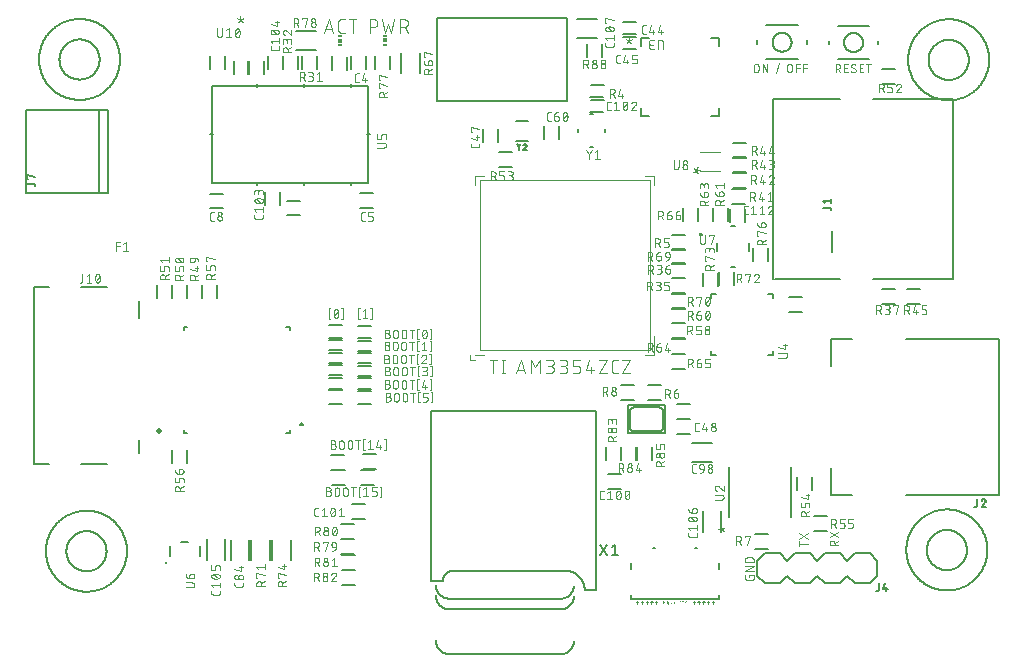
<source format=gbr>
G04 EAGLE Gerber RS-274X export*
G75*
%MOMM*%
%FSLAX34Y34*%
%LPD*%
%INSilkscreen Top*%
%IPPOS*%
%AMOC8*
5,1,8,0,0,1.08239X$1,22.5*%
G01*
G04 Define Apertures*
%ADD10C,0.101600*%
%ADD11C,0.076200*%
%ADD12C,0.152400*%
%ADD13C,0.050800*%
%ADD14C,0.200000*%
%ADD15C,0.127000*%
%ADD16C,0.203200*%
%ADD17C,0.120000*%
%ADD18C,0.508000*%
%ADD19R,0.300000X0.150000*%
%ADD20R,0.300000X0.300000*%
%ADD21C,0.254000*%
%ADD22C,0.038100*%
G36*
X505469Y470224D02*
X503848Y472414D01*
X506318Y473053D01*
X505924Y474209D01*
X503612Y473307D01*
X503726Y475891D01*
X502535Y475891D01*
X502640Y473290D01*
X500301Y474227D01*
X499907Y473053D01*
X502359Y472414D01*
X500704Y470242D01*
X501746Y469611D01*
X503113Y471853D01*
X504426Y469593D01*
X505469Y470224D01*
G37*
G36*
X581432Y58127D02*
X583605Y56472D01*
X584235Y57514D01*
X581993Y58881D01*
X584253Y60194D01*
X583622Y61237D01*
X581432Y59616D01*
X580793Y62086D01*
X579637Y61692D01*
X580539Y59380D01*
X577955Y59494D01*
X577955Y58303D01*
X580557Y58408D01*
X579619Y56069D01*
X580793Y55675D01*
X581432Y58127D01*
G37*
G36*
X176449Y488006D02*
X174828Y490196D01*
X177298Y490835D01*
X176904Y491991D01*
X174592Y491089D01*
X174706Y493673D01*
X173515Y493673D01*
X173620Y491072D01*
X171281Y492009D01*
X170887Y490835D01*
X173339Y490196D01*
X171684Y488024D01*
X172726Y487393D01*
X174093Y489635D01*
X175406Y487375D01*
X176449Y488006D01*
G37*
G36*
X561839Y359962D02*
X560937Y362274D01*
X563521Y362160D01*
X563521Y363351D01*
X560920Y363246D01*
X561857Y365585D01*
X560683Y365979D01*
X560044Y363527D01*
X557872Y365182D01*
X557241Y364140D01*
X559483Y362773D01*
X557223Y361460D01*
X557854Y360417D01*
X560044Y362038D01*
X560683Y359568D01*
X561839Y359962D01*
G37*
G36*
X551176Y-4150D02*
X551353Y-4116D01*
X551507Y-4059D01*
X551638Y-3979D01*
X551742Y-3879D01*
X551817Y-3761D01*
X551862Y-3625D01*
X551877Y-3470D01*
X551867Y-3353D01*
X551837Y-3246D01*
X551788Y-3150D01*
X551718Y-3064D01*
X551697Y-3047D01*
X551631Y-2992D01*
X551526Y-2935D01*
X551405Y-2894D01*
X551268Y-2869D01*
X551373Y-2837D01*
X551465Y-2794D01*
X551545Y-2738D01*
X551560Y-2723D01*
X551612Y-2670D01*
X551665Y-2592D01*
X551703Y-2505D01*
X551726Y-2409D01*
X551734Y-2305D01*
X551720Y-2166D01*
X551680Y-2045D01*
X551613Y-1942D01*
X551518Y-1859D01*
X551397Y-1794D01*
X551249Y-1747D01*
X551073Y-1719D01*
X550871Y-1710D01*
X549980Y-1710D01*
X549980Y-4161D01*
X550975Y-4161D01*
X551176Y-4150D01*
G37*
G36*
X536982Y-4888D02*
X537142Y-4851D01*
X537278Y-4789D01*
X537389Y-4702D01*
X537475Y-4590D01*
X537536Y-4454D01*
X537573Y-4293D01*
X537586Y-4107D01*
X537586Y-2669D01*
X537596Y-2279D01*
X537299Y-2279D01*
X537285Y-2420D01*
X537278Y-2601D01*
X537274Y-2601D01*
X537178Y-2451D01*
X537047Y-2341D01*
X536887Y-2272D01*
X536700Y-2249D01*
X536533Y-2264D01*
X536389Y-2309D01*
X536268Y-2383D01*
X536169Y-2487D01*
X536092Y-2622D01*
X536038Y-2790D01*
X536005Y-2990D01*
X535994Y-3223D01*
X536004Y-3453D01*
X536035Y-3650D01*
X536086Y-3814D01*
X536157Y-3945D01*
X536250Y-4046D01*
X536365Y-4118D01*
X536504Y-4161D01*
X536666Y-4175D01*
X536859Y-4152D01*
X537027Y-4084D01*
X537030Y-4081D01*
X537166Y-3970D01*
X537271Y-3811D01*
X537274Y-3811D01*
X537274Y-4114D01*
X537267Y-4242D01*
X537245Y-4354D01*
X537209Y-4448D01*
X537157Y-4525D01*
X537092Y-4585D01*
X537011Y-4628D01*
X536916Y-4653D01*
X536867Y-4657D01*
X536806Y-4662D01*
X536649Y-4644D01*
X536526Y-4592D01*
X536437Y-4506D01*
X536387Y-4391D01*
X536072Y-4436D01*
X536107Y-4541D01*
X536157Y-4633D01*
X536224Y-4713D01*
X536307Y-4779D01*
X536406Y-4832D01*
X536521Y-4870D01*
X536652Y-4893D01*
X536798Y-4900D01*
X536982Y-4888D01*
G37*
G36*
X534913Y-4176D02*
X535073Y-4118D01*
X535203Y-4014D01*
X535304Y-3858D01*
X535311Y-3858D01*
X535317Y-4032D01*
X535328Y-4161D01*
X535627Y-4161D01*
X535617Y-3773D01*
X535617Y-1580D01*
X535304Y-1580D01*
X535304Y-2361D01*
X535307Y-2571D01*
X535304Y-2571D01*
X535203Y-2424D01*
X535074Y-2322D01*
X534914Y-2264D01*
X534718Y-2244D01*
X534555Y-2259D01*
X534415Y-2306D01*
X534296Y-2383D01*
X534198Y-2490D01*
X534123Y-2629D01*
X534069Y-2798D01*
X534036Y-2998D01*
X534025Y-3229D01*
X534036Y-3457D01*
X534067Y-3654D01*
X534120Y-3820D01*
X534193Y-3956D01*
X534289Y-4061D01*
X534408Y-4136D01*
X534551Y-4181D01*
X534718Y-4196D01*
X534913Y-4176D01*
G37*
G36*
X545375Y-3206D02*
X546095Y-3206D01*
X546280Y-3193D01*
X546444Y-3155D01*
X546588Y-3091D01*
X546712Y-3001D01*
X546811Y-2889D01*
X546882Y-2760D01*
X546925Y-2613D01*
X546939Y-2448D01*
X546925Y-2282D01*
X546883Y-2136D01*
X546812Y-2010D01*
X546713Y-1903D01*
X546588Y-1819D01*
X546440Y-1758D01*
X546269Y-1722D01*
X546075Y-1710D01*
X545043Y-1710D01*
X545043Y-4161D01*
X545375Y-4161D01*
X545375Y-3206D01*
G37*
G36*
X541960Y-4181D02*
X542130Y-4135D01*
X542275Y-4060D01*
X542396Y-3954D01*
X542491Y-3817D01*
X542559Y-3649D01*
X542600Y-3449D01*
X542614Y-3218D01*
X542601Y-2985D01*
X542563Y-2784D01*
X542499Y-2617D01*
X542410Y-2482D01*
X542294Y-2378D01*
X542150Y-2303D01*
X541977Y-2259D01*
X541775Y-2244D01*
X541578Y-2259D01*
X541406Y-2305D01*
X541261Y-2381D01*
X541143Y-2488D01*
X541050Y-2625D01*
X540984Y-2792D01*
X540945Y-2990D01*
X540932Y-3218D01*
X540945Y-3442D01*
X540984Y-3637D01*
X541050Y-3805D01*
X541142Y-3944D01*
X541260Y-4054D01*
X541403Y-4133D01*
X541571Y-4180D01*
X541765Y-4196D01*
X541960Y-4181D01*
G37*
G36*
X533724Y-3890D02*
X532125Y-3890D01*
X532125Y-3036D01*
X533548Y-3036D01*
X533548Y-2768D01*
X532125Y-2768D01*
X532125Y-1981D01*
X533653Y-1981D01*
X533653Y-1710D01*
X531793Y-1710D01*
X531793Y-4161D01*
X533724Y-4161D01*
X533724Y-3890D01*
G37*
G36*
X538962Y-4189D02*
X539091Y-4168D01*
X539207Y-4133D01*
X539310Y-4084D01*
X539399Y-4022D01*
X539475Y-3945D01*
X539537Y-3855D01*
X539586Y-3751D01*
X539311Y-3672D01*
X539248Y-3787D01*
X539145Y-3879D01*
X539002Y-3941D01*
X538819Y-3961D01*
X538698Y-3950D01*
X538592Y-3917D01*
X538502Y-3862D01*
X538427Y-3785D01*
X538369Y-3688D01*
X538327Y-3573D01*
X538302Y-3439D01*
X538293Y-3286D01*
X539636Y-3286D01*
X539636Y-3244D01*
X539623Y-3010D01*
X539584Y-2807D01*
X539520Y-2635D01*
X539429Y-2494D01*
X539312Y-2385D01*
X539170Y-2307D01*
X539001Y-2260D01*
X538807Y-2244D01*
X538616Y-2260D01*
X538448Y-2306D01*
X538304Y-2384D01*
X538183Y-2493D01*
X538087Y-2631D01*
X538019Y-2796D01*
X537978Y-2988D01*
X537965Y-3208D01*
X537978Y-3438D01*
X538019Y-3638D01*
X538087Y-3808D01*
X538183Y-3947D01*
X538304Y-4056D01*
X538451Y-4134D01*
X538622Y-4180D01*
X538819Y-4196D01*
X538962Y-4189D01*
G37*
G36*
X548677Y-4185D02*
X548842Y-4155D01*
X548995Y-4103D01*
X549137Y-4031D01*
X549267Y-3938D01*
X549381Y-3827D01*
X549479Y-3698D01*
X549563Y-3549D01*
X549291Y-3413D01*
X549146Y-3636D01*
X549061Y-3724D01*
X548968Y-3795D01*
X548868Y-3851D01*
X548759Y-3891D01*
X548642Y-3915D01*
X548517Y-3923D01*
X548327Y-3906D01*
X548157Y-3854D01*
X548008Y-3769D01*
X547880Y-3649D01*
X547777Y-3501D01*
X547703Y-3331D01*
X547659Y-3138D01*
X547644Y-2924D01*
X547658Y-2708D01*
X547701Y-2517D01*
X547771Y-2350D01*
X547870Y-2207D01*
X547995Y-2092D01*
X548142Y-2010D01*
X548311Y-1961D01*
X548503Y-1945D01*
X548629Y-1952D01*
X548745Y-1973D01*
X548853Y-2009D01*
X548951Y-2058D01*
X549039Y-2121D01*
X549114Y-2196D01*
X549176Y-2284D01*
X549225Y-2385D01*
X549540Y-2281D01*
X549470Y-2139D01*
X549382Y-2017D01*
X549277Y-1912D01*
X549154Y-1827D01*
X549015Y-1760D01*
X548859Y-1712D01*
X548688Y-1683D01*
X548500Y-1674D01*
X548235Y-1694D01*
X548001Y-1757D01*
X547797Y-1860D01*
X547623Y-2006D01*
X547485Y-2188D01*
X547386Y-2402D01*
X547326Y-2647D01*
X547307Y-2924D01*
X547316Y-3113D01*
X547342Y-3289D01*
X547386Y-3452D01*
X547448Y-3602D01*
X547527Y-3737D01*
X547622Y-3855D01*
X547733Y-3957D01*
X547861Y-4042D01*
X548002Y-4109D01*
X548156Y-4157D01*
X548323Y-4186D01*
X548502Y-4196D01*
X548677Y-4185D01*
G37*
%LPC*%
G36*
X541640Y-3953D02*
X541537Y-3918D01*
X541450Y-3859D01*
X541381Y-3777D01*
X541328Y-3672D01*
X541291Y-3544D01*
X541268Y-3393D01*
X541260Y-3218D01*
X541268Y-3040D01*
X541291Y-2886D01*
X541329Y-2758D01*
X541383Y-2655D01*
X541454Y-2577D01*
X541544Y-2520D01*
X541653Y-2487D01*
X541780Y-2475D01*
X541907Y-2486D01*
X542014Y-2520D01*
X542102Y-2575D01*
X542169Y-2652D01*
X542220Y-2754D01*
X542256Y-2882D01*
X542278Y-3037D01*
X542285Y-3218D01*
X542277Y-3398D01*
X542255Y-3552D01*
X542217Y-3680D01*
X542164Y-3784D01*
X542094Y-3863D01*
X542003Y-3919D01*
X541892Y-3953D01*
X541761Y-3964D01*
X541640Y-3953D01*
G37*
G36*
X534688Y-3943D02*
X534595Y-3911D01*
X534519Y-3858D01*
X534458Y-3784D01*
X534413Y-3684D01*
X534380Y-3557D01*
X534361Y-3402D01*
X534354Y-3218D01*
X534361Y-3035D01*
X534380Y-2880D01*
X534413Y-2751D01*
X534459Y-2650D01*
X534520Y-2574D01*
X534597Y-2519D01*
X534691Y-2486D01*
X534801Y-2475D01*
X534924Y-2486D01*
X535028Y-2519D01*
X535115Y-2573D01*
X535184Y-2649D01*
X535236Y-2749D01*
X535274Y-2873D01*
X535296Y-3023D01*
X535304Y-3197D01*
X535296Y-3379D01*
X535274Y-3534D01*
X535236Y-3665D01*
X535184Y-3770D01*
X535180Y-3775D01*
X535115Y-3850D01*
X535027Y-3908D01*
X534922Y-3943D01*
X534798Y-3954D01*
X534688Y-3943D01*
G37*
G36*
X536656Y-3933D02*
X536559Y-3901D01*
X536481Y-3849D01*
X536420Y-3775D01*
X536375Y-3677D01*
X536343Y-3552D01*
X536324Y-3399D01*
X536318Y-3220D01*
X536324Y-3039D01*
X536345Y-2884D01*
X536379Y-2757D01*
X536427Y-2656D01*
X536490Y-2580D01*
X536569Y-2526D01*
X536665Y-2493D01*
X536777Y-2482D01*
X536914Y-2504D01*
X537035Y-2570D01*
X537136Y-2678D01*
X537212Y-2824D01*
X537259Y-3006D01*
X537274Y-3220D01*
X537259Y-3429D01*
X537212Y-3607D01*
X537136Y-3751D01*
X537119Y-3769D01*
X537034Y-3857D01*
X536911Y-3922D01*
X536772Y-3944D01*
X536656Y-3933D01*
G37*
G36*
X545375Y-2943D02*
X545375Y-1976D01*
X546035Y-1976D01*
X546168Y-1984D01*
X546284Y-2006D01*
X546382Y-2043D01*
X546462Y-2095D01*
X546525Y-2162D01*
X546569Y-2243D01*
X546596Y-2340D01*
X546605Y-2451D01*
X546596Y-2566D01*
X546570Y-2666D01*
X546527Y-2751D01*
X546466Y-2820D01*
X546388Y-2874D01*
X546292Y-2913D01*
X546179Y-2936D01*
X546048Y-2943D01*
X545375Y-2943D01*
G37*
%LPD*%
G36*
X543379Y-2507D02*
X543746Y-2507D01*
X543746Y-2279D01*
X543379Y-2279D01*
X543379Y-2110D01*
X543392Y-1975D01*
X543433Y-1889D01*
X543503Y-1844D01*
X543607Y-1828D01*
X543746Y-1842D01*
X543746Y-1604D01*
X543525Y-1583D01*
X543416Y-1590D01*
X543322Y-1611D01*
X543243Y-1647D01*
X543179Y-1696D01*
X543129Y-1762D01*
X543094Y-1845D01*
X543073Y-1947D01*
X543066Y-2067D01*
X543066Y-2279D01*
X542801Y-2279D01*
X542801Y-2507D01*
X543066Y-2507D01*
X543066Y-4161D01*
X543379Y-4161D01*
X543379Y-2507D01*
G37*
%LPC*%
G36*
X550313Y-3895D02*
X550313Y-3011D01*
X550932Y-3011D01*
X551075Y-3018D01*
X551198Y-3038D01*
X551303Y-3072D01*
X551389Y-3120D01*
X551455Y-3180D01*
X551503Y-3255D01*
X551531Y-3343D01*
X551541Y-3444D01*
X551532Y-3550D01*
X551506Y-3641D01*
X551463Y-3718D01*
X551402Y-3782D01*
X551322Y-3831D01*
X551221Y-3867D01*
X551100Y-3888D01*
X550958Y-3895D01*
X550313Y-3895D01*
G37*
G36*
X550313Y-2752D02*
X550313Y-1976D01*
X550871Y-1976D01*
X551098Y-1998D01*
X551189Y-2024D01*
X551264Y-2061D01*
X551324Y-2111D01*
X551366Y-2175D01*
X551391Y-2253D01*
X551400Y-2345D01*
X551392Y-2442D01*
X551367Y-2525D01*
X551326Y-2595D01*
X551269Y-2652D01*
X551194Y-2696D01*
X551104Y-2727D01*
X550996Y-2746D01*
X550871Y-2752D01*
X550313Y-2752D01*
G37*
G36*
X538297Y-3046D02*
X538310Y-2920D01*
X538338Y-2808D01*
X538381Y-2711D01*
X538440Y-2628D01*
X538513Y-2561D01*
X538597Y-2514D01*
X538693Y-2485D01*
X538801Y-2475D01*
X538912Y-2484D01*
X539009Y-2510D01*
X539092Y-2552D01*
X539161Y-2612D01*
X539218Y-2690D01*
X539262Y-2789D01*
X539293Y-2907D01*
X539313Y-3046D01*
X538297Y-3046D01*
G37*
%LPD*%
D10*
X283350Y479238D02*
X283350Y490922D01*
X286596Y490922D01*
X286709Y490920D01*
X286822Y490914D01*
X286935Y490904D01*
X287048Y490890D01*
X287160Y490873D01*
X287271Y490851D01*
X287381Y490826D01*
X287491Y490796D01*
X287599Y490763D01*
X287706Y490726D01*
X287812Y490686D01*
X287916Y490641D01*
X288019Y490593D01*
X288120Y490542D01*
X288219Y490487D01*
X288316Y490429D01*
X288411Y490367D01*
X288504Y490302D01*
X288594Y490234D01*
X288682Y490163D01*
X288768Y490088D01*
X288851Y490011D01*
X288931Y489931D01*
X289008Y489848D01*
X289083Y489762D01*
X289154Y489674D01*
X289222Y489584D01*
X289287Y489491D01*
X289349Y489396D01*
X289407Y489299D01*
X289462Y489200D01*
X289513Y489099D01*
X289561Y488996D01*
X289606Y488892D01*
X289646Y488786D01*
X289683Y488679D01*
X289716Y488571D01*
X289746Y488461D01*
X289771Y488351D01*
X289793Y488240D01*
X289810Y488128D01*
X289824Y488015D01*
X289834Y487902D01*
X289840Y487789D01*
X289842Y487676D01*
X289840Y487563D01*
X289834Y487450D01*
X289824Y487337D01*
X289810Y487224D01*
X289793Y487112D01*
X289771Y487001D01*
X289746Y486891D01*
X289716Y486781D01*
X289683Y486673D01*
X289646Y486566D01*
X289606Y486460D01*
X289561Y486356D01*
X289513Y486253D01*
X289462Y486152D01*
X289407Y486053D01*
X289349Y485956D01*
X289287Y485861D01*
X289222Y485768D01*
X289154Y485678D01*
X289083Y485590D01*
X289008Y485504D01*
X288931Y485421D01*
X288851Y485341D01*
X288768Y485264D01*
X288682Y485189D01*
X288594Y485118D01*
X288504Y485050D01*
X288411Y484985D01*
X288316Y484923D01*
X288219Y484865D01*
X288120Y484810D01*
X288019Y484759D01*
X287916Y484711D01*
X287812Y484666D01*
X287706Y484626D01*
X287599Y484589D01*
X287491Y484556D01*
X287381Y484526D01*
X287271Y484501D01*
X287160Y484479D01*
X287048Y484462D01*
X286935Y484448D01*
X286822Y484438D01*
X286709Y484432D01*
X286596Y484430D01*
X286596Y484431D02*
X283350Y484431D01*
X293806Y490922D02*
X296403Y479238D01*
X298999Y487027D01*
X301596Y479238D01*
X304192Y490922D01*
X309162Y490922D02*
X309162Y479238D01*
X309162Y490922D02*
X312408Y490922D01*
X312521Y490920D01*
X312634Y490914D01*
X312747Y490904D01*
X312860Y490890D01*
X312972Y490873D01*
X313083Y490851D01*
X313193Y490826D01*
X313303Y490796D01*
X313411Y490763D01*
X313518Y490726D01*
X313624Y490686D01*
X313728Y490641D01*
X313831Y490593D01*
X313932Y490542D01*
X314031Y490487D01*
X314128Y490429D01*
X314223Y490367D01*
X314316Y490302D01*
X314406Y490234D01*
X314494Y490163D01*
X314580Y490088D01*
X314663Y490011D01*
X314743Y489931D01*
X314820Y489848D01*
X314895Y489762D01*
X314966Y489674D01*
X315034Y489584D01*
X315099Y489491D01*
X315161Y489396D01*
X315219Y489299D01*
X315274Y489200D01*
X315325Y489099D01*
X315373Y488996D01*
X315418Y488892D01*
X315458Y488786D01*
X315495Y488679D01*
X315528Y488571D01*
X315558Y488461D01*
X315583Y488351D01*
X315605Y488240D01*
X315622Y488128D01*
X315636Y488015D01*
X315646Y487902D01*
X315652Y487789D01*
X315654Y487676D01*
X315652Y487563D01*
X315646Y487450D01*
X315636Y487337D01*
X315622Y487224D01*
X315605Y487112D01*
X315583Y487001D01*
X315558Y486891D01*
X315528Y486781D01*
X315495Y486673D01*
X315458Y486566D01*
X315418Y486460D01*
X315373Y486356D01*
X315325Y486253D01*
X315274Y486152D01*
X315219Y486053D01*
X315161Y485956D01*
X315099Y485861D01*
X315034Y485768D01*
X314966Y485678D01*
X314895Y485590D01*
X314820Y485504D01*
X314743Y485421D01*
X314663Y485341D01*
X314580Y485264D01*
X314494Y485189D01*
X314406Y485118D01*
X314316Y485050D01*
X314223Y484985D01*
X314128Y484923D01*
X314031Y484865D01*
X313932Y484810D01*
X313831Y484759D01*
X313728Y484711D01*
X313624Y484666D01*
X313518Y484626D01*
X313411Y484589D01*
X313303Y484556D01*
X313193Y484526D01*
X313083Y484501D01*
X312972Y484479D01*
X312860Y484462D01*
X312747Y484448D01*
X312634Y484438D01*
X312521Y484432D01*
X312408Y484430D01*
X312408Y484431D02*
X309162Y484431D01*
X313057Y484431D02*
X315653Y479238D01*
X248573Y491076D02*
X244678Y479392D01*
X252467Y479392D02*
X248573Y491076D01*
X251494Y482313D02*
X245652Y482313D01*
X259320Y479392D02*
X261917Y479392D01*
X259320Y479392D02*
X259221Y479394D01*
X259121Y479400D01*
X259022Y479409D01*
X258924Y479422D01*
X258826Y479439D01*
X258728Y479460D01*
X258632Y479485D01*
X258537Y479513D01*
X258443Y479545D01*
X258350Y479580D01*
X258258Y479619D01*
X258168Y479662D01*
X258080Y479707D01*
X257993Y479757D01*
X257909Y479809D01*
X257826Y479865D01*
X257746Y479923D01*
X257668Y479985D01*
X257593Y480050D01*
X257520Y480118D01*
X257450Y480188D01*
X257382Y480261D01*
X257317Y480336D01*
X257255Y480414D01*
X257197Y480494D01*
X257141Y480577D01*
X257089Y480661D01*
X257039Y480748D01*
X256994Y480836D01*
X256951Y480926D01*
X256912Y481018D01*
X256877Y481111D01*
X256845Y481205D01*
X256817Y481300D01*
X256792Y481396D01*
X256771Y481494D01*
X256754Y481592D01*
X256741Y481690D01*
X256732Y481789D01*
X256726Y481889D01*
X256724Y481988D01*
X256724Y488480D01*
X256726Y488579D01*
X256732Y488679D01*
X256741Y488778D01*
X256754Y488876D01*
X256771Y488974D01*
X256792Y489072D01*
X256817Y489168D01*
X256845Y489263D01*
X256877Y489357D01*
X256912Y489450D01*
X256951Y489542D01*
X256994Y489632D01*
X257039Y489720D01*
X257089Y489807D01*
X257141Y489891D01*
X257197Y489974D01*
X257255Y490054D01*
X257317Y490132D01*
X257382Y490207D01*
X257450Y490280D01*
X257520Y490350D01*
X257593Y490418D01*
X257668Y490483D01*
X257746Y490545D01*
X257826Y490603D01*
X257909Y490659D01*
X257993Y490711D01*
X258080Y490761D01*
X258168Y490806D01*
X258258Y490849D01*
X258350Y490888D01*
X258442Y490923D01*
X258537Y490955D01*
X258632Y490983D01*
X258728Y491008D01*
X258826Y491029D01*
X258924Y491046D01*
X259022Y491059D01*
X259121Y491068D01*
X259221Y491074D01*
X259320Y491076D01*
X261917Y491076D01*
X268766Y491076D02*
X268766Y479392D01*
X265520Y491076D02*
X272011Y491076D01*
D11*
X646875Y46874D02*
X654113Y46874D01*
X646875Y44864D02*
X646875Y48885D01*
X646875Y56007D02*
X654113Y51182D01*
X654113Y56007D02*
X646875Y51182D01*
X672783Y45451D02*
X680021Y45451D01*
X672783Y45451D02*
X672783Y47461D01*
X672785Y47550D01*
X672791Y47639D01*
X672801Y47727D01*
X672814Y47815D01*
X672832Y47902D01*
X672853Y47989D01*
X672879Y48074D01*
X672908Y48158D01*
X672940Y48241D01*
X672977Y48322D01*
X673017Y48402D01*
X673060Y48479D01*
X673107Y48555D01*
X673157Y48629D01*
X673210Y48700D01*
X673266Y48769D01*
X673326Y48835D01*
X673388Y48899D01*
X673453Y48959D01*
X673520Y49017D01*
X673590Y49072D01*
X673663Y49124D01*
X673738Y49172D01*
X673814Y49217D01*
X673893Y49259D01*
X673973Y49297D01*
X674055Y49331D01*
X674139Y49362D01*
X674224Y49389D01*
X674309Y49413D01*
X674396Y49432D01*
X674484Y49448D01*
X674572Y49460D01*
X674661Y49468D01*
X674750Y49472D01*
X674838Y49472D01*
X674927Y49468D01*
X675016Y49460D01*
X675104Y49448D01*
X675192Y49432D01*
X675279Y49413D01*
X675364Y49389D01*
X675449Y49362D01*
X675533Y49331D01*
X675615Y49297D01*
X675695Y49259D01*
X675774Y49217D01*
X675850Y49172D01*
X675925Y49124D01*
X675998Y49072D01*
X676068Y49017D01*
X676135Y48959D01*
X676200Y48899D01*
X676262Y48835D01*
X676322Y48769D01*
X676378Y48700D01*
X676431Y48629D01*
X676481Y48555D01*
X676528Y48479D01*
X676571Y48402D01*
X676611Y48322D01*
X676648Y48241D01*
X676680Y48158D01*
X676709Y48074D01*
X676735Y47989D01*
X676756Y47902D01*
X676774Y47815D01*
X676787Y47727D01*
X676797Y47639D01*
X676803Y47550D01*
X676805Y47461D01*
X676804Y47461D02*
X676804Y45451D01*
X676804Y47863D02*
X680021Y49472D01*
X680021Y52198D02*
X672783Y57023D01*
X672783Y52198D02*
X680021Y57023D01*
X604372Y20073D02*
X604372Y18867D01*
X604372Y20073D02*
X608393Y20073D01*
X608393Y17660D01*
X608391Y17581D01*
X608385Y17502D01*
X608376Y17424D01*
X608362Y17346D01*
X608345Y17269D01*
X608324Y17193D01*
X608299Y17118D01*
X608271Y17045D01*
X608239Y16972D01*
X608203Y16902D01*
X608164Y16833D01*
X608122Y16767D01*
X608077Y16702D01*
X608028Y16640D01*
X607976Y16580D01*
X607922Y16523D01*
X607865Y16469D01*
X607805Y16417D01*
X607743Y16368D01*
X607678Y16323D01*
X607612Y16281D01*
X607543Y16242D01*
X607473Y16206D01*
X607400Y16174D01*
X607327Y16146D01*
X607252Y16121D01*
X607176Y16100D01*
X607099Y16083D01*
X607021Y16069D01*
X606943Y16060D01*
X606864Y16054D01*
X606785Y16052D01*
X602763Y16052D01*
X602763Y16051D02*
X602684Y16053D01*
X602605Y16059D01*
X602527Y16068D01*
X602449Y16082D01*
X602372Y16099D01*
X602296Y16120D01*
X602221Y16145D01*
X602147Y16173D01*
X602075Y16205D01*
X602005Y16241D01*
X601936Y16280D01*
X601869Y16322D01*
X601805Y16368D01*
X601742Y16416D01*
X601682Y16468D01*
X601625Y16522D01*
X601571Y16579D01*
X601519Y16639D01*
X601471Y16701D01*
X601425Y16766D01*
X601383Y16833D01*
X601344Y16901D01*
X601309Y16972D01*
X601276Y17044D01*
X601248Y17118D01*
X601223Y17193D01*
X601202Y17269D01*
X601185Y17346D01*
X601171Y17424D01*
X601162Y17502D01*
X601156Y17581D01*
X601154Y17660D01*
X601155Y17660D02*
X601155Y20073D01*
X601155Y23732D02*
X608393Y23732D01*
X608393Y27753D02*
X601155Y23732D01*
X601155Y27753D02*
X608393Y27753D01*
X608393Y31412D02*
X601155Y31412D01*
X601155Y33422D01*
X601157Y33510D01*
X601163Y33597D01*
X601172Y33684D01*
X601186Y33771D01*
X601203Y33857D01*
X601224Y33942D01*
X601248Y34027D01*
X601276Y34110D01*
X601308Y34192D01*
X601343Y34272D01*
X601382Y34351D01*
X601424Y34428D01*
X601470Y34503D01*
X601519Y34575D01*
X601571Y34646D01*
X601625Y34715D01*
X601683Y34781D01*
X601744Y34844D01*
X601807Y34905D01*
X601873Y34963D01*
X601942Y35017D01*
X602013Y35069D01*
X602085Y35118D01*
X602161Y35164D01*
X602237Y35206D01*
X602316Y35245D01*
X602396Y35280D01*
X602478Y35312D01*
X602561Y35340D01*
X602646Y35364D01*
X602731Y35385D01*
X602817Y35402D01*
X602904Y35416D01*
X602991Y35425D01*
X603078Y35431D01*
X603166Y35433D01*
X606382Y35433D01*
X606470Y35431D01*
X606557Y35425D01*
X606644Y35416D01*
X606731Y35402D01*
X606817Y35385D01*
X606902Y35364D01*
X606987Y35340D01*
X607070Y35312D01*
X607152Y35280D01*
X607232Y35245D01*
X607311Y35206D01*
X607388Y35164D01*
X607463Y35118D01*
X607535Y35069D01*
X607606Y35017D01*
X607675Y34963D01*
X607741Y34905D01*
X607804Y34844D01*
X607865Y34781D01*
X607923Y34715D01*
X607977Y34646D01*
X608029Y34575D01*
X608078Y34502D01*
X608124Y34427D01*
X608166Y34351D01*
X608205Y34272D01*
X608240Y34192D01*
X608272Y34110D01*
X608300Y34027D01*
X608324Y33942D01*
X608345Y33857D01*
X608362Y33771D01*
X608376Y33684D01*
X608385Y33597D01*
X608391Y33510D01*
X608393Y33422D01*
X608393Y31412D01*
X298236Y224938D02*
X296225Y224938D01*
X298236Y224939D02*
X298325Y224937D01*
X298414Y224931D01*
X298502Y224921D01*
X298590Y224908D01*
X298677Y224890D01*
X298764Y224869D01*
X298849Y224843D01*
X298933Y224814D01*
X299016Y224782D01*
X299097Y224745D01*
X299177Y224705D01*
X299254Y224662D01*
X299330Y224615D01*
X299404Y224565D01*
X299475Y224512D01*
X299544Y224456D01*
X299610Y224396D01*
X299674Y224334D01*
X299734Y224269D01*
X299792Y224202D01*
X299847Y224132D01*
X299899Y224059D01*
X299947Y223984D01*
X299992Y223908D01*
X300034Y223829D01*
X300072Y223749D01*
X300106Y223667D01*
X300137Y223583D01*
X300164Y223498D01*
X300188Y223413D01*
X300207Y223326D01*
X300223Y223238D01*
X300235Y223150D01*
X300243Y223061D01*
X300247Y222972D01*
X300247Y222884D01*
X300243Y222795D01*
X300235Y222706D01*
X300223Y222618D01*
X300207Y222530D01*
X300188Y222443D01*
X300164Y222358D01*
X300137Y222273D01*
X300106Y222189D01*
X300072Y222107D01*
X300034Y222027D01*
X299992Y221948D01*
X299947Y221872D01*
X299899Y221797D01*
X299847Y221724D01*
X299792Y221654D01*
X299734Y221587D01*
X299674Y221522D01*
X299610Y221460D01*
X299544Y221400D01*
X299475Y221344D01*
X299404Y221291D01*
X299330Y221241D01*
X299254Y221194D01*
X299177Y221151D01*
X299097Y221111D01*
X299016Y221074D01*
X298933Y221042D01*
X298849Y221013D01*
X298764Y220987D01*
X298677Y220966D01*
X298590Y220948D01*
X298502Y220935D01*
X298414Y220925D01*
X298325Y220919D01*
X298236Y220917D01*
X296225Y220917D01*
X296225Y228155D01*
X298236Y228155D01*
X298315Y228153D01*
X298394Y228147D01*
X298472Y228138D01*
X298550Y228124D01*
X298627Y228107D01*
X298703Y228086D01*
X298778Y228061D01*
X298851Y228033D01*
X298924Y228001D01*
X298994Y227965D01*
X299063Y227926D01*
X299129Y227884D01*
X299194Y227839D01*
X299256Y227790D01*
X299316Y227738D01*
X299373Y227684D01*
X299427Y227627D01*
X299479Y227567D01*
X299528Y227505D01*
X299573Y227440D01*
X299615Y227374D01*
X299654Y227305D01*
X299690Y227235D01*
X299722Y227162D01*
X299750Y227089D01*
X299775Y227014D01*
X299796Y226938D01*
X299813Y226861D01*
X299827Y226783D01*
X299836Y226705D01*
X299842Y226626D01*
X299844Y226547D01*
X299842Y226468D01*
X299836Y226389D01*
X299827Y226311D01*
X299813Y226233D01*
X299796Y226156D01*
X299775Y226080D01*
X299750Y226005D01*
X299722Y225932D01*
X299690Y225859D01*
X299654Y225789D01*
X299615Y225720D01*
X299573Y225654D01*
X299528Y225589D01*
X299479Y225527D01*
X299427Y225467D01*
X299373Y225410D01*
X299316Y225356D01*
X299256Y225304D01*
X299194Y225255D01*
X299129Y225210D01*
X299063Y225168D01*
X298994Y225129D01*
X298924Y225093D01*
X298851Y225061D01*
X298778Y225033D01*
X298703Y225008D01*
X298627Y224987D01*
X298550Y224970D01*
X298472Y224956D01*
X298394Y224947D01*
X298315Y224941D01*
X298236Y224939D01*
X303069Y226144D02*
X303069Y222928D01*
X303068Y226144D02*
X303070Y226233D01*
X303076Y226322D01*
X303086Y226410D01*
X303099Y226498D01*
X303117Y226585D01*
X303138Y226672D01*
X303164Y226757D01*
X303193Y226841D01*
X303225Y226924D01*
X303262Y227005D01*
X303302Y227085D01*
X303345Y227162D01*
X303392Y227238D01*
X303442Y227312D01*
X303495Y227383D01*
X303551Y227452D01*
X303611Y227518D01*
X303673Y227582D01*
X303738Y227642D01*
X303805Y227700D01*
X303875Y227755D01*
X303948Y227807D01*
X304023Y227855D01*
X304099Y227900D01*
X304178Y227942D01*
X304258Y227980D01*
X304340Y228014D01*
X304424Y228045D01*
X304509Y228072D01*
X304594Y228096D01*
X304681Y228115D01*
X304769Y228131D01*
X304857Y228143D01*
X304946Y228151D01*
X305035Y228155D01*
X305123Y228155D01*
X305212Y228151D01*
X305301Y228143D01*
X305389Y228131D01*
X305477Y228115D01*
X305564Y228096D01*
X305649Y228072D01*
X305734Y228045D01*
X305818Y228014D01*
X305900Y227980D01*
X305980Y227942D01*
X306059Y227900D01*
X306135Y227855D01*
X306210Y227807D01*
X306283Y227755D01*
X306353Y227700D01*
X306420Y227642D01*
X306485Y227582D01*
X306547Y227518D01*
X306607Y227452D01*
X306663Y227383D01*
X306716Y227312D01*
X306766Y227238D01*
X306813Y227162D01*
X306856Y227085D01*
X306896Y227005D01*
X306933Y226924D01*
X306965Y226841D01*
X306994Y226757D01*
X307020Y226672D01*
X307041Y226585D01*
X307059Y226498D01*
X307072Y226410D01*
X307082Y226322D01*
X307088Y226233D01*
X307090Y226144D01*
X307090Y222928D01*
X307088Y222839D01*
X307082Y222750D01*
X307072Y222662D01*
X307059Y222574D01*
X307041Y222487D01*
X307020Y222400D01*
X306994Y222315D01*
X306965Y222231D01*
X306933Y222148D01*
X306896Y222067D01*
X306856Y221987D01*
X306813Y221910D01*
X306766Y221834D01*
X306716Y221760D01*
X306663Y221689D01*
X306607Y221620D01*
X306547Y221554D01*
X306485Y221490D01*
X306420Y221430D01*
X306353Y221372D01*
X306283Y221317D01*
X306210Y221265D01*
X306135Y221217D01*
X306059Y221172D01*
X305980Y221130D01*
X305900Y221092D01*
X305818Y221058D01*
X305734Y221027D01*
X305649Y221000D01*
X305564Y220976D01*
X305477Y220957D01*
X305389Y220941D01*
X305301Y220929D01*
X305212Y220921D01*
X305123Y220917D01*
X305035Y220917D01*
X304946Y220921D01*
X304857Y220929D01*
X304769Y220941D01*
X304681Y220957D01*
X304594Y220976D01*
X304509Y221000D01*
X304424Y221027D01*
X304340Y221058D01*
X304258Y221092D01*
X304178Y221130D01*
X304099Y221172D01*
X304023Y221217D01*
X303948Y221265D01*
X303875Y221317D01*
X303805Y221372D01*
X303738Y221430D01*
X303673Y221490D01*
X303611Y221554D01*
X303551Y221620D01*
X303495Y221689D01*
X303442Y221760D01*
X303392Y221834D01*
X303345Y221910D01*
X303302Y221987D01*
X303262Y222067D01*
X303225Y222148D01*
X303193Y222231D01*
X303164Y222315D01*
X303138Y222400D01*
X303117Y222487D01*
X303099Y222574D01*
X303086Y222662D01*
X303076Y222750D01*
X303070Y222839D01*
X303068Y222928D01*
X310268Y222928D02*
X310268Y226144D01*
X310270Y226233D01*
X310276Y226322D01*
X310286Y226410D01*
X310299Y226498D01*
X310317Y226585D01*
X310338Y226672D01*
X310364Y226757D01*
X310393Y226841D01*
X310425Y226924D01*
X310462Y227005D01*
X310502Y227085D01*
X310545Y227162D01*
X310592Y227238D01*
X310642Y227312D01*
X310695Y227383D01*
X310751Y227452D01*
X310811Y227518D01*
X310873Y227582D01*
X310938Y227642D01*
X311005Y227700D01*
X311075Y227755D01*
X311148Y227807D01*
X311223Y227855D01*
X311299Y227900D01*
X311378Y227942D01*
X311458Y227980D01*
X311540Y228014D01*
X311624Y228045D01*
X311709Y228072D01*
X311794Y228096D01*
X311881Y228115D01*
X311969Y228131D01*
X312057Y228143D01*
X312146Y228151D01*
X312235Y228155D01*
X312323Y228155D01*
X312412Y228151D01*
X312501Y228143D01*
X312589Y228131D01*
X312677Y228115D01*
X312764Y228096D01*
X312849Y228072D01*
X312934Y228045D01*
X313018Y228014D01*
X313100Y227980D01*
X313180Y227942D01*
X313259Y227900D01*
X313335Y227855D01*
X313410Y227807D01*
X313483Y227755D01*
X313553Y227700D01*
X313620Y227642D01*
X313685Y227582D01*
X313747Y227518D01*
X313807Y227452D01*
X313863Y227383D01*
X313916Y227312D01*
X313966Y227238D01*
X314013Y227162D01*
X314056Y227085D01*
X314096Y227005D01*
X314133Y226924D01*
X314165Y226841D01*
X314194Y226757D01*
X314220Y226672D01*
X314241Y226585D01*
X314259Y226498D01*
X314272Y226410D01*
X314282Y226322D01*
X314288Y226233D01*
X314290Y226144D01*
X314290Y222928D01*
X314288Y222839D01*
X314282Y222750D01*
X314272Y222662D01*
X314259Y222574D01*
X314241Y222487D01*
X314220Y222400D01*
X314194Y222315D01*
X314165Y222231D01*
X314133Y222148D01*
X314096Y222067D01*
X314056Y221987D01*
X314013Y221910D01*
X313966Y221834D01*
X313916Y221760D01*
X313863Y221689D01*
X313807Y221620D01*
X313747Y221554D01*
X313685Y221490D01*
X313620Y221430D01*
X313553Y221372D01*
X313483Y221317D01*
X313410Y221265D01*
X313335Y221217D01*
X313259Y221172D01*
X313180Y221130D01*
X313100Y221092D01*
X313018Y221058D01*
X312934Y221027D01*
X312849Y221000D01*
X312764Y220976D01*
X312677Y220957D01*
X312589Y220941D01*
X312501Y220929D01*
X312412Y220921D01*
X312323Y220917D01*
X312235Y220917D01*
X312146Y220921D01*
X312057Y220929D01*
X311969Y220941D01*
X311881Y220957D01*
X311794Y220976D01*
X311709Y221000D01*
X311624Y221027D01*
X311540Y221058D01*
X311458Y221092D01*
X311378Y221130D01*
X311299Y221172D01*
X311223Y221217D01*
X311148Y221265D01*
X311075Y221317D01*
X311005Y221372D01*
X310938Y221430D01*
X310873Y221490D01*
X310811Y221554D01*
X310751Y221620D01*
X310695Y221689D01*
X310642Y221760D01*
X310592Y221834D01*
X310545Y221910D01*
X310502Y221987D01*
X310462Y222067D01*
X310425Y222148D01*
X310393Y222231D01*
X310364Y222315D01*
X310338Y222400D01*
X310317Y222487D01*
X310299Y222574D01*
X310286Y222662D01*
X310276Y222750D01*
X310270Y222839D01*
X310268Y222928D01*
X318999Y220917D02*
X318999Y228155D01*
X316988Y228155D02*
X321010Y228155D01*
X323711Y220113D02*
X324917Y220113D01*
X323711Y220113D02*
X323711Y228959D01*
X324917Y228959D01*
X328151Y227150D02*
X328087Y227014D01*
X328026Y226876D01*
X327969Y226737D01*
X327915Y226597D01*
X327865Y226455D01*
X327819Y226312D01*
X327776Y226168D01*
X327736Y226023D01*
X327701Y225877D01*
X327669Y225730D01*
X327641Y225583D01*
X327616Y225434D01*
X327595Y225286D01*
X327578Y225136D01*
X327565Y224987D01*
X327556Y224837D01*
X327550Y224686D01*
X327548Y224536D01*
X328151Y227150D02*
X328177Y227219D01*
X328206Y227287D01*
X328239Y227353D01*
X328274Y227418D01*
X328313Y227480D01*
X328355Y227541D01*
X328400Y227600D01*
X328447Y227656D01*
X328498Y227710D01*
X328551Y227762D01*
X328606Y227810D01*
X328664Y227856D01*
X328724Y227899D01*
X328787Y227939D01*
X328851Y227976D01*
X328916Y228009D01*
X328984Y228039D01*
X329052Y228066D01*
X329123Y228090D01*
X329194Y228109D01*
X329266Y228126D01*
X329338Y228139D01*
X329412Y228148D01*
X329485Y228153D01*
X329559Y228155D01*
X329633Y228153D01*
X329706Y228148D01*
X329780Y228139D01*
X329852Y228126D01*
X329924Y228109D01*
X329995Y228090D01*
X330066Y228066D01*
X330134Y228039D01*
X330202Y228009D01*
X330267Y227976D01*
X330331Y227939D01*
X330394Y227899D01*
X330454Y227856D01*
X330512Y227810D01*
X330567Y227762D01*
X330620Y227710D01*
X330671Y227656D01*
X330718Y227600D01*
X330763Y227541D01*
X330805Y227480D01*
X330844Y227418D01*
X330879Y227353D01*
X330912Y227287D01*
X330941Y227219D01*
X330967Y227150D01*
X331031Y227014D01*
X331092Y226876D01*
X331149Y226737D01*
X331203Y226597D01*
X331253Y226455D01*
X331299Y226312D01*
X331342Y226168D01*
X331382Y226023D01*
X331417Y225877D01*
X331449Y225730D01*
X331477Y225583D01*
X331502Y225434D01*
X331523Y225286D01*
X331540Y225136D01*
X331553Y224987D01*
X331562Y224837D01*
X331568Y224686D01*
X331570Y224536D01*
X327548Y224536D02*
X327550Y224386D01*
X327556Y224236D01*
X327565Y224085D01*
X327578Y223936D01*
X327595Y223786D01*
X327616Y223638D01*
X327641Y223489D01*
X327669Y223342D01*
X327701Y223195D01*
X327736Y223049D01*
X327776Y222904D01*
X327819Y222760D01*
X327865Y222617D01*
X327915Y222475D01*
X327969Y222335D01*
X328026Y222196D01*
X328087Y222058D01*
X328151Y221922D01*
X328177Y221853D01*
X328206Y221785D01*
X328239Y221719D01*
X328274Y221654D01*
X328313Y221592D01*
X328355Y221531D01*
X328400Y221472D01*
X328447Y221416D01*
X328498Y221362D01*
X328551Y221310D01*
X328606Y221262D01*
X328664Y221216D01*
X328724Y221173D01*
X328787Y221133D01*
X328851Y221096D01*
X328916Y221063D01*
X328984Y221033D01*
X329052Y221006D01*
X329123Y220982D01*
X329194Y220963D01*
X329266Y220946D01*
X329338Y220933D01*
X329412Y220924D01*
X329485Y220919D01*
X329559Y220917D01*
X330967Y221922D02*
X331031Y222058D01*
X331092Y222196D01*
X331149Y222335D01*
X331203Y222475D01*
X331253Y222617D01*
X331299Y222760D01*
X331342Y222904D01*
X331382Y223049D01*
X331417Y223195D01*
X331449Y223342D01*
X331477Y223489D01*
X331502Y223638D01*
X331523Y223786D01*
X331540Y223936D01*
X331553Y224085D01*
X331562Y224236D01*
X331568Y224386D01*
X331570Y224536D01*
X330967Y221922D02*
X330941Y221853D01*
X330912Y221785D01*
X330879Y221719D01*
X330844Y221654D01*
X330805Y221592D01*
X330763Y221531D01*
X330718Y221472D01*
X330671Y221416D01*
X330620Y221362D01*
X330567Y221310D01*
X330512Y221262D01*
X330454Y221216D01*
X330394Y221173D01*
X330331Y221133D01*
X330267Y221096D01*
X330202Y221063D01*
X330134Y221033D01*
X330066Y221006D01*
X329995Y220982D01*
X329924Y220963D01*
X329852Y220946D01*
X329780Y220933D01*
X329706Y220924D01*
X329633Y220919D01*
X329559Y220917D01*
X327950Y222525D02*
X331167Y226547D01*
X334201Y228959D02*
X335407Y228959D01*
X335407Y220113D01*
X334201Y220113D01*
X298998Y171344D02*
X296987Y171344D01*
X298998Y171345D02*
X299087Y171343D01*
X299176Y171337D01*
X299264Y171327D01*
X299352Y171314D01*
X299439Y171296D01*
X299526Y171275D01*
X299611Y171249D01*
X299695Y171220D01*
X299778Y171188D01*
X299859Y171151D01*
X299939Y171111D01*
X300016Y171068D01*
X300092Y171021D01*
X300166Y170971D01*
X300237Y170918D01*
X300306Y170862D01*
X300372Y170802D01*
X300436Y170740D01*
X300496Y170675D01*
X300554Y170608D01*
X300609Y170538D01*
X300661Y170465D01*
X300709Y170390D01*
X300754Y170314D01*
X300796Y170235D01*
X300834Y170155D01*
X300868Y170073D01*
X300899Y169989D01*
X300926Y169904D01*
X300950Y169819D01*
X300969Y169732D01*
X300985Y169644D01*
X300997Y169556D01*
X301005Y169467D01*
X301009Y169378D01*
X301009Y169290D01*
X301005Y169201D01*
X300997Y169112D01*
X300985Y169024D01*
X300969Y168936D01*
X300950Y168849D01*
X300926Y168764D01*
X300899Y168679D01*
X300868Y168595D01*
X300834Y168513D01*
X300796Y168433D01*
X300754Y168354D01*
X300709Y168278D01*
X300661Y168203D01*
X300609Y168130D01*
X300554Y168060D01*
X300496Y167993D01*
X300436Y167928D01*
X300372Y167866D01*
X300306Y167806D01*
X300237Y167750D01*
X300166Y167697D01*
X300092Y167647D01*
X300016Y167600D01*
X299939Y167557D01*
X299859Y167517D01*
X299778Y167480D01*
X299695Y167448D01*
X299611Y167419D01*
X299526Y167393D01*
X299439Y167372D01*
X299352Y167354D01*
X299264Y167341D01*
X299176Y167331D01*
X299087Y167325D01*
X298998Y167323D01*
X296987Y167323D01*
X296987Y174561D01*
X298998Y174561D01*
X299077Y174559D01*
X299156Y174553D01*
X299234Y174544D01*
X299312Y174530D01*
X299389Y174513D01*
X299465Y174492D01*
X299540Y174467D01*
X299613Y174439D01*
X299686Y174407D01*
X299756Y174371D01*
X299825Y174332D01*
X299891Y174290D01*
X299956Y174245D01*
X300018Y174196D01*
X300078Y174144D01*
X300135Y174090D01*
X300189Y174033D01*
X300241Y173973D01*
X300290Y173911D01*
X300335Y173846D01*
X300377Y173780D01*
X300416Y173711D01*
X300452Y173641D01*
X300484Y173568D01*
X300512Y173495D01*
X300537Y173420D01*
X300558Y173344D01*
X300575Y173267D01*
X300589Y173189D01*
X300598Y173111D01*
X300604Y173032D01*
X300606Y172953D01*
X300604Y172874D01*
X300598Y172795D01*
X300589Y172717D01*
X300575Y172639D01*
X300558Y172562D01*
X300537Y172486D01*
X300512Y172411D01*
X300484Y172338D01*
X300452Y172265D01*
X300416Y172195D01*
X300377Y172126D01*
X300335Y172060D01*
X300290Y171995D01*
X300241Y171933D01*
X300189Y171873D01*
X300135Y171816D01*
X300078Y171762D01*
X300018Y171710D01*
X299956Y171661D01*
X299891Y171616D01*
X299825Y171574D01*
X299756Y171535D01*
X299686Y171499D01*
X299613Y171467D01*
X299540Y171439D01*
X299465Y171414D01*
X299389Y171393D01*
X299312Y171376D01*
X299234Y171362D01*
X299156Y171353D01*
X299077Y171347D01*
X298998Y171345D01*
X303831Y172550D02*
X303831Y169334D01*
X303830Y172550D02*
X303832Y172639D01*
X303838Y172728D01*
X303848Y172816D01*
X303861Y172904D01*
X303879Y172991D01*
X303900Y173078D01*
X303926Y173163D01*
X303955Y173247D01*
X303987Y173330D01*
X304024Y173411D01*
X304064Y173491D01*
X304107Y173568D01*
X304154Y173644D01*
X304204Y173718D01*
X304257Y173789D01*
X304313Y173858D01*
X304373Y173924D01*
X304435Y173988D01*
X304500Y174048D01*
X304567Y174106D01*
X304637Y174161D01*
X304710Y174213D01*
X304785Y174261D01*
X304861Y174306D01*
X304940Y174348D01*
X305020Y174386D01*
X305102Y174420D01*
X305186Y174451D01*
X305271Y174478D01*
X305356Y174502D01*
X305443Y174521D01*
X305531Y174537D01*
X305619Y174549D01*
X305708Y174557D01*
X305797Y174561D01*
X305885Y174561D01*
X305974Y174557D01*
X306063Y174549D01*
X306151Y174537D01*
X306239Y174521D01*
X306326Y174502D01*
X306411Y174478D01*
X306496Y174451D01*
X306580Y174420D01*
X306662Y174386D01*
X306742Y174348D01*
X306821Y174306D01*
X306897Y174261D01*
X306972Y174213D01*
X307045Y174161D01*
X307115Y174106D01*
X307182Y174048D01*
X307247Y173988D01*
X307309Y173924D01*
X307369Y173858D01*
X307425Y173789D01*
X307478Y173718D01*
X307528Y173644D01*
X307575Y173568D01*
X307618Y173491D01*
X307658Y173411D01*
X307695Y173330D01*
X307727Y173247D01*
X307756Y173163D01*
X307782Y173078D01*
X307803Y172991D01*
X307821Y172904D01*
X307834Y172816D01*
X307844Y172728D01*
X307850Y172639D01*
X307852Y172550D01*
X307852Y169334D01*
X307850Y169245D01*
X307844Y169156D01*
X307834Y169068D01*
X307821Y168980D01*
X307803Y168893D01*
X307782Y168806D01*
X307756Y168721D01*
X307727Y168637D01*
X307695Y168554D01*
X307658Y168473D01*
X307618Y168393D01*
X307575Y168316D01*
X307528Y168240D01*
X307478Y168166D01*
X307425Y168095D01*
X307369Y168026D01*
X307309Y167960D01*
X307247Y167896D01*
X307182Y167836D01*
X307115Y167778D01*
X307045Y167723D01*
X306972Y167671D01*
X306897Y167623D01*
X306821Y167578D01*
X306742Y167536D01*
X306662Y167498D01*
X306580Y167464D01*
X306496Y167433D01*
X306411Y167406D01*
X306326Y167382D01*
X306239Y167363D01*
X306151Y167347D01*
X306063Y167335D01*
X305974Y167327D01*
X305885Y167323D01*
X305797Y167323D01*
X305708Y167327D01*
X305619Y167335D01*
X305531Y167347D01*
X305443Y167363D01*
X305356Y167382D01*
X305271Y167406D01*
X305186Y167433D01*
X305102Y167464D01*
X305020Y167498D01*
X304940Y167536D01*
X304861Y167578D01*
X304785Y167623D01*
X304710Y167671D01*
X304637Y167723D01*
X304567Y167778D01*
X304500Y167836D01*
X304435Y167896D01*
X304373Y167960D01*
X304313Y168026D01*
X304257Y168095D01*
X304204Y168166D01*
X304154Y168240D01*
X304107Y168316D01*
X304064Y168393D01*
X304024Y168473D01*
X303987Y168554D01*
X303955Y168637D01*
X303926Y168721D01*
X303900Y168806D01*
X303879Y168893D01*
X303861Y168980D01*
X303848Y169068D01*
X303838Y169156D01*
X303832Y169245D01*
X303830Y169334D01*
X311030Y169334D02*
X311030Y172550D01*
X311032Y172639D01*
X311038Y172728D01*
X311048Y172816D01*
X311061Y172904D01*
X311079Y172991D01*
X311100Y173078D01*
X311126Y173163D01*
X311155Y173247D01*
X311187Y173330D01*
X311224Y173411D01*
X311264Y173491D01*
X311307Y173568D01*
X311354Y173644D01*
X311404Y173718D01*
X311457Y173789D01*
X311513Y173858D01*
X311573Y173924D01*
X311635Y173988D01*
X311700Y174048D01*
X311767Y174106D01*
X311837Y174161D01*
X311910Y174213D01*
X311985Y174261D01*
X312061Y174306D01*
X312140Y174348D01*
X312220Y174386D01*
X312302Y174420D01*
X312386Y174451D01*
X312471Y174478D01*
X312556Y174502D01*
X312643Y174521D01*
X312731Y174537D01*
X312819Y174549D01*
X312908Y174557D01*
X312997Y174561D01*
X313085Y174561D01*
X313174Y174557D01*
X313263Y174549D01*
X313351Y174537D01*
X313439Y174521D01*
X313526Y174502D01*
X313611Y174478D01*
X313696Y174451D01*
X313780Y174420D01*
X313862Y174386D01*
X313942Y174348D01*
X314021Y174306D01*
X314097Y174261D01*
X314172Y174213D01*
X314245Y174161D01*
X314315Y174106D01*
X314382Y174048D01*
X314447Y173988D01*
X314509Y173924D01*
X314569Y173858D01*
X314625Y173789D01*
X314678Y173718D01*
X314728Y173644D01*
X314775Y173568D01*
X314818Y173491D01*
X314858Y173411D01*
X314895Y173330D01*
X314927Y173247D01*
X314956Y173163D01*
X314982Y173078D01*
X315003Y172991D01*
X315021Y172904D01*
X315034Y172816D01*
X315044Y172728D01*
X315050Y172639D01*
X315052Y172550D01*
X315052Y169334D01*
X315050Y169245D01*
X315044Y169156D01*
X315034Y169068D01*
X315021Y168980D01*
X315003Y168893D01*
X314982Y168806D01*
X314956Y168721D01*
X314927Y168637D01*
X314895Y168554D01*
X314858Y168473D01*
X314818Y168393D01*
X314775Y168316D01*
X314728Y168240D01*
X314678Y168166D01*
X314625Y168095D01*
X314569Y168026D01*
X314509Y167960D01*
X314447Y167896D01*
X314382Y167836D01*
X314315Y167778D01*
X314245Y167723D01*
X314172Y167671D01*
X314097Y167623D01*
X314021Y167578D01*
X313942Y167536D01*
X313862Y167498D01*
X313780Y167464D01*
X313696Y167433D01*
X313611Y167406D01*
X313526Y167382D01*
X313439Y167363D01*
X313351Y167347D01*
X313263Y167335D01*
X313174Y167327D01*
X313085Y167323D01*
X312997Y167323D01*
X312908Y167327D01*
X312819Y167335D01*
X312731Y167347D01*
X312643Y167363D01*
X312556Y167382D01*
X312471Y167406D01*
X312386Y167433D01*
X312302Y167464D01*
X312220Y167498D01*
X312140Y167536D01*
X312061Y167578D01*
X311985Y167623D01*
X311910Y167671D01*
X311837Y167723D01*
X311767Y167778D01*
X311700Y167836D01*
X311635Y167896D01*
X311573Y167960D01*
X311513Y168026D01*
X311457Y168095D01*
X311404Y168166D01*
X311354Y168240D01*
X311307Y168316D01*
X311264Y168393D01*
X311224Y168473D01*
X311187Y168554D01*
X311155Y168637D01*
X311126Y168721D01*
X311100Y168806D01*
X311079Y168893D01*
X311061Y168980D01*
X311048Y169068D01*
X311038Y169156D01*
X311032Y169245D01*
X311030Y169334D01*
X319761Y167323D02*
X319761Y174561D01*
X317750Y174561D02*
X321772Y174561D01*
X324473Y166519D02*
X325679Y166519D01*
X324473Y166519D02*
X324473Y175365D01*
X325679Y175365D01*
X328310Y167323D02*
X330723Y167323D01*
X330802Y167325D01*
X330881Y167331D01*
X330959Y167340D01*
X331037Y167354D01*
X331114Y167371D01*
X331190Y167392D01*
X331265Y167417D01*
X331338Y167445D01*
X331411Y167477D01*
X331481Y167513D01*
X331550Y167552D01*
X331616Y167594D01*
X331681Y167639D01*
X331743Y167688D01*
X331803Y167740D01*
X331860Y167794D01*
X331914Y167851D01*
X331966Y167911D01*
X332015Y167973D01*
X332060Y168038D01*
X332102Y168104D01*
X332141Y168173D01*
X332177Y168243D01*
X332209Y168316D01*
X332237Y168389D01*
X332262Y168464D01*
X332283Y168540D01*
X332300Y168617D01*
X332314Y168695D01*
X332323Y168773D01*
X332329Y168852D01*
X332331Y168931D01*
X332331Y169736D01*
X332329Y169815D01*
X332323Y169894D01*
X332314Y169972D01*
X332300Y170050D01*
X332283Y170127D01*
X332262Y170203D01*
X332237Y170278D01*
X332209Y170351D01*
X332177Y170424D01*
X332141Y170494D01*
X332102Y170563D01*
X332060Y170629D01*
X332015Y170694D01*
X331966Y170756D01*
X331914Y170816D01*
X331860Y170873D01*
X331803Y170927D01*
X331743Y170979D01*
X331681Y171028D01*
X331616Y171073D01*
X331550Y171115D01*
X331481Y171154D01*
X331411Y171190D01*
X331338Y171222D01*
X331265Y171250D01*
X331190Y171275D01*
X331114Y171296D01*
X331037Y171313D01*
X330959Y171327D01*
X330881Y171336D01*
X330802Y171342D01*
X330723Y171344D01*
X328310Y171344D01*
X328310Y174561D01*
X332331Y174561D01*
X334963Y175365D02*
X336169Y175365D01*
X336169Y166519D01*
X334963Y166519D01*
X297982Y214778D02*
X295971Y214778D01*
X297982Y214779D02*
X298071Y214777D01*
X298160Y214771D01*
X298248Y214761D01*
X298336Y214748D01*
X298423Y214730D01*
X298510Y214709D01*
X298595Y214683D01*
X298679Y214654D01*
X298762Y214622D01*
X298843Y214585D01*
X298923Y214545D01*
X299000Y214502D01*
X299076Y214455D01*
X299150Y214405D01*
X299221Y214352D01*
X299290Y214296D01*
X299356Y214236D01*
X299420Y214174D01*
X299480Y214109D01*
X299538Y214042D01*
X299593Y213972D01*
X299645Y213899D01*
X299693Y213824D01*
X299738Y213748D01*
X299780Y213669D01*
X299818Y213589D01*
X299852Y213507D01*
X299883Y213423D01*
X299910Y213338D01*
X299934Y213253D01*
X299953Y213166D01*
X299969Y213078D01*
X299981Y212990D01*
X299989Y212901D01*
X299993Y212812D01*
X299993Y212724D01*
X299989Y212635D01*
X299981Y212546D01*
X299969Y212458D01*
X299953Y212370D01*
X299934Y212283D01*
X299910Y212198D01*
X299883Y212113D01*
X299852Y212029D01*
X299818Y211947D01*
X299780Y211867D01*
X299738Y211788D01*
X299693Y211712D01*
X299645Y211637D01*
X299593Y211564D01*
X299538Y211494D01*
X299480Y211427D01*
X299420Y211362D01*
X299356Y211300D01*
X299290Y211240D01*
X299221Y211184D01*
X299150Y211131D01*
X299076Y211081D01*
X299000Y211034D01*
X298923Y210991D01*
X298843Y210951D01*
X298762Y210914D01*
X298679Y210882D01*
X298595Y210853D01*
X298510Y210827D01*
X298423Y210806D01*
X298336Y210788D01*
X298248Y210775D01*
X298160Y210765D01*
X298071Y210759D01*
X297982Y210757D01*
X295971Y210757D01*
X295971Y217995D01*
X297982Y217995D01*
X298061Y217993D01*
X298140Y217987D01*
X298218Y217978D01*
X298296Y217964D01*
X298373Y217947D01*
X298449Y217926D01*
X298524Y217901D01*
X298597Y217873D01*
X298670Y217841D01*
X298740Y217805D01*
X298809Y217766D01*
X298875Y217724D01*
X298940Y217679D01*
X299002Y217630D01*
X299062Y217578D01*
X299119Y217524D01*
X299173Y217467D01*
X299225Y217407D01*
X299274Y217345D01*
X299319Y217280D01*
X299361Y217214D01*
X299400Y217145D01*
X299436Y217075D01*
X299468Y217002D01*
X299496Y216929D01*
X299521Y216854D01*
X299542Y216778D01*
X299559Y216701D01*
X299573Y216623D01*
X299582Y216545D01*
X299588Y216466D01*
X299590Y216387D01*
X299588Y216308D01*
X299582Y216229D01*
X299573Y216151D01*
X299559Y216073D01*
X299542Y215996D01*
X299521Y215920D01*
X299496Y215845D01*
X299468Y215772D01*
X299436Y215699D01*
X299400Y215629D01*
X299361Y215560D01*
X299319Y215494D01*
X299274Y215429D01*
X299225Y215367D01*
X299173Y215307D01*
X299119Y215250D01*
X299062Y215196D01*
X299002Y215144D01*
X298940Y215095D01*
X298875Y215050D01*
X298809Y215008D01*
X298740Y214969D01*
X298670Y214933D01*
X298597Y214901D01*
X298524Y214873D01*
X298449Y214848D01*
X298373Y214827D01*
X298296Y214810D01*
X298218Y214796D01*
X298140Y214787D01*
X298061Y214781D01*
X297982Y214779D01*
X302815Y215984D02*
X302815Y212768D01*
X302814Y215984D02*
X302816Y216073D01*
X302822Y216162D01*
X302832Y216250D01*
X302845Y216338D01*
X302863Y216425D01*
X302884Y216512D01*
X302910Y216597D01*
X302939Y216681D01*
X302971Y216764D01*
X303008Y216845D01*
X303048Y216925D01*
X303091Y217002D01*
X303138Y217078D01*
X303188Y217152D01*
X303241Y217223D01*
X303297Y217292D01*
X303357Y217358D01*
X303419Y217422D01*
X303484Y217482D01*
X303551Y217540D01*
X303621Y217595D01*
X303694Y217647D01*
X303769Y217695D01*
X303845Y217740D01*
X303924Y217782D01*
X304004Y217820D01*
X304086Y217854D01*
X304170Y217885D01*
X304255Y217912D01*
X304340Y217936D01*
X304427Y217955D01*
X304515Y217971D01*
X304603Y217983D01*
X304692Y217991D01*
X304781Y217995D01*
X304869Y217995D01*
X304958Y217991D01*
X305047Y217983D01*
X305135Y217971D01*
X305223Y217955D01*
X305310Y217936D01*
X305395Y217912D01*
X305480Y217885D01*
X305564Y217854D01*
X305646Y217820D01*
X305726Y217782D01*
X305805Y217740D01*
X305881Y217695D01*
X305956Y217647D01*
X306029Y217595D01*
X306099Y217540D01*
X306166Y217482D01*
X306231Y217422D01*
X306293Y217358D01*
X306353Y217292D01*
X306409Y217223D01*
X306462Y217152D01*
X306512Y217078D01*
X306559Y217002D01*
X306602Y216925D01*
X306642Y216845D01*
X306679Y216764D01*
X306711Y216681D01*
X306740Y216597D01*
X306766Y216512D01*
X306787Y216425D01*
X306805Y216338D01*
X306818Y216250D01*
X306828Y216162D01*
X306834Y216073D01*
X306836Y215984D01*
X306836Y212768D01*
X306834Y212679D01*
X306828Y212590D01*
X306818Y212502D01*
X306805Y212414D01*
X306787Y212327D01*
X306766Y212240D01*
X306740Y212155D01*
X306711Y212071D01*
X306679Y211988D01*
X306642Y211907D01*
X306602Y211827D01*
X306559Y211750D01*
X306512Y211674D01*
X306462Y211600D01*
X306409Y211529D01*
X306353Y211460D01*
X306293Y211394D01*
X306231Y211330D01*
X306166Y211270D01*
X306099Y211212D01*
X306029Y211157D01*
X305956Y211105D01*
X305881Y211057D01*
X305805Y211012D01*
X305726Y210970D01*
X305646Y210932D01*
X305564Y210898D01*
X305480Y210867D01*
X305395Y210840D01*
X305310Y210816D01*
X305223Y210797D01*
X305135Y210781D01*
X305047Y210769D01*
X304958Y210761D01*
X304869Y210757D01*
X304781Y210757D01*
X304692Y210761D01*
X304603Y210769D01*
X304515Y210781D01*
X304427Y210797D01*
X304340Y210816D01*
X304255Y210840D01*
X304170Y210867D01*
X304086Y210898D01*
X304004Y210932D01*
X303924Y210970D01*
X303845Y211012D01*
X303769Y211057D01*
X303694Y211105D01*
X303621Y211157D01*
X303551Y211212D01*
X303484Y211270D01*
X303419Y211330D01*
X303357Y211394D01*
X303297Y211460D01*
X303241Y211529D01*
X303188Y211600D01*
X303138Y211674D01*
X303091Y211750D01*
X303048Y211827D01*
X303008Y211907D01*
X302971Y211988D01*
X302939Y212071D01*
X302910Y212155D01*
X302884Y212240D01*
X302863Y212327D01*
X302845Y212414D01*
X302832Y212502D01*
X302822Y212590D01*
X302816Y212679D01*
X302814Y212768D01*
X310014Y212768D02*
X310014Y215984D01*
X310016Y216073D01*
X310022Y216162D01*
X310032Y216250D01*
X310045Y216338D01*
X310063Y216425D01*
X310084Y216512D01*
X310110Y216597D01*
X310139Y216681D01*
X310171Y216764D01*
X310208Y216845D01*
X310248Y216925D01*
X310291Y217002D01*
X310338Y217078D01*
X310388Y217152D01*
X310441Y217223D01*
X310497Y217292D01*
X310557Y217358D01*
X310619Y217422D01*
X310684Y217482D01*
X310751Y217540D01*
X310821Y217595D01*
X310894Y217647D01*
X310969Y217695D01*
X311045Y217740D01*
X311124Y217782D01*
X311204Y217820D01*
X311286Y217854D01*
X311370Y217885D01*
X311455Y217912D01*
X311540Y217936D01*
X311627Y217955D01*
X311715Y217971D01*
X311803Y217983D01*
X311892Y217991D01*
X311981Y217995D01*
X312069Y217995D01*
X312158Y217991D01*
X312247Y217983D01*
X312335Y217971D01*
X312423Y217955D01*
X312510Y217936D01*
X312595Y217912D01*
X312680Y217885D01*
X312764Y217854D01*
X312846Y217820D01*
X312926Y217782D01*
X313005Y217740D01*
X313081Y217695D01*
X313156Y217647D01*
X313229Y217595D01*
X313299Y217540D01*
X313366Y217482D01*
X313431Y217422D01*
X313493Y217358D01*
X313553Y217292D01*
X313609Y217223D01*
X313662Y217152D01*
X313712Y217078D01*
X313759Y217002D01*
X313802Y216925D01*
X313842Y216845D01*
X313879Y216764D01*
X313911Y216681D01*
X313940Y216597D01*
X313966Y216512D01*
X313987Y216425D01*
X314005Y216338D01*
X314018Y216250D01*
X314028Y216162D01*
X314034Y216073D01*
X314036Y215984D01*
X314036Y212768D01*
X314034Y212679D01*
X314028Y212590D01*
X314018Y212502D01*
X314005Y212414D01*
X313987Y212327D01*
X313966Y212240D01*
X313940Y212155D01*
X313911Y212071D01*
X313879Y211988D01*
X313842Y211907D01*
X313802Y211827D01*
X313759Y211750D01*
X313712Y211674D01*
X313662Y211600D01*
X313609Y211529D01*
X313553Y211460D01*
X313493Y211394D01*
X313431Y211330D01*
X313366Y211270D01*
X313299Y211212D01*
X313229Y211157D01*
X313156Y211105D01*
X313081Y211057D01*
X313005Y211012D01*
X312926Y210970D01*
X312846Y210932D01*
X312764Y210898D01*
X312680Y210867D01*
X312595Y210840D01*
X312510Y210816D01*
X312423Y210797D01*
X312335Y210781D01*
X312247Y210769D01*
X312158Y210761D01*
X312069Y210757D01*
X311981Y210757D01*
X311892Y210761D01*
X311803Y210769D01*
X311715Y210781D01*
X311627Y210797D01*
X311540Y210816D01*
X311455Y210840D01*
X311370Y210867D01*
X311286Y210898D01*
X311204Y210932D01*
X311124Y210970D01*
X311045Y211012D01*
X310969Y211057D01*
X310894Y211105D01*
X310821Y211157D01*
X310751Y211212D01*
X310684Y211270D01*
X310619Y211330D01*
X310557Y211394D01*
X310497Y211460D01*
X310441Y211529D01*
X310388Y211600D01*
X310338Y211674D01*
X310291Y211750D01*
X310248Y211827D01*
X310208Y211907D01*
X310171Y211988D01*
X310139Y212071D01*
X310110Y212155D01*
X310084Y212240D01*
X310063Y212327D01*
X310045Y212414D01*
X310032Y212502D01*
X310022Y212590D01*
X310016Y212679D01*
X310014Y212768D01*
X318745Y210757D02*
X318745Y217995D01*
X316734Y217995D02*
X320756Y217995D01*
X323457Y209953D02*
X324663Y209953D01*
X323457Y209953D02*
X323457Y218799D01*
X324663Y218799D01*
X327294Y216387D02*
X329305Y217995D01*
X329305Y210757D01*
X331315Y210757D02*
X327294Y210757D01*
X333947Y218799D02*
X335153Y218799D01*
X335153Y209953D01*
X333947Y209953D01*
X297728Y203602D02*
X295717Y203602D01*
X297728Y203603D02*
X297817Y203601D01*
X297906Y203595D01*
X297994Y203585D01*
X298082Y203572D01*
X298169Y203554D01*
X298256Y203533D01*
X298341Y203507D01*
X298425Y203478D01*
X298508Y203446D01*
X298589Y203409D01*
X298669Y203369D01*
X298746Y203326D01*
X298822Y203279D01*
X298896Y203229D01*
X298967Y203176D01*
X299036Y203120D01*
X299102Y203060D01*
X299166Y202998D01*
X299226Y202933D01*
X299284Y202866D01*
X299339Y202796D01*
X299391Y202723D01*
X299439Y202648D01*
X299484Y202572D01*
X299526Y202493D01*
X299564Y202413D01*
X299598Y202331D01*
X299629Y202247D01*
X299656Y202162D01*
X299680Y202077D01*
X299699Y201990D01*
X299715Y201902D01*
X299727Y201814D01*
X299735Y201725D01*
X299739Y201636D01*
X299739Y201548D01*
X299735Y201459D01*
X299727Y201370D01*
X299715Y201282D01*
X299699Y201194D01*
X299680Y201107D01*
X299656Y201022D01*
X299629Y200937D01*
X299598Y200853D01*
X299564Y200771D01*
X299526Y200691D01*
X299484Y200612D01*
X299439Y200536D01*
X299391Y200461D01*
X299339Y200388D01*
X299284Y200318D01*
X299226Y200251D01*
X299166Y200186D01*
X299102Y200124D01*
X299036Y200064D01*
X298967Y200008D01*
X298896Y199955D01*
X298822Y199905D01*
X298746Y199858D01*
X298669Y199815D01*
X298589Y199775D01*
X298508Y199738D01*
X298425Y199706D01*
X298341Y199677D01*
X298256Y199651D01*
X298169Y199630D01*
X298082Y199612D01*
X297994Y199599D01*
X297906Y199589D01*
X297817Y199583D01*
X297728Y199581D01*
X295717Y199581D01*
X295717Y206819D01*
X297728Y206819D01*
X297807Y206817D01*
X297886Y206811D01*
X297964Y206802D01*
X298042Y206788D01*
X298119Y206771D01*
X298195Y206750D01*
X298270Y206725D01*
X298343Y206697D01*
X298416Y206665D01*
X298486Y206629D01*
X298555Y206590D01*
X298621Y206548D01*
X298686Y206503D01*
X298748Y206454D01*
X298808Y206402D01*
X298865Y206348D01*
X298919Y206291D01*
X298971Y206231D01*
X299020Y206169D01*
X299065Y206104D01*
X299107Y206038D01*
X299146Y205969D01*
X299182Y205899D01*
X299214Y205826D01*
X299242Y205753D01*
X299267Y205678D01*
X299288Y205602D01*
X299305Y205525D01*
X299319Y205447D01*
X299328Y205369D01*
X299334Y205290D01*
X299336Y205211D01*
X299334Y205132D01*
X299328Y205053D01*
X299319Y204975D01*
X299305Y204897D01*
X299288Y204820D01*
X299267Y204744D01*
X299242Y204669D01*
X299214Y204596D01*
X299182Y204523D01*
X299146Y204453D01*
X299107Y204384D01*
X299065Y204318D01*
X299020Y204253D01*
X298971Y204191D01*
X298919Y204131D01*
X298865Y204074D01*
X298808Y204020D01*
X298748Y203968D01*
X298686Y203919D01*
X298621Y203874D01*
X298555Y203832D01*
X298486Y203793D01*
X298416Y203757D01*
X298343Y203725D01*
X298270Y203697D01*
X298195Y203672D01*
X298119Y203651D01*
X298042Y203634D01*
X297964Y203620D01*
X297886Y203611D01*
X297807Y203605D01*
X297728Y203603D01*
X302561Y204808D02*
X302561Y201592D01*
X302560Y204808D02*
X302562Y204897D01*
X302568Y204986D01*
X302578Y205074D01*
X302591Y205162D01*
X302609Y205249D01*
X302630Y205336D01*
X302656Y205421D01*
X302685Y205505D01*
X302717Y205588D01*
X302754Y205669D01*
X302794Y205749D01*
X302837Y205826D01*
X302884Y205902D01*
X302934Y205976D01*
X302987Y206047D01*
X303043Y206116D01*
X303103Y206182D01*
X303165Y206246D01*
X303230Y206306D01*
X303297Y206364D01*
X303367Y206419D01*
X303440Y206471D01*
X303515Y206519D01*
X303591Y206564D01*
X303670Y206606D01*
X303750Y206644D01*
X303832Y206678D01*
X303916Y206709D01*
X304001Y206736D01*
X304086Y206760D01*
X304173Y206779D01*
X304261Y206795D01*
X304349Y206807D01*
X304438Y206815D01*
X304527Y206819D01*
X304615Y206819D01*
X304704Y206815D01*
X304793Y206807D01*
X304881Y206795D01*
X304969Y206779D01*
X305056Y206760D01*
X305141Y206736D01*
X305226Y206709D01*
X305310Y206678D01*
X305392Y206644D01*
X305472Y206606D01*
X305551Y206564D01*
X305627Y206519D01*
X305702Y206471D01*
X305775Y206419D01*
X305845Y206364D01*
X305912Y206306D01*
X305977Y206246D01*
X306039Y206182D01*
X306099Y206116D01*
X306155Y206047D01*
X306208Y205976D01*
X306258Y205902D01*
X306305Y205826D01*
X306348Y205749D01*
X306388Y205669D01*
X306425Y205588D01*
X306457Y205505D01*
X306486Y205421D01*
X306512Y205336D01*
X306533Y205249D01*
X306551Y205162D01*
X306564Y205074D01*
X306574Y204986D01*
X306580Y204897D01*
X306582Y204808D01*
X306582Y201592D01*
X306580Y201503D01*
X306574Y201414D01*
X306564Y201326D01*
X306551Y201238D01*
X306533Y201151D01*
X306512Y201064D01*
X306486Y200979D01*
X306457Y200895D01*
X306425Y200812D01*
X306388Y200731D01*
X306348Y200651D01*
X306305Y200574D01*
X306258Y200498D01*
X306208Y200424D01*
X306155Y200353D01*
X306099Y200284D01*
X306039Y200218D01*
X305977Y200154D01*
X305912Y200094D01*
X305845Y200036D01*
X305775Y199981D01*
X305702Y199929D01*
X305627Y199881D01*
X305551Y199836D01*
X305472Y199794D01*
X305392Y199756D01*
X305310Y199722D01*
X305226Y199691D01*
X305141Y199664D01*
X305056Y199640D01*
X304969Y199621D01*
X304881Y199605D01*
X304793Y199593D01*
X304704Y199585D01*
X304615Y199581D01*
X304527Y199581D01*
X304438Y199585D01*
X304349Y199593D01*
X304261Y199605D01*
X304173Y199621D01*
X304086Y199640D01*
X304001Y199664D01*
X303916Y199691D01*
X303832Y199722D01*
X303750Y199756D01*
X303670Y199794D01*
X303591Y199836D01*
X303515Y199881D01*
X303440Y199929D01*
X303367Y199981D01*
X303297Y200036D01*
X303230Y200094D01*
X303165Y200154D01*
X303103Y200218D01*
X303043Y200284D01*
X302987Y200353D01*
X302934Y200424D01*
X302884Y200498D01*
X302837Y200574D01*
X302794Y200651D01*
X302754Y200731D01*
X302717Y200812D01*
X302685Y200895D01*
X302656Y200979D01*
X302630Y201064D01*
X302609Y201151D01*
X302591Y201238D01*
X302578Y201326D01*
X302568Y201414D01*
X302562Y201503D01*
X302560Y201592D01*
X309760Y201592D02*
X309760Y204808D01*
X309762Y204897D01*
X309768Y204986D01*
X309778Y205074D01*
X309791Y205162D01*
X309809Y205249D01*
X309830Y205336D01*
X309856Y205421D01*
X309885Y205505D01*
X309917Y205588D01*
X309954Y205669D01*
X309994Y205749D01*
X310037Y205826D01*
X310084Y205902D01*
X310134Y205976D01*
X310187Y206047D01*
X310243Y206116D01*
X310303Y206182D01*
X310365Y206246D01*
X310430Y206306D01*
X310497Y206364D01*
X310567Y206419D01*
X310640Y206471D01*
X310715Y206519D01*
X310791Y206564D01*
X310870Y206606D01*
X310950Y206644D01*
X311032Y206678D01*
X311116Y206709D01*
X311201Y206736D01*
X311286Y206760D01*
X311373Y206779D01*
X311461Y206795D01*
X311549Y206807D01*
X311638Y206815D01*
X311727Y206819D01*
X311815Y206819D01*
X311904Y206815D01*
X311993Y206807D01*
X312081Y206795D01*
X312169Y206779D01*
X312256Y206760D01*
X312341Y206736D01*
X312426Y206709D01*
X312510Y206678D01*
X312592Y206644D01*
X312672Y206606D01*
X312751Y206564D01*
X312827Y206519D01*
X312902Y206471D01*
X312975Y206419D01*
X313045Y206364D01*
X313112Y206306D01*
X313177Y206246D01*
X313239Y206182D01*
X313299Y206116D01*
X313355Y206047D01*
X313408Y205976D01*
X313458Y205902D01*
X313505Y205826D01*
X313548Y205749D01*
X313588Y205669D01*
X313625Y205588D01*
X313657Y205505D01*
X313686Y205421D01*
X313712Y205336D01*
X313733Y205249D01*
X313751Y205162D01*
X313764Y205074D01*
X313774Y204986D01*
X313780Y204897D01*
X313782Y204808D01*
X313782Y201592D01*
X313780Y201503D01*
X313774Y201414D01*
X313764Y201326D01*
X313751Y201238D01*
X313733Y201151D01*
X313712Y201064D01*
X313686Y200979D01*
X313657Y200895D01*
X313625Y200812D01*
X313588Y200731D01*
X313548Y200651D01*
X313505Y200574D01*
X313458Y200498D01*
X313408Y200424D01*
X313355Y200353D01*
X313299Y200284D01*
X313239Y200218D01*
X313177Y200154D01*
X313112Y200094D01*
X313045Y200036D01*
X312975Y199981D01*
X312902Y199929D01*
X312827Y199881D01*
X312751Y199836D01*
X312672Y199794D01*
X312592Y199756D01*
X312510Y199722D01*
X312426Y199691D01*
X312341Y199664D01*
X312256Y199640D01*
X312169Y199621D01*
X312081Y199605D01*
X311993Y199593D01*
X311904Y199585D01*
X311815Y199581D01*
X311727Y199581D01*
X311638Y199585D01*
X311549Y199593D01*
X311461Y199605D01*
X311373Y199621D01*
X311286Y199640D01*
X311201Y199664D01*
X311116Y199691D01*
X311032Y199722D01*
X310950Y199756D01*
X310870Y199794D01*
X310791Y199836D01*
X310715Y199881D01*
X310640Y199929D01*
X310567Y199981D01*
X310497Y200036D01*
X310430Y200094D01*
X310365Y200154D01*
X310303Y200218D01*
X310243Y200284D01*
X310187Y200353D01*
X310134Y200424D01*
X310084Y200498D01*
X310037Y200574D01*
X309994Y200651D01*
X309954Y200731D01*
X309917Y200812D01*
X309885Y200895D01*
X309856Y200979D01*
X309830Y201064D01*
X309809Y201151D01*
X309791Y201238D01*
X309778Y201326D01*
X309768Y201414D01*
X309762Y201503D01*
X309760Y201592D01*
X318491Y199581D02*
X318491Y206819D01*
X316480Y206819D02*
X320502Y206819D01*
X323203Y198777D02*
X324409Y198777D01*
X323203Y198777D02*
X323203Y207623D01*
X324409Y207623D01*
X329252Y206820D02*
X329336Y206818D01*
X329419Y206812D01*
X329502Y206803D01*
X329585Y206789D01*
X329666Y206772D01*
X329747Y206751D01*
X329827Y206726D01*
X329906Y206698D01*
X329983Y206666D01*
X330059Y206630D01*
X330133Y206591D01*
X330205Y206549D01*
X330275Y206503D01*
X330343Y206454D01*
X330408Y206402D01*
X330471Y206348D01*
X330532Y206290D01*
X330590Y206229D01*
X330644Y206166D01*
X330696Y206101D01*
X330745Y206033D01*
X330791Y205963D01*
X330833Y205891D01*
X330872Y205817D01*
X330908Y205741D01*
X330940Y205664D01*
X330968Y205585D01*
X330993Y205505D01*
X331014Y205424D01*
X331031Y205343D01*
X331045Y205260D01*
X331054Y205177D01*
X331060Y205094D01*
X331062Y205010D01*
X329252Y206819D02*
X329158Y206817D01*
X329064Y206811D01*
X328970Y206802D01*
X328876Y206788D01*
X328784Y206771D01*
X328692Y206750D01*
X328601Y206726D01*
X328511Y206698D01*
X328422Y206666D01*
X328334Y206630D01*
X328249Y206591D01*
X328164Y206549D01*
X328082Y206503D01*
X328001Y206454D01*
X327923Y206402D01*
X327847Y206346D01*
X327773Y206288D01*
X327701Y206226D01*
X327632Y206162D01*
X327566Y206095D01*
X327502Y206025D01*
X327442Y205953D01*
X327384Y205878D01*
X327329Y205801D01*
X327278Y205722D01*
X327230Y205641D01*
X327185Y205558D01*
X327143Y205474D01*
X327105Y205387D01*
X327071Y205299D01*
X327040Y205210D01*
X330459Y203602D02*
X330521Y203664D01*
X330580Y203728D01*
X330636Y203796D01*
X330689Y203865D01*
X330739Y203937D01*
X330786Y204011D01*
X330829Y204087D01*
X330869Y204165D01*
X330905Y204244D01*
X330937Y204325D01*
X330966Y204408D01*
X330992Y204492D01*
X331013Y204576D01*
X331031Y204662D01*
X331044Y204748D01*
X331054Y204835D01*
X331060Y204923D01*
X331062Y205010D01*
X330458Y203602D02*
X327040Y199581D01*
X331061Y199581D01*
X333693Y207623D02*
X334899Y207623D01*
X334899Y198777D01*
X333693Y198777D01*
X298236Y182266D02*
X296225Y182266D01*
X298236Y182267D02*
X298325Y182265D01*
X298414Y182259D01*
X298502Y182249D01*
X298590Y182236D01*
X298677Y182218D01*
X298764Y182197D01*
X298849Y182171D01*
X298933Y182142D01*
X299016Y182110D01*
X299097Y182073D01*
X299177Y182033D01*
X299254Y181990D01*
X299330Y181943D01*
X299404Y181893D01*
X299475Y181840D01*
X299544Y181784D01*
X299610Y181724D01*
X299674Y181662D01*
X299734Y181597D01*
X299792Y181530D01*
X299847Y181460D01*
X299899Y181387D01*
X299947Y181312D01*
X299992Y181236D01*
X300034Y181157D01*
X300072Y181077D01*
X300106Y180995D01*
X300137Y180911D01*
X300164Y180826D01*
X300188Y180741D01*
X300207Y180654D01*
X300223Y180566D01*
X300235Y180478D01*
X300243Y180389D01*
X300247Y180300D01*
X300247Y180212D01*
X300243Y180123D01*
X300235Y180034D01*
X300223Y179946D01*
X300207Y179858D01*
X300188Y179771D01*
X300164Y179686D01*
X300137Y179601D01*
X300106Y179517D01*
X300072Y179435D01*
X300034Y179355D01*
X299992Y179276D01*
X299947Y179200D01*
X299899Y179125D01*
X299847Y179052D01*
X299792Y178982D01*
X299734Y178915D01*
X299674Y178850D01*
X299610Y178788D01*
X299544Y178728D01*
X299475Y178672D01*
X299404Y178619D01*
X299330Y178569D01*
X299254Y178522D01*
X299177Y178479D01*
X299097Y178439D01*
X299016Y178402D01*
X298933Y178370D01*
X298849Y178341D01*
X298764Y178315D01*
X298677Y178294D01*
X298590Y178276D01*
X298502Y178263D01*
X298414Y178253D01*
X298325Y178247D01*
X298236Y178245D01*
X296225Y178245D01*
X296225Y185483D01*
X298236Y185483D01*
X298315Y185481D01*
X298394Y185475D01*
X298472Y185466D01*
X298550Y185452D01*
X298627Y185435D01*
X298703Y185414D01*
X298778Y185389D01*
X298851Y185361D01*
X298924Y185329D01*
X298994Y185293D01*
X299063Y185254D01*
X299129Y185212D01*
X299194Y185167D01*
X299256Y185118D01*
X299316Y185066D01*
X299373Y185012D01*
X299427Y184955D01*
X299479Y184895D01*
X299528Y184833D01*
X299573Y184768D01*
X299615Y184702D01*
X299654Y184633D01*
X299690Y184563D01*
X299722Y184490D01*
X299750Y184417D01*
X299775Y184342D01*
X299796Y184266D01*
X299813Y184189D01*
X299827Y184111D01*
X299836Y184033D01*
X299842Y183954D01*
X299844Y183875D01*
X299842Y183796D01*
X299836Y183717D01*
X299827Y183639D01*
X299813Y183561D01*
X299796Y183484D01*
X299775Y183408D01*
X299750Y183333D01*
X299722Y183260D01*
X299690Y183187D01*
X299654Y183117D01*
X299615Y183048D01*
X299573Y182982D01*
X299528Y182917D01*
X299479Y182855D01*
X299427Y182795D01*
X299373Y182738D01*
X299316Y182684D01*
X299256Y182632D01*
X299194Y182583D01*
X299129Y182538D01*
X299063Y182496D01*
X298994Y182457D01*
X298924Y182421D01*
X298851Y182389D01*
X298778Y182361D01*
X298703Y182336D01*
X298627Y182315D01*
X298550Y182298D01*
X298472Y182284D01*
X298394Y182275D01*
X298315Y182269D01*
X298236Y182267D01*
X303069Y183472D02*
X303069Y180256D01*
X303068Y183472D02*
X303070Y183561D01*
X303076Y183650D01*
X303086Y183738D01*
X303099Y183826D01*
X303117Y183913D01*
X303138Y184000D01*
X303164Y184085D01*
X303193Y184169D01*
X303225Y184252D01*
X303262Y184333D01*
X303302Y184413D01*
X303345Y184490D01*
X303392Y184566D01*
X303442Y184640D01*
X303495Y184711D01*
X303551Y184780D01*
X303611Y184846D01*
X303673Y184910D01*
X303738Y184970D01*
X303805Y185028D01*
X303875Y185083D01*
X303948Y185135D01*
X304023Y185183D01*
X304099Y185228D01*
X304178Y185270D01*
X304258Y185308D01*
X304340Y185342D01*
X304424Y185373D01*
X304509Y185400D01*
X304594Y185424D01*
X304681Y185443D01*
X304769Y185459D01*
X304857Y185471D01*
X304946Y185479D01*
X305035Y185483D01*
X305123Y185483D01*
X305212Y185479D01*
X305301Y185471D01*
X305389Y185459D01*
X305477Y185443D01*
X305564Y185424D01*
X305649Y185400D01*
X305734Y185373D01*
X305818Y185342D01*
X305900Y185308D01*
X305980Y185270D01*
X306059Y185228D01*
X306135Y185183D01*
X306210Y185135D01*
X306283Y185083D01*
X306353Y185028D01*
X306420Y184970D01*
X306485Y184910D01*
X306547Y184846D01*
X306607Y184780D01*
X306663Y184711D01*
X306716Y184640D01*
X306766Y184566D01*
X306813Y184490D01*
X306856Y184413D01*
X306896Y184333D01*
X306933Y184252D01*
X306965Y184169D01*
X306994Y184085D01*
X307020Y184000D01*
X307041Y183913D01*
X307059Y183826D01*
X307072Y183738D01*
X307082Y183650D01*
X307088Y183561D01*
X307090Y183472D01*
X307090Y180256D01*
X307088Y180167D01*
X307082Y180078D01*
X307072Y179990D01*
X307059Y179902D01*
X307041Y179815D01*
X307020Y179728D01*
X306994Y179643D01*
X306965Y179559D01*
X306933Y179476D01*
X306896Y179395D01*
X306856Y179315D01*
X306813Y179238D01*
X306766Y179162D01*
X306716Y179088D01*
X306663Y179017D01*
X306607Y178948D01*
X306547Y178882D01*
X306485Y178818D01*
X306420Y178758D01*
X306353Y178700D01*
X306283Y178645D01*
X306210Y178593D01*
X306135Y178545D01*
X306059Y178500D01*
X305980Y178458D01*
X305900Y178420D01*
X305818Y178386D01*
X305734Y178355D01*
X305649Y178328D01*
X305564Y178304D01*
X305477Y178285D01*
X305389Y178269D01*
X305301Y178257D01*
X305212Y178249D01*
X305123Y178245D01*
X305035Y178245D01*
X304946Y178249D01*
X304857Y178257D01*
X304769Y178269D01*
X304681Y178285D01*
X304594Y178304D01*
X304509Y178328D01*
X304424Y178355D01*
X304340Y178386D01*
X304258Y178420D01*
X304178Y178458D01*
X304099Y178500D01*
X304023Y178545D01*
X303948Y178593D01*
X303875Y178645D01*
X303805Y178700D01*
X303738Y178758D01*
X303673Y178818D01*
X303611Y178882D01*
X303551Y178948D01*
X303495Y179017D01*
X303442Y179088D01*
X303392Y179162D01*
X303345Y179238D01*
X303302Y179315D01*
X303262Y179395D01*
X303225Y179476D01*
X303193Y179559D01*
X303164Y179643D01*
X303138Y179728D01*
X303117Y179815D01*
X303099Y179902D01*
X303086Y179990D01*
X303076Y180078D01*
X303070Y180167D01*
X303068Y180256D01*
X310268Y180256D02*
X310268Y183472D01*
X310270Y183561D01*
X310276Y183650D01*
X310286Y183738D01*
X310299Y183826D01*
X310317Y183913D01*
X310338Y184000D01*
X310364Y184085D01*
X310393Y184169D01*
X310425Y184252D01*
X310462Y184333D01*
X310502Y184413D01*
X310545Y184490D01*
X310592Y184566D01*
X310642Y184640D01*
X310695Y184711D01*
X310751Y184780D01*
X310811Y184846D01*
X310873Y184910D01*
X310938Y184970D01*
X311005Y185028D01*
X311075Y185083D01*
X311148Y185135D01*
X311223Y185183D01*
X311299Y185228D01*
X311378Y185270D01*
X311458Y185308D01*
X311540Y185342D01*
X311624Y185373D01*
X311709Y185400D01*
X311794Y185424D01*
X311881Y185443D01*
X311969Y185459D01*
X312057Y185471D01*
X312146Y185479D01*
X312235Y185483D01*
X312323Y185483D01*
X312412Y185479D01*
X312501Y185471D01*
X312589Y185459D01*
X312677Y185443D01*
X312764Y185424D01*
X312849Y185400D01*
X312934Y185373D01*
X313018Y185342D01*
X313100Y185308D01*
X313180Y185270D01*
X313259Y185228D01*
X313335Y185183D01*
X313410Y185135D01*
X313483Y185083D01*
X313553Y185028D01*
X313620Y184970D01*
X313685Y184910D01*
X313747Y184846D01*
X313807Y184780D01*
X313863Y184711D01*
X313916Y184640D01*
X313966Y184566D01*
X314013Y184490D01*
X314056Y184413D01*
X314096Y184333D01*
X314133Y184252D01*
X314165Y184169D01*
X314194Y184085D01*
X314220Y184000D01*
X314241Y183913D01*
X314259Y183826D01*
X314272Y183738D01*
X314282Y183650D01*
X314288Y183561D01*
X314290Y183472D01*
X314290Y180256D01*
X314288Y180167D01*
X314282Y180078D01*
X314272Y179990D01*
X314259Y179902D01*
X314241Y179815D01*
X314220Y179728D01*
X314194Y179643D01*
X314165Y179559D01*
X314133Y179476D01*
X314096Y179395D01*
X314056Y179315D01*
X314013Y179238D01*
X313966Y179162D01*
X313916Y179088D01*
X313863Y179017D01*
X313807Y178948D01*
X313747Y178882D01*
X313685Y178818D01*
X313620Y178758D01*
X313553Y178700D01*
X313483Y178645D01*
X313410Y178593D01*
X313335Y178545D01*
X313259Y178500D01*
X313180Y178458D01*
X313100Y178420D01*
X313018Y178386D01*
X312934Y178355D01*
X312849Y178328D01*
X312764Y178304D01*
X312677Y178285D01*
X312589Y178269D01*
X312501Y178257D01*
X312412Y178249D01*
X312323Y178245D01*
X312235Y178245D01*
X312146Y178249D01*
X312057Y178257D01*
X311969Y178269D01*
X311881Y178285D01*
X311794Y178304D01*
X311709Y178328D01*
X311624Y178355D01*
X311540Y178386D01*
X311458Y178420D01*
X311378Y178458D01*
X311299Y178500D01*
X311223Y178545D01*
X311148Y178593D01*
X311075Y178645D01*
X311005Y178700D01*
X310938Y178758D01*
X310873Y178818D01*
X310811Y178882D01*
X310751Y178948D01*
X310695Y179017D01*
X310642Y179088D01*
X310592Y179162D01*
X310545Y179238D01*
X310502Y179315D01*
X310462Y179395D01*
X310425Y179476D01*
X310393Y179559D01*
X310364Y179643D01*
X310338Y179728D01*
X310317Y179815D01*
X310299Y179902D01*
X310286Y179990D01*
X310276Y180078D01*
X310270Y180167D01*
X310268Y180256D01*
X318999Y178245D02*
X318999Y185483D01*
X316988Y185483D02*
X321010Y185483D01*
X323711Y177441D02*
X324917Y177441D01*
X323711Y177441D02*
X323711Y186287D01*
X324917Y186287D01*
X329157Y185483D02*
X327548Y179853D01*
X331569Y179853D01*
X330363Y181462D02*
X330363Y178245D01*
X334201Y186287D02*
X335407Y186287D01*
X335407Y177441D01*
X334201Y177441D01*
X298490Y193442D02*
X296479Y193442D01*
X298490Y193443D02*
X298579Y193441D01*
X298668Y193435D01*
X298756Y193425D01*
X298844Y193412D01*
X298931Y193394D01*
X299018Y193373D01*
X299103Y193347D01*
X299187Y193318D01*
X299270Y193286D01*
X299351Y193249D01*
X299431Y193209D01*
X299508Y193166D01*
X299584Y193119D01*
X299658Y193069D01*
X299729Y193016D01*
X299798Y192960D01*
X299864Y192900D01*
X299928Y192838D01*
X299988Y192773D01*
X300046Y192706D01*
X300101Y192636D01*
X300153Y192563D01*
X300201Y192488D01*
X300246Y192412D01*
X300288Y192333D01*
X300326Y192253D01*
X300360Y192171D01*
X300391Y192087D01*
X300418Y192002D01*
X300442Y191917D01*
X300461Y191830D01*
X300477Y191742D01*
X300489Y191654D01*
X300497Y191565D01*
X300501Y191476D01*
X300501Y191388D01*
X300497Y191299D01*
X300489Y191210D01*
X300477Y191122D01*
X300461Y191034D01*
X300442Y190947D01*
X300418Y190862D01*
X300391Y190777D01*
X300360Y190693D01*
X300326Y190611D01*
X300288Y190531D01*
X300246Y190452D01*
X300201Y190376D01*
X300153Y190301D01*
X300101Y190228D01*
X300046Y190158D01*
X299988Y190091D01*
X299928Y190026D01*
X299864Y189964D01*
X299798Y189904D01*
X299729Y189848D01*
X299658Y189795D01*
X299584Y189745D01*
X299508Y189698D01*
X299431Y189655D01*
X299351Y189615D01*
X299270Y189578D01*
X299187Y189546D01*
X299103Y189517D01*
X299018Y189491D01*
X298931Y189470D01*
X298844Y189452D01*
X298756Y189439D01*
X298668Y189429D01*
X298579Y189423D01*
X298490Y189421D01*
X296479Y189421D01*
X296479Y196659D01*
X298490Y196659D01*
X298569Y196657D01*
X298648Y196651D01*
X298726Y196642D01*
X298804Y196628D01*
X298881Y196611D01*
X298957Y196590D01*
X299032Y196565D01*
X299105Y196537D01*
X299178Y196505D01*
X299248Y196469D01*
X299317Y196430D01*
X299383Y196388D01*
X299448Y196343D01*
X299510Y196294D01*
X299570Y196242D01*
X299627Y196188D01*
X299681Y196131D01*
X299733Y196071D01*
X299782Y196009D01*
X299827Y195944D01*
X299869Y195878D01*
X299908Y195809D01*
X299944Y195739D01*
X299976Y195666D01*
X300004Y195593D01*
X300029Y195518D01*
X300050Y195442D01*
X300067Y195365D01*
X300081Y195287D01*
X300090Y195209D01*
X300096Y195130D01*
X300098Y195051D01*
X300096Y194972D01*
X300090Y194893D01*
X300081Y194815D01*
X300067Y194737D01*
X300050Y194660D01*
X300029Y194584D01*
X300004Y194509D01*
X299976Y194436D01*
X299944Y194363D01*
X299908Y194293D01*
X299869Y194224D01*
X299827Y194158D01*
X299782Y194093D01*
X299733Y194031D01*
X299681Y193971D01*
X299627Y193914D01*
X299570Y193860D01*
X299510Y193808D01*
X299448Y193759D01*
X299383Y193714D01*
X299317Y193672D01*
X299248Y193633D01*
X299178Y193597D01*
X299105Y193565D01*
X299032Y193537D01*
X298957Y193512D01*
X298881Y193491D01*
X298804Y193474D01*
X298726Y193460D01*
X298648Y193451D01*
X298569Y193445D01*
X298490Y193443D01*
X303323Y194648D02*
X303323Y191432D01*
X303322Y194648D02*
X303324Y194737D01*
X303330Y194826D01*
X303340Y194914D01*
X303353Y195002D01*
X303371Y195089D01*
X303392Y195176D01*
X303418Y195261D01*
X303447Y195345D01*
X303479Y195428D01*
X303516Y195509D01*
X303556Y195589D01*
X303599Y195666D01*
X303646Y195742D01*
X303696Y195816D01*
X303749Y195887D01*
X303805Y195956D01*
X303865Y196022D01*
X303927Y196086D01*
X303992Y196146D01*
X304059Y196204D01*
X304129Y196259D01*
X304202Y196311D01*
X304277Y196359D01*
X304353Y196404D01*
X304432Y196446D01*
X304512Y196484D01*
X304594Y196518D01*
X304678Y196549D01*
X304763Y196576D01*
X304848Y196600D01*
X304935Y196619D01*
X305023Y196635D01*
X305111Y196647D01*
X305200Y196655D01*
X305289Y196659D01*
X305377Y196659D01*
X305466Y196655D01*
X305555Y196647D01*
X305643Y196635D01*
X305731Y196619D01*
X305818Y196600D01*
X305903Y196576D01*
X305988Y196549D01*
X306072Y196518D01*
X306154Y196484D01*
X306234Y196446D01*
X306313Y196404D01*
X306389Y196359D01*
X306464Y196311D01*
X306537Y196259D01*
X306607Y196204D01*
X306674Y196146D01*
X306739Y196086D01*
X306801Y196022D01*
X306861Y195956D01*
X306917Y195887D01*
X306970Y195816D01*
X307020Y195742D01*
X307067Y195666D01*
X307110Y195589D01*
X307150Y195509D01*
X307187Y195428D01*
X307219Y195345D01*
X307248Y195261D01*
X307274Y195176D01*
X307295Y195089D01*
X307313Y195002D01*
X307326Y194914D01*
X307336Y194826D01*
X307342Y194737D01*
X307344Y194648D01*
X307344Y191432D01*
X307342Y191343D01*
X307336Y191254D01*
X307326Y191166D01*
X307313Y191078D01*
X307295Y190991D01*
X307274Y190904D01*
X307248Y190819D01*
X307219Y190735D01*
X307187Y190652D01*
X307150Y190571D01*
X307110Y190491D01*
X307067Y190414D01*
X307020Y190338D01*
X306970Y190264D01*
X306917Y190193D01*
X306861Y190124D01*
X306801Y190058D01*
X306739Y189994D01*
X306674Y189934D01*
X306607Y189876D01*
X306537Y189821D01*
X306464Y189769D01*
X306389Y189721D01*
X306313Y189676D01*
X306234Y189634D01*
X306154Y189596D01*
X306072Y189562D01*
X305988Y189531D01*
X305903Y189504D01*
X305818Y189480D01*
X305731Y189461D01*
X305643Y189445D01*
X305555Y189433D01*
X305466Y189425D01*
X305377Y189421D01*
X305289Y189421D01*
X305200Y189425D01*
X305111Y189433D01*
X305023Y189445D01*
X304935Y189461D01*
X304848Y189480D01*
X304763Y189504D01*
X304678Y189531D01*
X304594Y189562D01*
X304512Y189596D01*
X304432Y189634D01*
X304353Y189676D01*
X304277Y189721D01*
X304202Y189769D01*
X304129Y189821D01*
X304059Y189876D01*
X303992Y189934D01*
X303927Y189994D01*
X303865Y190058D01*
X303805Y190124D01*
X303749Y190193D01*
X303696Y190264D01*
X303646Y190338D01*
X303599Y190414D01*
X303556Y190491D01*
X303516Y190571D01*
X303479Y190652D01*
X303447Y190735D01*
X303418Y190819D01*
X303392Y190904D01*
X303371Y190991D01*
X303353Y191078D01*
X303340Y191166D01*
X303330Y191254D01*
X303324Y191343D01*
X303322Y191432D01*
X310522Y191432D02*
X310522Y194648D01*
X310524Y194737D01*
X310530Y194826D01*
X310540Y194914D01*
X310553Y195002D01*
X310571Y195089D01*
X310592Y195176D01*
X310618Y195261D01*
X310647Y195345D01*
X310679Y195428D01*
X310716Y195509D01*
X310756Y195589D01*
X310799Y195666D01*
X310846Y195742D01*
X310896Y195816D01*
X310949Y195887D01*
X311005Y195956D01*
X311065Y196022D01*
X311127Y196086D01*
X311192Y196146D01*
X311259Y196204D01*
X311329Y196259D01*
X311402Y196311D01*
X311477Y196359D01*
X311553Y196404D01*
X311632Y196446D01*
X311712Y196484D01*
X311794Y196518D01*
X311878Y196549D01*
X311963Y196576D01*
X312048Y196600D01*
X312135Y196619D01*
X312223Y196635D01*
X312311Y196647D01*
X312400Y196655D01*
X312489Y196659D01*
X312577Y196659D01*
X312666Y196655D01*
X312755Y196647D01*
X312843Y196635D01*
X312931Y196619D01*
X313018Y196600D01*
X313103Y196576D01*
X313188Y196549D01*
X313272Y196518D01*
X313354Y196484D01*
X313434Y196446D01*
X313513Y196404D01*
X313589Y196359D01*
X313664Y196311D01*
X313737Y196259D01*
X313807Y196204D01*
X313874Y196146D01*
X313939Y196086D01*
X314001Y196022D01*
X314061Y195956D01*
X314117Y195887D01*
X314170Y195816D01*
X314220Y195742D01*
X314267Y195666D01*
X314310Y195589D01*
X314350Y195509D01*
X314387Y195428D01*
X314419Y195345D01*
X314448Y195261D01*
X314474Y195176D01*
X314495Y195089D01*
X314513Y195002D01*
X314526Y194914D01*
X314536Y194826D01*
X314542Y194737D01*
X314544Y194648D01*
X314544Y191432D01*
X314542Y191343D01*
X314536Y191254D01*
X314526Y191166D01*
X314513Y191078D01*
X314495Y190991D01*
X314474Y190904D01*
X314448Y190819D01*
X314419Y190735D01*
X314387Y190652D01*
X314350Y190571D01*
X314310Y190491D01*
X314267Y190414D01*
X314220Y190338D01*
X314170Y190264D01*
X314117Y190193D01*
X314061Y190124D01*
X314001Y190058D01*
X313939Y189994D01*
X313874Y189934D01*
X313807Y189876D01*
X313737Y189821D01*
X313664Y189769D01*
X313589Y189721D01*
X313513Y189676D01*
X313434Y189634D01*
X313354Y189596D01*
X313272Y189562D01*
X313188Y189531D01*
X313103Y189504D01*
X313018Y189480D01*
X312931Y189461D01*
X312843Y189445D01*
X312755Y189433D01*
X312666Y189425D01*
X312577Y189421D01*
X312489Y189421D01*
X312400Y189425D01*
X312311Y189433D01*
X312223Y189445D01*
X312135Y189461D01*
X312048Y189480D01*
X311963Y189504D01*
X311878Y189531D01*
X311794Y189562D01*
X311712Y189596D01*
X311632Y189634D01*
X311553Y189676D01*
X311477Y189721D01*
X311402Y189769D01*
X311329Y189821D01*
X311259Y189876D01*
X311192Y189934D01*
X311127Y189994D01*
X311065Y190058D01*
X311005Y190124D01*
X310949Y190193D01*
X310896Y190264D01*
X310846Y190338D01*
X310799Y190414D01*
X310756Y190491D01*
X310716Y190571D01*
X310679Y190652D01*
X310647Y190735D01*
X310618Y190819D01*
X310592Y190904D01*
X310571Y190991D01*
X310553Y191078D01*
X310540Y191166D01*
X310530Y191254D01*
X310524Y191343D01*
X310522Y191432D01*
X319253Y189421D02*
X319253Y196659D01*
X317242Y196659D02*
X321264Y196659D01*
X323965Y188617D02*
X325171Y188617D01*
X323965Y188617D02*
X323965Y197463D01*
X325171Y197463D01*
X327802Y189421D02*
X329813Y189421D01*
X329902Y189423D01*
X329991Y189429D01*
X330079Y189439D01*
X330167Y189452D01*
X330254Y189470D01*
X330341Y189491D01*
X330426Y189517D01*
X330510Y189546D01*
X330593Y189578D01*
X330674Y189615D01*
X330754Y189655D01*
X330831Y189698D01*
X330907Y189745D01*
X330981Y189795D01*
X331052Y189848D01*
X331121Y189904D01*
X331187Y189964D01*
X331251Y190026D01*
X331311Y190091D01*
X331369Y190158D01*
X331424Y190228D01*
X331476Y190301D01*
X331524Y190376D01*
X331569Y190452D01*
X331611Y190531D01*
X331649Y190611D01*
X331683Y190693D01*
X331714Y190777D01*
X331741Y190862D01*
X331765Y190947D01*
X331784Y191034D01*
X331800Y191122D01*
X331812Y191210D01*
X331820Y191299D01*
X331824Y191388D01*
X331824Y191476D01*
X331820Y191565D01*
X331812Y191654D01*
X331800Y191742D01*
X331784Y191830D01*
X331765Y191917D01*
X331741Y192002D01*
X331714Y192087D01*
X331683Y192171D01*
X331649Y192253D01*
X331611Y192333D01*
X331569Y192412D01*
X331524Y192488D01*
X331476Y192563D01*
X331424Y192636D01*
X331369Y192706D01*
X331311Y192773D01*
X331251Y192838D01*
X331187Y192900D01*
X331121Y192960D01*
X331052Y193016D01*
X330981Y193069D01*
X330907Y193119D01*
X330831Y193166D01*
X330754Y193209D01*
X330674Y193249D01*
X330593Y193286D01*
X330510Y193318D01*
X330426Y193347D01*
X330341Y193373D01*
X330254Y193394D01*
X330167Y193412D01*
X330079Y193425D01*
X329991Y193435D01*
X329902Y193441D01*
X329813Y193443D01*
X330215Y196659D02*
X327802Y196659D01*
X330215Y196659D02*
X330294Y196657D01*
X330373Y196651D01*
X330451Y196642D01*
X330529Y196628D01*
X330606Y196611D01*
X330682Y196590D01*
X330757Y196565D01*
X330830Y196537D01*
X330903Y196505D01*
X330973Y196469D01*
X331042Y196430D01*
X331108Y196388D01*
X331173Y196343D01*
X331235Y196294D01*
X331295Y196242D01*
X331352Y196188D01*
X331406Y196131D01*
X331458Y196071D01*
X331507Y196009D01*
X331552Y195944D01*
X331594Y195878D01*
X331633Y195809D01*
X331669Y195739D01*
X331701Y195666D01*
X331729Y195593D01*
X331754Y195518D01*
X331775Y195442D01*
X331792Y195365D01*
X331806Y195287D01*
X331815Y195209D01*
X331821Y195130D01*
X331823Y195051D01*
X331821Y194972D01*
X331815Y194893D01*
X331806Y194815D01*
X331792Y194737D01*
X331775Y194660D01*
X331754Y194584D01*
X331729Y194509D01*
X331701Y194436D01*
X331669Y194363D01*
X331633Y194293D01*
X331594Y194224D01*
X331552Y194158D01*
X331507Y194093D01*
X331458Y194031D01*
X331406Y193971D01*
X331352Y193914D01*
X331295Y193860D01*
X331235Y193808D01*
X331173Y193759D01*
X331108Y193714D01*
X331042Y193672D01*
X330973Y193633D01*
X330903Y193597D01*
X330830Y193565D01*
X330757Y193537D01*
X330682Y193512D01*
X330606Y193491D01*
X330529Y193474D01*
X330451Y193460D01*
X330373Y193451D01*
X330294Y193445D01*
X330215Y193443D01*
X330215Y193442D02*
X328607Y193442D01*
X334455Y197463D02*
X335661Y197463D01*
X335661Y188617D01*
X334455Y188617D01*
X274625Y237385D02*
X273419Y237385D01*
X273419Y246231D01*
X274625Y246231D01*
X277256Y243819D02*
X279267Y245427D01*
X279267Y238189D01*
X281277Y238189D02*
X277256Y238189D01*
X283909Y246231D02*
X285115Y246231D01*
X285115Y237385D01*
X283909Y237385D01*
X249987Y237385D02*
X248781Y237385D01*
X248781Y246231D01*
X249987Y246231D01*
X253221Y244422D02*
X253157Y244286D01*
X253096Y244148D01*
X253039Y244009D01*
X252985Y243869D01*
X252935Y243727D01*
X252889Y243584D01*
X252846Y243440D01*
X252806Y243295D01*
X252771Y243149D01*
X252739Y243002D01*
X252711Y242855D01*
X252686Y242706D01*
X252665Y242558D01*
X252648Y242408D01*
X252635Y242259D01*
X252626Y242109D01*
X252620Y241958D01*
X252618Y241808D01*
X253221Y244422D02*
X253247Y244491D01*
X253276Y244559D01*
X253309Y244625D01*
X253344Y244690D01*
X253383Y244752D01*
X253425Y244813D01*
X253470Y244872D01*
X253517Y244928D01*
X253568Y244982D01*
X253621Y245034D01*
X253676Y245082D01*
X253734Y245128D01*
X253794Y245171D01*
X253857Y245211D01*
X253921Y245248D01*
X253986Y245281D01*
X254054Y245311D01*
X254122Y245338D01*
X254193Y245362D01*
X254264Y245381D01*
X254336Y245398D01*
X254408Y245411D01*
X254482Y245420D01*
X254555Y245425D01*
X254629Y245427D01*
X254703Y245425D01*
X254776Y245420D01*
X254850Y245411D01*
X254922Y245398D01*
X254994Y245381D01*
X255065Y245362D01*
X255136Y245338D01*
X255204Y245311D01*
X255272Y245281D01*
X255337Y245248D01*
X255401Y245211D01*
X255464Y245171D01*
X255524Y245128D01*
X255582Y245082D01*
X255637Y245034D01*
X255690Y244982D01*
X255741Y244928D01*
X255788Y244872D01*
X255833Y244813D01*
X255875Y244752D01*
X255914Y244690D01*
X255949Y244625D01*
X255982Y244559D01*
X256011Y244491D01*
X256037Y244422D01*
X256101Y244286D01*
X256162Y244148D01*
X256219Y244009D01*
X256273Y243869D01*
X256323Y243727D01*
X256369Y243584D01*
X256412Y243440D01*
X256452Y243295D01*
X256487Y243149D01*
X256519Y243002D01*
X256547Y242855D01*
X256572Y242706D01*
X256593Y242558D01*
X256610Y242408D01*
X256623Y242259D01*
X256632Y242109D01*
X256638Y241958D01*
X256640Y241808D01*
X252618Y241808D02*
X252620Y241658D01*
X252626Y241508D01*
X252635Y241357D01*
X252648Y241208D01*
X252665Y241058D01*
X252686Y240910D01*
X252711Y240761D01*
X252739Y240614D01*
X252771Y240467D01*
X252806Y240321D01*
X252846Y240176D01*
X252889Y240032D01*
X252935Y239889D01*
X252985Y239747D01*
X253039Y239607D01*
X253096Y239468D01*
X253157Y239330D01*
X253221Y239194D01*
X253247Y239125D01*
X253276Y239057D01*
X253309Y238991D01*
X253344Y238926D01*
X253383Y238864D01*
X253425Y238803D01*
X253470Y238744D01*
X253517Y238688D01*
X253568Y238634D01*
X253621Y238582D01*
X253676Y238534D01*
X253734Y238488D01*
X253794Y238445D01*
X253857Y238405D01*
X253921Y238368D01*
X253986Y238335D01*
X254054Y238305D01*
X254122Y238278D01*
X254193Y238254D01*
X254264Y238235D01*
X254336Y238218D01*
X254408Y238205D01*
X254482Y238196D01*
X254555Y238191D01*
X254629Y238189D01*
X256037Y239194D02*
X256101Y239330D01*
X256162Y239468D01*
X256219Y239607D01*
X256273Y239747D01*
X256323Y239889D01*
X256369Y240032D01*
X256412Y240176D01*
X256452Y240321D01*
X256487Y240467D01*
X256519Y240614D01*
X256547Y240761D01*
X256572Y240910D01*
X256593Y241058D01*
X256610Y241208D01*
X256623Y241357D01*
X256632Y241508D01*
X256638Y241658D01*
X256640Y241808D01*
X256037Y239194D02*
X256011Y239125D01*
X255982Y239057D01*
X255949Y238991D01*
X255914Y238926D01*
X255875Y238864D01*
X255833Y238803D01*
X255788Y238744D01*
X255741Y238688D01*
X255690Y238634D01*
X255637Y238582D01*
X255582Y238534D01*
X255524Y238488D01*
X255464Y238445D01*
X255401Y238405D01*
X255337Y238368D01*
X255272Y238335D01*
X255204Y238305D01*
X255136Y238278D01*
X255065Y238254D01*
X254994Y238235D01*
X254922Y238218D01*
X254850Y238205D01*
X254776Y238196D01*
X254703Y238191D01*
X254629Y238189D01*
X253020Y239797D02*
X256237Y243819D01*
X259271Y246231D02*
X260477Y246231D01*
X260477Y237385D01*
X259271Y237385D01*
X252428Y131212D02*
X250417Y131212D01*
X252428Y131213D02*
X252517Y131211D01*
X252606Y131205D01*
X252694Y131195D01*
X252782Y131182D01*
X252869Y131164D01*
X252956Y131143D01*
X253041Y131117D01*
X253125Y131088D01*
X253208Y131056D01*
X253289Y131019D01*
X253369Y130979D01*
X253446Y130936D01*
X253522Y130889D01*
X253596Y130839D01*
X253667Y130786D01*
X253736Y130730D01*
X253802Y130670D01*
X253866Y130608D01*
X253926Y130543D01*
X253984Y130476D01*
X254039Y130406D01*
X254091Y130333D01*
X254139Y130258D01*
X254184Y130182D01*
X254226Y130103D01*
X254264Y130023D01*
X254298Y129941D01*
X254329Y129857D01*
X254356Y129772D01*
X254380Y129687D01*
X254399Y129600D01*
X254415Y129512D01*
X254427Y129424D01*
X254435Y129335D01*
X254439Y129246D01*
X254439Y129158D01*
X254435Y129069D01*
X254427Y128980D01*
X254415Y128892D01*
X254399Y128804D01*
X254380Y128717D01*
X254356Y128632D01*
X254329Y128547D01*
X254298Y128463D01*
X254264Y128381D01*
X254226Y128301D01*
X254184Y128222D01*
X254139Y128146D01*
X254091Y128071D01*
X254039Y127998D01*
X253984Y127928D01*
X253926Y127861D01*
X253866Y127796D01*
X253802Y127734D01*
X253736Y127674D01*
X253667Y127618D01*
X253596Y127565D01*
X253522Y127515D01*
X253446Y127468D01*
X253369Y127425D01*
X253289Y127385D01*
X253208Y127348D01*
X253125Y127316D01*
X253041Y127287D01*
X252956Y127261D01*
X252869Y127240D01*
X252782Y127222D01*
X252694Y127209D01*
X252606Y127199D01*
X252517Y127193D01*
X252428Y127191D01*
X250417Y127191D01*
X250417Y134429D01*
X252428Y134429D01*
X252507Y134427D01*
X252586Y134421D01*
X252664Y134412D01*
X252742Y134398D01*
X252819Y134381D01*
X252895Y134360D01*
X252970Y134335D01*
X253043Y134307D01*
X253116Y134275D01*
X253186Y134239D01*
X253255Y134200D01*
X253321Y134158D01*
X253386Y134113D01*
X253448Y134064D01*
X253508Y134012D01*
X253565Y133958D01*
X253619Y133901D01*
X253671Y133841D01*
X253720Y133779D01*
X253765Y133714D01*
X253807Y133648D01*
X253846Y133579D01*
X253882Y133509D01*
X253914Y133436D01*
X253942Y133363D01*
X253967Y133288D01*
X253988Y133212D01*
X254005Y133135D01*
X254019Y133057D01*
X254028Y132979D01*
X254034Y132900D01*
X254036Y132821D01*
X254034Y132742D01*
X254028Y132663D01*
X254019Y132585D01*
X254005Y132507D01*
X253988Y132430D01*
X253967Y132354D01*
X253942Y132279D01*
X253914Y132206D01*
X253882Y132133D01*
X253846Y132063D01*
X253807Y131994D01*
X253765Y131928D01*
X253720Y131863D01*
X253671Y131801D01*
X253619Y131741D01*
X253565Y131684D01*
X253508Y131630D01*
X253448Y131578D01*
X253386Y131529D01*
X253321Y131484D01*
X253255Y131442D01*
X253186Y131403D01*
X253116Y131367D01*
X253043Y131335D01*
X252970Y131307D01*
X252895Y131282D01*
X252819Y131261D01*
X252742Y131244D01*
X252664Y131230D01*
X252586Y131221D01*
X252507Y131215D01*
X252428Y131213D01*
X257261Y132418D02*
X257261Y129202D01*
X257260Y132418D02*
X257262Y132507D01*
X257268Y132596D01*
X257278Y132684D01*
X257291Y132772D01*
X257309Y132859D01*
X257330Y132946D01*
X257356Y133031D01*
X257385Y133115D01*
X257417Y133198D01*
X257454Y133279D01*
X257494Y133359D01*
X257537Y133436D01*
X257584Y133512D01*
X257634Y133586D01*
X257687Y133657D01*
X257743Y133726D01*
X257803Y133792D01*
X257865Y133856D01*
X257930Y133916D01*
X257997Y133974D01*
X258067Y134029D01*
X258140Y134081D01*
X258215Y134129D01*
X258291Y134174D01*
X258370Y134216D01*
X258450Y134254D01*
X258532Y134288D01*
X258616Y134319D01*
X258701Y134346D01*
X258786Y134370D01*
X258873Y134389D01*
X258961Y134405D01*
X259049Y134417D01*
X259138Y134425D01*
X259227Y134429D01*
X259315Y134429D01*
X259404Y134425D01*
X259493Y134417D01*
X259581Y134405D01*
X259669Y134389D01*
X259756Y134370D01*
X259841Y134346D01*
X259926Y134319D01*
X260010Y134288D01*
X260092Y134254D01*
X260172Y134216D01*
X260251Y134174D01*
X260327Y134129D01*
X260402Y134081D01*
X260475Y134029D01*
X260545Y133974D01*
X260612Y133916D01*
X260677Y133856D01*
X260739Y133792D01*
X260799Y133726D01*
X260855Y133657D01*
X260908Y133586D01*
X260958Y133512D01*
X261005Y133436D01*
X261048Y133359D01*
X261088Y133279D01*
X261125Y133198D01*
X261157Y133115D01*
X261186Y133031D01*
X261212Y132946D01*
X261233Y132859D01*
X261251Y132772D01*
X261264Y132684D01*
X261274Y132596D01*
X261280Y132507D01*
X261282Y132418D01*
X261282Y129202D01*
X261280Y129113D01*
X261274Y129024D01*
X261264Y128936D01*
X261251Y128848D01*
X261233Y128761D01*
X261212Y128674D01*
X261186Y128589D01*
X261157Y128505D01*
X261125Y128422D01*
X261088Y128341D01*
X261048Y128261D01*
X261005Y128184D01*
X260958Y128108D01*
X260908Y128034D01*
X260855Y127963D01*
X260799Y127894D01*
X260739Y127828D01*
X260677Y127764D01*
X260612Y127704D01*
X260545Y127646D01*
X260475Y127591D01*
X260402Y127539D01*
X260327Y127491D01*
X260251Y127446D01*
X260172Y127404D01*
X260092Y127366D01*
X260010Y127332D01*
X259926Y127301D01*
X259841Y127274D01*
X259756Y127250D01*
X259669Y127231D01*
X259581Y127215D01*
X259493Y127203D01*
X259404Y127195D01*
X259315Y127191D01*
X259227Y127191D01*
X259138Y127195D01*
X259049Y127203D01*
X258961Y127215D01*
X258873Y127231D01*
X258786Y127250D01*
X258701Y127274D01*
X258616Y127301D01*
X258532Y127332D01*
X258450Y127366D01*
X258370Y127404D01*
X258291Y127446D01*
X258215Y127491D01*
X258140Y127539D01*
X258067Y127591D01*
X257997Y127646D01*
X257930Y127704D01*
X257865Y127764D01*
X257803Y127828D01*
X257743Y127894D01*
X257687Y127963D01*
X257634Y128034D01*
X257584Y128108D01*
X257537Y128184D01*
X257494Y128261D01*
X257454Y128341D01*
X257417Y128422D01*
X257385Y128505D01*
X257356Y128589D01*
X257330Y128674D01*
X257309Y128761D01*
X257291Y128848D01*
X257278Y128936D01*
X257268Y129024D01*
X257262Y129113D01*
X257260Y129202D01*
X264461Y129202D02*
X264461Y132418D01*
X264460Y132418D02*
X264462Y132507D01*
X264468Y132596D01*
X264478Y132684D01*
X264491Y132772D01*
X264509Y132859D01*
X264530Y132946D01*
X264556Y133031D01*
X264585Y133115D01*
X264617Y133198D01*
X264654Y133279D01*
X264694Y133359D01*
X264737Y133436D01*
X264784Y133512D01*
X264834Y133586D01*
X264887Y133657D01*
X264943Y133726D01*
X265003Y133792D01*
X265065Y133856D01*
X265130Y133916D01*
X265197Y133974D01*
X265267Y134029D01*
X265340Y134081D01*
X265415Y134129D01*
X265491Y134174D01*
X265570Y134216D01*
X265650Y134254D01*
X265732Y134288D01*
X265816Y134319D01*
X265901Y134346D01*
X265986Y134370D01*
X266073Y134389D01*
X266161Y134405D01*
X266249Y134417D01*
X266338Y134425D01*
X266427Y134429D01*
X266515Y134429D01*
X266604Y134425D01*
X266693Y134417D01*
X266781Y134405D01*
X266869Y134389D01*
X266956Y134370D01*
X267041Y134346D01*
X267126Y134319D01*
X267210Y134288D01*
X267292Y134254D01*
X267372Y134216D01*
X267451Y134174D01*
X267527Y134129D01*
X267602Y134081D01*
X267675Y134029D01*
X267745Y133974D01*
X267812Y133916D01*
X267877Y133856D01*
X267939Y133792D01*
X267999Y133726D01*
X268055Y133657D01*
X268108Y133586D01*
X268158Y133512D01*
X268205Y133436D01*
X268248Y133359D01*
X268288Y133279D01*
X268325Y133198D01*
X268357Y133115D01*
X268386Y133031D01*
X268412Y132946D01*
X268433Y132859D01*
X268451Y132772D01*
X268464Y132684D01*
X268474Y132596D01*
X268480Y132507D01*
X268482Y132418D01*
X268482Y129202D01*
X268480Y129113D01*
X268474Y129024D01*
X268464Y128936D01*
X268451Y128848D01*
X268433Y128761D01*
X268412Y128674D01*
X268386Y128589D01*
X268357Y128505D01*
X268325Y128422D01*
X268288Y128341D01*
X268248Y128261D01*
X268205Y128184D01*
X268158Y128108D01*
X268108Y128034D01*
X268055Y127963D01*
X267999Y127894D01*
X267939Y127828D01*
X267877Y127764D01*
X267812Y127704D01*
X267745Y127646D01*
X267675Y127591D01*
X267602Y127539D01*
X267527Y127491D01*
X267451Y127446D01*
X267372Y127404D01*
X267292Y127366D01*
X267210Y127332D01*
X267126Y127301D01*
X267041Y127274D01*
X266956Y127250D01*
X266869Y127231D01*
X266781Y127215D01*
X266693Y127203D01*
X266604Y127195D01*
X266515Y127191D01*
X266427Y127191D01*
X266338Y127195D01*
X266249Y127203D01*
X266161Y127215D01*
X266073Y127231D01*
X265986Y127250D01*
X265901Y127274D01*
X265816Y127301D01*
X265732Y127332D01*
X265650Y127366D01*
X265570Y127404D01*
X265491Y127446D01*
X265415Y127491D01*
X265340Y127539D01*
X265267Y127591D01*
X265197Y127646D01*
X265130Y127704D01*
X265065Y127764D01*
X265003Y127828D01*
X264943Y127894D01*
X264887Y127963D01*
X264834Y128034D01*
X264784Y128108D01*
X264737Y128184D01*
X264694Y128261D01*
X264654Y128341D01*
X264617Y128422D01*
X264585Y128505D01*
X264556Y128589D01*
X264530Y128674D01*
X264509Y128761D01*
X264491Y128848D01*
X264478Y128936D01*
X264468Y129024D01*
X264462Y129113D01*
X264460Y129202D01*
X273191Y127191D02*
X273191Y134429D01*
X271180Y134429D02*
X275202Y134429D01*
X277903Y126387D02*
X279109Y126387D01*
X277903Y126387D02*
X277903Y135233D01*
X279109Y135233D01*
X281740Y132821D02*
X283751Y134429D01*
X283751Y127191D01*
X281740Y127191D02*
X285762Y127191D01*
X288940Y128799D02*
X290549Y134429D01*
X288940Y128799D02*
X292961Y128799D01*
X291755Y130408D02*
X291755Y127191D01*
X295593Y135233D02*
X296799Y135233D01*
X296799Y126387D01*
X295593Y126387D01*
X248618Y91334D02*
X246607Y91334D01*
X248618Y91335D02*
X248707Y91333D01*
X248796Y91327D01*
X248884Y91317D01*
X248972Y91304D01*
X249059Y91286D01*
X249146Y91265D01*
X249231Y91239D01*
X249315Y91210D01*
X249398Y91178D01*
X249479Y91141D01*
X249559Y91101D01*
X249636Y91058D01*
X249712Y91011D01*
X249786Y90961D01*
X249857Y90908D01*
X249926Y90852D01*
X249992Y90792D01*
X250056Y90730D01*
X250116Y90665D01*
X250174Y90598D01*
X250229Y90528D01*
X250281Y90455D01*
X250329Y90380D01*
X250374Y90304D01*
X250416Y90225D01*
X250454Y90145D01*
X250488Y90063D01*
X250519Y89979D01*
X250546Y89894D01*
X250570Y89809D01*
X250589Y89722D01*
X250605Y89634D01*
X250617Y89546D01*
X250625Y89457D01*
X250629Y89368D01*
X250629Y89280D01*
X250625Y89191D01*
X250617Y89102D01*
X250605Y89014D01*
X250589Y88926D01*
X250570Y88839D01*
X250546Y88754D01*
X250519Y88669D01*
X250488Y88585D01*
X250454Y88503D01*
X250416Y88423D01*
X250374Y88344D01*
X250329Y88268D01*
X250281Y88193D01*
X250229Y88120D01*
X250174Y88050D01*
X250116Y87983D01*
X250056Y87918D01*
X249992Y87856D01*
X249926Y87796D01*
X249857Y87740D01*
X249786Y87687D01*
X249712Y87637D01*
X249636Y87590D01*
X249559Y87547D01*
X249479Y87507D01*
X249398Y87470D01*
X249315Y87438D01*
X249231Y87409D01*
X249146Y87383D01*
X249059Y87362D01*
X248972Y87344D01*
X248884Y87331D01*
X248796Y87321D01*
X248707Y87315D01*
X248618Y87313D01*
X246607Y87313D01*
X246607Y94551D01*
X248618Y94551D01*
X248697Y94549D01*
X248776Y94543D01*
X248854Y94534D01*
X248932Y94520D01*
X249009Y94503D01*
X249085Y94482D01*
X249160Y94457D01*
X249233Y94429D01*
X249306Y94397D01*
X249376Y94361D01*
X249445Y94322D01*
X249511Y94280D01*
X249576Y94235D01*
X249638Y94186D01*
X249698Y94134D01*
X249755Y94080D01*
X249809Y94023D01*
X249861Y93963D01*
X249910Y93901D01*
X249955Y93836D01*
X249997Y93770D01*
X250036Y93701D01*
X250072Y93631D01*
X250104Y93558D01*
X250132Y93485D01*
X250157Y93410D01*
X250178Y93334D01*
X250195Y93257D01*
X250209Y93179D01*
X250218Y93101D01*
X250224Y93022D01*
X250226Y92943D01*
X250224Y92864D01*
X250218Y92785D01*
X250209Y92707D01*
X250195Y92629D01*
X250178Y92552D01*
X250157Y92476D01*
X250132Y92401D01*
X250104Y92328D01*
X250072Y92255D01*
X250036Y92185D01*
X249997Y92116D01*
X249955Y92050D01*
X249910Y91985D01*
X249861Y91923D01*
X249809Y91863D01*
X249755Y91806D01*
X249698Y91752D01*
X249638Y91700D01*
X249576Y91651D01*
X249511Y91606D01*
X249445Y91564D01*
X249376Y91525D01*
X249306Y91489D01*
X249233Y91457D01*
X249160Y91429D01*
X249085Y91404D01*
X249009Y91383D01*
X248932Y91366D01*
X248854Y91352D01*
X248776Y91343D01*
X248697Y91337D01*
X248618Y91335D01*
X253451Y92540D02*
X253451Y89324D01*
X253450Y92540D02*
X253452Y92629D01*
X253458Y92718D01*
X253468Y92806D01*
X253481Y92894D01*
X253499Y92981D01*
X253520Y93068D01*
X253546Y93153D01*
X253575Y93237D01*
X253607Y93320D01*
X253644Y93401D01*
X253684Y93481D01*
X253727Y93558D01*
X253774Y93634D01*
X253824Y93708D01*
X253877Y93779D01*
X253933Y93848D01*
X253993Y93914D01*
X254055Y93978D01*
X254120Y94038D01*
X254187Y94096D01*
X254257Y94151D01*
X254330Y94203D01*
X254405Y94251D01*
X254481Y94296D01*
X254560Y94338D01*
X254640Y94376D01*
X254722Y94410D01*
X254806Y94441D01*
X254891Y94468D01*
X254976Y94492D01*
X255063Y94511D01*
X255151Y94527D01*
X255239Y94539D01*
X255328Y94547D01*
X255417Y94551D01*
X255505Y94551D01*
X255594Y94547D01*
X255683Y94539D01*
X255771Y94527D01*
X255859Y94511D01*
X255946Y94492D01*
X256031Y94468D01*
X256116Y94441D01*
X256200Y94410D01*
X256282Y94376D01*
X256362Y94338D01*
X256441Y94296D01*
X256517Y94251D01*
X256592Y94203D01*
X256665Y94151D01*
X256735Y94096D01*
X256802Y94038D01*
X256867Y93978D01*
X256929Y93914D01*
X256989Y93848D01*
X257045Y93779D01*
X257098Y93708D01*
X257148Y93634D01*
X257195Y93558D01*
X257238Y93481D01*
X257278Y93401D01*
X257315Y93320D01*
X257347Y93237D01*
X257376Y93153D01*
X257402Y93068D01*
X257423Y92981D01*
X257441Y92894D01*
X257454Y92806D01*
X257464Y92718D01*
X257470Y92629D01*
X257472Y92540D01*
X257472Y89324D01*
X257470Y89235D01*
X257464Y89146D01*
X257454Y89058D01*
X257441Y88970D01*
X257423Y88883D01*
X257402Y88796D01*
X257376Y88711D01*
X257347Y88627D01*
X257315Y88544D01*
X257278Y88463D01*
X257238Y88383D01*
X257195Y88306D01*
X257148Y88230D01*
X257098Y88156D01*
X257045Y88085D01*
X256989Y88016D01*
X256929Y87950D01*
X256867Y87886D01*
X256802Y87826D01*
X256735Y87768D01*
X256665Y87713D01*
X256592Y87661D01*
X256517Y87613D01*
X256441Y87568D01*
X256362Y87526D01*
X256282Y87488D01*
X256200Y87454D01*
X256116Y87423D01*
X256031Y87396D01*
X255946Y87372D01*
X255859Y87353D01*
X255771Y87337D01*
X255683Y87325D01*
X255594Y87317D01*
X255505Y87313D01*
X255417Y87313D01*
X255328Y87317D01*
X255239Y87325D01*
X255151Y87337D01*
X255063Y87353D01*
X254976Y87372D01*
X254891Y87396D01*
X254806Y87423D01*
X254722Y87454D01*
X254640Y87488D01*
X254560Y87526D01*
X254481Y87568D01*
X254405Y87613D01*
X254330Y87661D01*
X254257Y87713D01*
X254187Y87768D01*
X254120Y87826D01*
X254055Y87886D01*
X253993Y87950D01*
X253933Y88016D01*
X253877Y88085D01*
X253824Y88156D01*
X253774Y88230D01*
X253727Y88306D01*
X253684Y88383D01*
X253644Y88463D01*
X253607Y88544D01*
X253575Y88627D01*
X253546Y88711D01*
X253520Y88796D01*
X253499Y88883D01*
X253481Y88970D01*
X253468Y89058D01*
X253458Y89146D01*
X253452Y89235D01*
X253450Y89324D01*
X260651Y89324D02*
X260651Y92540D01*
X260650Y92540D02*
X260652Y92629D01*
X260658Y92718D01*
X260668Y92806D01*
X260681Y92894D01*
X260699Y92981D01*
X260720Y93068D01*
X260746Y93153D01*
X260775Y93237D01*
X260807Y93320D01*
X260844Y93401D01*
X260884Y93481D01*
X260927Y93558D01*
X260974Y93634D01*
X261024Y93708D01*
X261077Y93779D01*
X261133Y93848D01*
X261193Y93914D01*
X261255Y93978D01*
X261320Y94038D01*
X261387Y94096D01*
X261457Y94151D01*
X261530Y94203D01*
X261605Y94251D01*
X261681Y94296D01*
X261760Y94338D01*
X261840Y94376D01*
X261922Y94410D01*
X262006Y94441D01*
X262091Y94468D01*
X262176Y94492D01*
X262263Y94511D01*
X262351Y94527D01*
X262439Y94539D01*
X262528Y94547D01*
X262617Y94551D01*
X262705Y94551D01*
X262794Y94547D01*
X262883Y94539D01*
X262971Y94527D01*
X263059Y94511D01*
X263146Y94492D01*
X263231Y94468D01*
X263316Y94441D01*
X263400Y94410D01*
X263482Y94376D01*
X263562Y94338D01*
X263641Y94296D01*
X263717Y94251D01*
X263792Y94203D01*
X263865Y94151D01*
X263935Y94096D01*
X264002Y94038D01*
X264067Y93978D01*
X264129Y93914D01*
X264189Y93848D01*
X264245Y93779D01*
X264298Y93708D01*
X264348Y93634D01*
X264395Y93558D01*
X264438Y93481D01*
X264478Y93401D01*
X264515Y93320D01*
X264547Y93237D01*
X264576Y93153D01*
X264602Y93068D01*
X264623Y92981D01*
X264641Y92894D01*
X264654Y92806D01*
X264664Y92718D01*
X264670Y92629D01*
X264672Y92540D01*
X264672Y89324D01*
X264670Y89235D01*
X264664Y89146D01*
X264654Y89058D01*
X264641Y88970D01*
X264623Y88883D01*
X264602Y88796D01*
X264576Y88711D01*
X264547Y88627D01*
X264515Y88544D01*
X264478Y88463D01*
X264438Y88383D01*
X264395Y88306D01*
X264348Y88230D01*
X264298Y88156D01*
X264245Y88085D01*
X264189Y88016D01*
X264129Y87950D01*
X264067Y87886D01*
X264002Y87826D01*
X263935Y87768D01*
X263865Y87713D01*
X263792Y87661D01*
X263717Y87613D01*
X263641Y87568D01*
X263562Y87526D01*
X263482Y87488D01*
X263400Y87454D01*
X263316Y87423D01*
X263231Y87396D01*
X263146Y87372D01*
X263059Y87353D01*
X262971Y87337D01*
X262883Y87325D01*
X262794Y87317D01*
X262705Y87313D01*
X262617Y87313D01*
X262528Y87317D01*
X262439Y87325D01*
X262351Y87337D01*
X262263Y87353D01*
X262176Y87372D01*
X262091Y87396D01*
X262006Y87423D01*
X261922Y87454D01*
X261840Y87488D01*
X261760Y87526D01*
X261681Y87568D01*
X261605Y87613D01*
X261530Y87661D01*
X261457Y87713D01*
X261387Y87768D01*
X261320Y87826D01*
X261255Y87886D01*
X261193Y87950D01*
X261133Y88016D01*
X261077Y88085D01*
X261024Y88156D01*
X260974Y88230D01*
X260927Y88306D01*
X260884Y88383D01*
X260844Y88463D01*
X260807Y88544D01*
X260775Y88627D01*
X260746Y88711D01*
X260720Y88796D01*
X260699Y88883D01*
X260681Y88970D01*
X260668Y89058D01*
X260658Y89146D01*
X260652Y89235D01*
X260650Y89324D01*
X269381Y87313D02*
X269381Y94551D01*
X267370Y94551D02*
X271392Y94551D01*
X274093Y86509D02*
X275299Y86509D01*
X274093Y86509D02*
X274093Y95355D01*
X275299Y95355D01*
X277930Y92943D02*
X279941Y94551D01*
X279941Y87313D01*
X277930Y87313D02*
X281952Y87313D01*
X285130Y87313D02*
X287543Y87313D01*
X287622Y87315D01*
X287701Y87321D01*
X287779Y87330D01*
X287857Y87344D01*
X287934Y87361D01*
X288010Y87382D01*
X288085Y87407D01*
X288158Y87435D01*
X288231Y87467D01*
X288301Y87503D01*
X288370Y87542D01*
X288436Y87584D01*
X288501Y87629D01*
X288563Y87678D01*
X288623Y87730D01*
X288680Y87784D01*
X288734Y87841D01*
X288786Y87901D01*
X288835Y87963D01*
X288880Y88028D01*
X288922Y88094D01*
X288961Y88163D01*
X288997Y88233D01*
X289029Y88306D01*
X289057Y88379D01*
X289082Y88454D01*
X289103Y88530D01*
X289120Y88607D01*
X289134Y88685D01*
X289143Y88763D01*
X289149Y88842D01*
X289151Y88921D01*
X289151Y89726D01*
X289149Y89805D01*
X289143Y89884D01*
X289134Y89962D01*
X289120Y90040D01*
X289103Y90117D01*
X289082Y90193D01*
X289057Y90268D01*
X289029Y90341D01*
X288997Y90414D01*
X288961Y90484D01*
X288922Y90553D01*
X288880Y90619D01*
X288835Y90684D01*
X288786Y90746D01*
X288734Y90806D01*
X288680Y90863D01*
X288623Y90917D01*
X288563Y90969D01*
X288501Y91018D01*
X288436Y91063D01*
X288370Y91105D01*
X288301Y91144D01*
X288231Y91180D01*
X288158Y91212D01*
X288085Y91240D01*
X288010Y91265D01*
X287934Y91286D01*
X287857Y91303D01*
X287779Y91317D01*
X287701Y91326D01*
X287622Y91332D01*
X287543Y91334D01*
X285130Y91334D01*
X285130Y94551D01*
X289151Y94551D01*
X291783Y95355D02*
X292989Y95355D01*
X292989Y86509D01*
X291783Y86509D01*
X608437Y447972D02*
X608437Y451188D01*
X608436Y451188D02*
X608438Y451277D01*
X608444Y451366D01*
X608454Y451454D01*
X608467Y451542D01*
X608485Y451629D01*
X608506Y451716D01*
X608532Y451801D01*
X608561Y451885D01*
X608593Y451968D01*
X608630Y452049D01*
X608670Y452129D01*
X608713Y452206D01*
X608760Y452282D01*
X608810Y452356D01*
X608863Y452427D01*
X608919Y452496D01*
X608979Y452562D01*
X609041Y452626D01*
X609106Y452686D01*
X609173Y452744D01*
X609243Y452799D01*
X609316Y452851D01*
X609391Y452899D01*
X609467Y452944D01*
X609546Y452986D01*
X609626Y453024D01*
X609708Y453058D01*
X609792Y453089D01*
X609877Y453116D01*
X609962Y453140D01*
X610049Y453159D01*
X610137Y453175D01*
X610225Y453187D01*
X610314Y453195D01*
X610403Y453199D01*
X610491Y453199D01*
X610580Y453195D01*
X610669Y453187D01*
X610757Y453175D01*
X610845Y453159D01*
X610932Y453140D01*
X611017Y453116D01*
X611102Y453089D01*
X611186Y453058D01*
X611268Y453024D01*
X611348Y452986D01*
X611427Y452944D01*
X611503Y452899D01*
X611578Y452851D01*
X611651Y452799D01*
X611721Y452744D01*
X611788Y452686D01*
X611853Y452626D01*
X611915Y452562D01*
X611975Y452496D01*
X612031Y452427D01*
X612084Y452356D01*
X612134Y452282D01*
X612181Y452206D01*
X612224Y452129D01*
X612264Y452049D01*
X612301Y451968D01*
X612333Y451885D01*
X612362Y451801D01*
X612388Y451716D01*
X612409Y451629D01*
X612427Y451542D01*
X612440Y451454D01*
X612450Y451366D01*
X612456Y451277D01*
X612458Y451188D01*
X612458Y447972D01*
X612456Y447883D01*
X612450Y447794D01*
X612440Y447706D01*
X612427Y447618D01*
X612409Y447531D01*
X612388Y447444D01*
X612362Y447359D01*
X612333Y447275D01*
X612301Y447192D01*
X612264Y447111D01*
X612224Y447031D01*
X612181Y446954D01*
X612134Y446878D01*
X612084Y446804D01*
X612031Y446733D01*
X611975Y446664D01*
X611915Y446598D01*
X611853Y446534D01*
X611788Y446474D01*
X611721Y446416D01*
X611651Y446361D01*
X611578Y446309D01*
X611503Y446261D01*
X611427Y446216D01*
X611348Y446174D01*
X611268Y446136D01*
X611186Y446102D01*
X611102Y446071D01*
X611017Y446044D01*
X610932Y446020D01*
X610845Y446001D01*
X610757Y445985D01*
X610669Y445973D01*
X610580Y445965D01*
X610491Y445961D01*
X610403Y445961D01*
X610314Y445965D01*
X610225Y445973D01*
X610137Y445985D01*
X610049Y446001D01*
X609962Y446020D01*
X609877Y446044D01*
X609792Y446071D01*
X609708Y446102D01*
X609626Y446136D01*
X609546Y446174D01*
X609467Y446216D01*
X609391Y446261D01*
X609316Y446309D01*
X609243Y446361D01*
X609173Y446416D01*
X609106Y446474D01*
X609041Y446534D01*
X608979Y446598D01*
X608919Y446664D01*
X608863Y446733D01*
X608810Y446804D01*
X608760Y446878D01*
X608713Y446954D01*
X608670Y447031D01*
X608630Y447111D01*
X608593Y447192D01*
X608561Y447275D01*
X608532Y447359D01*
X608506Y447444D01*
X608485Y447531D01*
X608467Y447618D01*
X608454Y447706D01*
X608444Y447794D01*
X608438Y447883D01*
X608436Y447972D01*
X615877Y445961D02*
X615877Y453199D01*
X619898Y445961D01*
X619898Y453199D01*
X630056Y454003D02*
X626839Y445157D01*
X636757Y447972D02*
X636757Y451188D01*
X636756Y451188D02*
X636758Y451277D01*
X636764Y451366D01*
X636774Y451454D01*
X636787Y451542D01*
X636805Y451629D01*
X636826Y451716D01*
X636852Y451801D01*
X636881Y451885D01*
X636913Y451968D01*
X636950Y452049D01*
X636990Y452129D01*
X637033Y452206D01*
X637080Y452282D01*
X637130Y452356D01*
X637183Y452427D01*
X637239Y452496D01*
X637299Y452562D01*
X637361Y452626D01*
X637426Y452686D01*
X637493Y452744D01*
X637563Y452799D01*
X637636Y452851D01*
X637711Y452899D01*
X637787Y452944D01*
X637866Y452986D01*
X637946Y453024D01*
X638028Y453058D01*
X638112Y453089D01*
X638197Y453116D01*
X638282Y453140D01*
X638369Y453159D01*
X638457Y453175D01*
X638545Y453187D01*
X638634Y453195D01*
X638723Y453199D01*
X638811Y453199D01*
X638900Y453195D01*
X638989Y453187D01*
X639077Y453175D01*
X639165Y453159D01*
X639252Y453140D01*
X639337Y453116D01*
X639422Y453089D01*
X639506Y453058D01*
X639588Y453024D01*
X639668Y452986D01*
X639747Y452944D01*
X639823Y452899D01*
X639898Y452851D01*
X639971Y452799D01*
X640041Y452744D01*
X640108Y452686D01*
X640173Y452626D01*
X640235Y452562D01*
X640295Y452496D01*
X640351Y452427D01*
X640404Y452356D01*
X640454Y452282D01*
X640501Y452206D01*
X640544Y452129D01*
X640584Y452049D01*
X640621Y451968D01*
X640653Y451885D01*
X640682Y451801D01*
X640708Y451716D01*
X640729Y451629D01*
X640747Y451542D01*
X640760Y451454D01*
X640770Y451366D01*
X640776Y451277D01*
X640778Y451188D01*
X640778Y447972D01*
X640776Y447883D01*
X640770Y447794D01*
X640760Y447706D01*
X640747Y447618D01*
X640729Y447531D01*
X640708Y447444D01*
X640682Y447359D01*
X640653Y447275D01*
X640621Y447192D01*
X640584Y447111D01*
X640544Y447031D01*
X640501Y446954D01*
X640454Y446878D01*
X640404Y446804D01*
X640351Y446733D01*
X640295Y446664D01*
X640235Y446598D01*
X640173Y446534D01*
X640108Y446474D01*
X640041Y446416D01*
X639971Y446361D01*
X639898Y446309D01*
X639823Y446261D01*
X639747Y446216D01*
X639668Y446174D01*
X639588Y446136D01*
X639506Y446102D01*
X639422Y446071D01*
X639337Y446044D01*
X639252Y446020D01*
X639165Y446001D01*
X639077Y445985D01*
X638989Y445973D01*
X638900Y445965D01*
X638811Y445961D01*
X638723Y445961D01*
X638634Y445965D01*
X638545Y445973D01*
X638457Y445985D01*
X638369Y446001D01*
X638282Y446020D01*
X638197Y446044D01*
X638112Y446071D01*
X638028Y446102D01*
X637946Y446136D01*
X637866Y446174D01*
X637787Y446216D01*
X637711Y446261D01*
X637636Y446309D01*
X637563Y446361D01*
X637493Y446416D01*
X637426Y446474D01*
X637361Y446534D01*
X637299Y446598D01*
X637239Y446664D01*
X637183Y446733D01*
X637130Y446804D01*
X637080Y446878D01*
X637033Y446954D01*
X636990Y447031D01*
X636950Y447111D01*
X636913Y447192D01*
X636881Y447275D01*
X636852Y447359D01*
X636826Y447444D01*
X636805Y447531D01*
X636787Y447618D01*
X636774Y447706D01*
X636764Y447794D01*
X636758Y447883D01*
X636756Y447972D01*
X644212Y445961D02*
X644212Y453199D01*
X647429Y453199D01*
X647429Y449982D02*
X644212Y449982D01*
X650452Y453199D02*
X650452Y445961D01*
X650452Y453199D02*
X653669Y453199D01*
X653669Y449982D02*
X650452Y449982D01*
X677627Y453199D02*
X677627Y445961D01*
X677627Y453199D02*
X679637Y453199D01*
X679726Y453197D01*
X679815Y453191D01*
X679903Y453181D01*
X679991Y453168D01*
X680078Y453150D01*
X680165Y453129D01*
X680250Y453103D01*
X680334Y453074D01*
X680417Y453042D01*
X680498Y453005D01*
X680578Y452965D01*
X680655Y452922D01*
X680731Y452875D01*
X680805Y452825D01*
X680876Y452772D01*
X680945Y452716D01*
X681011Y452656D01*
X681075Y452594D01*
X681135Y452529D01*
X681193Y452462D01*
X681248Y452392D01*
X681300Y452319D01*
X681348Y452244D01*
X681393Y452168D01*
X681435Y452089D01*
X681473Y452009D01*
X681507Y451927D01*
X681538Y451843D01*
X681565Y451758D01*
X681589Y451673D01*
X681608Y451586D01*
X681624Y451498D01*
X681636Y451410D01*
X681644Y451321D01*
X681648Y451232D01*
X681648Y451144D01*
X681644Y451055D01*
X681636Y450966D01*
X681624Y450878D01*
X681608Y450790D01*
X681589Y450703D01*
X681565Y450618D01*
X681538Y450533D01*
X681507Y450449D01*
X681473Y450367D01*
X681435Y450287D01*
X681393Y450208D01*
X681348Y450132D01*
X681300Y450057D01*
X681248Y449984D01*
X681193Y449914D01*
X681135Y449847D01*
X681075Y449782D01*
X681011Y449720D01*
X680945Y449660D01*
X680876Y449604D01*
X680805Y449551D01*
X680731Y449501D01*
X680655Y449454D01*
X680578Y449411D01*
X680498Y449371D01*
X680417Y449334D01*
X680334Y449302D01*
X680250Y449273D01*
X680165Y449247D01*
X680078Y449226D01*
X679991Y449208D01*
X679903Y449195D01*
X679815Y449185D01*
X679726Y449179D01*
X679637Y449177D01*
X679637Y449178D02*
X677627Y449178D01*
X680039Y449178D02*
X681648Y445961D01*
X685032Y445961D02*
X688248Y445961D01*
X685032Y445961D02*
X685032Y453199D01*
X688248Y453199D01*
X687444Y449982D02*
X685032Y449982D01*
X693189Y445961D02*
X693268Y445963D01*
X693347Y445969D01*
X693425Y445978D01*
X693503Y445992D01*
X693580Y446009D01*
X693656Y446030D01*
X693731Y446055D01*
X693804Y446083D01*
X693877Y446115D01*
X693947Y446151D01*
X694016Y446190D01*
X694082Y446232D01*
X694147Y446277D01*
X694209Y446326D01*
X694269Y446378D01*
X694326Y446432D01*
X694380Y446489D01*
X694432Y446549D01*
X694481Y446611D01*
X694526Y446676D01*
X694568Y446742D01*
X694607Y446811D01*
X694643Y446881D01*
X694675Y446954D01*
X694703Y447027D01*
X694728Y447102D01*
X694749Y447178D01*
X694766Y447255D01*
X694780Y447333D01*
X694789Y447411D01*
X694795Y447490D01*
X694797Y447569D01*
X693189Y445961D02*
X693077Y445963D01*
X692966Y445968D01*
X692854Y445978D01*
X692743Y445990D01*
X692633Y446007D01*
X692523Y446027D01*
X692413Y446051D01*
X692305Y446078D01*
X692198Y446109D01*
X692091Y446143D01*
X691986Y446181D01*
X691882Y446222D01*
X691780Y446267D01*
X691679Y446315D01*
X691579Y446366D01*
X691482Y446421D01*
X691386Y446479D01*
X691292Y446540D01*
X691201Y446603D01*
X691111Y446670D01*
X691024Y446740D01*
X690939Y446813D01*
X690856Y446888D01*
X690776Y446966D01*
X690977Y451591D02*
X690979Y451670D01*
X690985Y451749D01*
X690994Y451827D01*
X691008Y451905D01*
X691025Y451982D01*
X691046Y452058D01*
X691071Y452133D01*
X691099Y452206D01*
X691131Y452279D01*
X691167Y452349D01*
X691206Y452418D01*
X691248Y452484D01*
X691293Y452549D01*
X691342Y452611D01*
X691394Y452671D01*
X691448Y452728D01*
X691505Y452782D01*
X691565Y452834D01*
X691627Y452883D01*
X691692Y452928D01*
X691758Y452970D01*
X691827Y453009D01*
X691898Y453045D01*
X691970Y453077D01*
X692043Y453105D01*
X692118Y453130D01*
X692194Y453151D01*
X692271Y453168D01*
X692349Y453182D01*
X692427Y453191D01*
X692506Y453197D01*
X692585Y453199D01*
X692693Y453197D01*
X692801Y453191D01*
X692908Y453182D01*
X693015Y453168D01*
X693121Y453151D01*
X693227Y453130D01*
X693332Y453105D01*
X693436Y453076D01*
X693539Y453044D01*
X693640Y453008D01*
X693741Y452969D01*
X693840Y452926D01*
X693937Y452879D01*
X694032Y452829D01*
X694126Y452776D01*
X694218Y452719D01*
X694307Y452659D01*
X694395Y452596D01*
X691781Y450183D02*
X691716Y450224D01*
X691652Y450268D01*
X691591Y450314D01*
X691532Y450364D01*
X691475Y450416D01*
X691421Y450471D01*
X691370Y450528D01*
X691321Y450588D01*
X691275Y450650D01*
X691232Y450714D01*
X691192Y450780D01*
X691156Y450848D01*
X691122Y450918D01*
X691092Y450989D01*
X691065Y451061D01*
X691042Y451134D01*
X691022Y451209D01*
X691006Y451284D01*
X690993Y451360D01*
X690984Y451437D01*
X690979Y451514D01*
X690977Y451591D01*
X693993Y448977D02*
X694058Y448936D01*
X694122Y448892D01*
X694183Y448846D01*
X694242Y448796D01*
X694299Y448744D01*
X694353Y448689D01*
X694404Y448632D01*
X694453Y448572D01*
X694499Y448510D01*
X694542Y448446D01*
X694582Y448380D01*
X694618Y448312D01*
X694652Y448242D01*
X694682Y448171D01*
X694709Y448099D01*
X694732Y448026D01*
X694752Y447951D01*
X694768Y447876D01*
X694781Y447800D01*
X694790Y447723D01*
X694795Y447646D01*
X694797Y447569D01*
X693993Y448977D02*
X691781Y450183D01*
X697992Y445961D02*
X701208Y445961D01*
X697992Y445961D02*
X697992Y453199D01*
X701208Y453199D01*
X700404Y449982D02*
X697992Y449982D01*
X705506Y453199D02*
X705506Y445961D01*
X703496Y453199D02*
X707517Y453199D01*
D12*
X519430Y408940D02*
X512572Y408940D01*
X579120Y408940D02*
X579120Y415798D01*
X579120Y475488D02*
X572262Y475488D01*
X512572Y475488D02*
X512572Y468630D01*
X512572Y415798D02*
X512572Y408940D01*
X572262Y408940D02*
X579120Y408940D01*
X579120Y468630D02*
X579120Y475488D01*
X519430Y475488D02*
X512572Y475488D01*
D13*
X531368Y471593D02*
X531368Y466090D01*
X531368Y471593D02*
X531366Y471684D01*
X531360Y471775D01*
X531350Y471866D01*
X531337Y471956D01*
X531319Y472045D01*
X531298Y472134D01*
X531273Y472221D01*
X531244Y472308D01*
X531211Y472393D01*
X531175Y472476D01*
X531135Y472558D01*
X531092Y472638D01*
X531045Y472717D01*
X530995Y472793D01*
X530942Y472867D01*
X530886Y472938D01*
X530826Y473007D01*
X530764Y473074D01*
X530699Y473137D01*
X530631Y473198D01*
X530561Y473256D01*
X530488Y473311D01*
X530413Y473363D01*
X530336Y473411D01*
X530256Y473456D01*
X530175Y473498D01*
X530093Y473536D01*
X530008Y473570D01*
X529922Y473601D01*
X529835Y473628D01*
X529747Y473651D01*
X529658Y473670D01*
X529569Y473686D01*
X529478Y473698D01*
X529388Y473706D01*
X529297Y473710D01*
X529205Y473710D01*
X529114Y473706D01*
X529024Y473698D01*
X528933Y473686D01*
X528844Y473670D01*
X528755Y473651D01*
X528667Y473628D01*
X528580Y473601D01*
X528494Y473570D01*
X528409Y473536D01*
X528327Y473498D01*
X528246Y473456D01*
X528166Y473411D01*
X528089Y473363D01*
X528014Y473311D01*
X527941Y473256D01*
X527871Y473198D01*
X527803Y473137D01*
X527738Y473074D01*
X527676Y473007D01*
X527616Y472938D01*
X527560Y472867D01*
X527507Y472793D01*
X527457Y472717D01*
X527410Y472638D01*
X527367Y472558D01*
X527327Y472476D01*
X527291Y472393D01*
X527258Y472308D01*
X527229Y472221D01*
X527204Y472134D01*
X527183Y472045D01*
X527165Y471956D01*
X527152Y471866D01*
X527142Y471775D01*
X527136Y471684D01*
X527134Y471593D01*
X527135Y471593D02*
X527135Y466090D01*
X523809Y473710D02*
X521692Y473710D01*
X521601Y473708D01*
X521510Y473702D01*
X521419Y473692D01*
X521329Y473679D01*
X521240Y473661D01*
X521151Y473640D01*
X521064Y473615D01*
X520977Y473586D01*
X520892Y473553D01*
X520809Y473517D01*
X520727Y473477D01*
X520647Y473434D01*
X520568Y473387D01*
X520492Y473337D01*
X520418Y473284D01*
X520347Y473228D01*
X520278Y473168D01*
X520211Y473106D01*
X520148Y473041D01*
X520087Y472973D01*
X520029Y472903D01*
X519974Y472830D01*
X519922Y472755D01*
X519874Y472678D01*
X519829Y472598D01*
X519787Y472517D01*
X519749Y472435D01*
X519715Y472350D01*
X519684Y472264D01*
X519657Y472177D01*
X519634Y472089D01*
X519615Y472000D01*
X519599Y471911D01*
X519587Y471820D01*
X519579Y471730D01*
X519575Y471639D01*
X519575Y471547D01*
X519579Y471456D01*
X519587Y471366D01*
X519599Y471275D01*
X519615Y471186D01*
X519634Y471097D01*
X519657Y471009D01*
X519684Y470922D01*
X519715Y470836D01*
X519749Y470751D01*
X519787Y470669D01*
X519829Y470588D01*
X519874Y470508D01*
X519922Y470431D01*
X519974Y470356D01*
X520029Y470283D01*
X520087Y470213D01*
X520148Y470145D01*
X520211Y470080D01*
X520278Y470018D01*
X520347Y469958D01*
X520418Y469902D01*
X520492Y469849D01*
X520568Y469799D01*
X520647Y469752D01*
X520727Y469709D01*
X520809Y469669D01*
X520892Y469633D01*
X520977Y469600D01*
X521064Y469571D01*
X521151Y469546D01*
X521240Y469525D01*
X521329Y469507D01*
X521419Y469494D01*
X521510Y469484D01*
X521601Y469478D01*
X521692Y469476D01*
X521269Y466090D02*
X523809Y466090D01*
X521269Y466090D02*
X521188Y466092D01*
X521108Y466098D01*
X521028Y466107D01*
X520949Y466121D01*
X520870Y466138D01*
X520792Y466159D01*
X520715Y466183D01*
X520640Y466211D01*
X520566Y466243D01*
X520493Y466278D01*
X520423Y466317D01*
X520354Y466359D01*
X520287Y466404D01*
X520222Y466452D01*
X520160Y466504D01*
X520101Y466558D01*
X520044Y466615D01*
X519990Y466674D01*
X519938Y466736D01*
X519890Y466801D01*
X519845Y466868D01*
X519803Y466937D01*
X519764Y467007D01*
X519729Y467080D01*
X519697Y467154D01*
X519669Y467229D01*
X519645Y467306D01*
X519624Y467384D01*
X519607Y467463D01*
X519593Y467542D01*
X519584Y467622D01*
X519578Y467702D01*
X519576Y467783D01*
X519578Y467864D01*
X519584Y467944D01*
X519593Y468024D01*
X519607Y468103D01*
X519624Y468182D01*
X519645Y468260D01*
X519669Y468337D01*
X519697Y468412D01*
X519729Y468486D01*
X519764Y468559D01*
X519803Y468630D01*
X519845Y468698D01*
X519890Y468765D01*
X519938Y468830D01*
X519990Y468892D01*
X520044Y468951D01*
X520101Y469008D01*
X520160Y469062D01*
X520222Y469114D01*
X520287Y469162D01*
X520354Y469207D01*
X520423Y469249D01*
X520493Y469288D01*
X520566Y469323D01*
X520640Y469355D01*
X520715Y469383D01*
X520792Y469407D01*
X520870Y469428D01*
X520949Y469445D01*
X521028Y469459D01*
X521108Y469468D01*
X521188Y469474D01*
X521269Y469476D01*
X521269Y469477D02*
X522962Y469477D01*
D10*
X520238Y210630D02*
X376238Y210630D01*
X520238Y210630D02*
X520238Y354630D01*
X376238Y354630D01*
X376238Y210630D01*
X387936Y202622D02*
X387936Y191138D01*
X384746Y202622D02*
X391126Y202622D01*
X396186Y202622D02*
X396186Y191138D01*
X394910Y191138D02*
X397462Y191138D01*
X397462Y202622D02*
X394910Y202622D01*
X411186Y202622D02*
X407358Y191138D01*
X415014Y191138D02*
X411186Y202622D01*
X414057Y194009D02*
X408315Y194009D01*
X419733Y191138D02*
X419733Y202622D01*
X423561Y196242D01*
X427389Y202622D01*
X427389Y191138D01*
X432746Y191138D02*
X435936Y191138D01*
X436047Y191140D01*
X436159Y191146D01*
X436269Y191155D01*
X436380Y191169D01*
X436490Y191186D01*
X436599Y191208D01*
X436708Y191233D01*
X436815Y191262D01*
X436922Y191294D01*
X437027Y191330D01*
X437131Y191370D01*
X437233Y191414D01*
X437334Y191461D01*
X437434Y191511D01*
X437531Y191565D01*
X437626Y191623D01*
X437720Y191683D01*
X437811Y191747D01*
X437900Y191814D01*
X437986Y191884D01*
X438071Y191957D01*
X438152Y192033D01*
X438231Y192112D01*
X438307Y192193D01*
X438380Y192278D01*
X438450Y192364D01*
X438517Y192453D01*
X438581Y192544D01*
X438641Y192638D01*
X438699Y192733D01*
X438753Y192830D01*
X438803Y192930D01*
X438850Y193031D01*
X438894Y193133D01*
X438934Y193237D01*
X438970Y193342D01*
X439002Y193449D01*
X439031Y193556D01*
X439056Y193665D01*
X439078Y193774D01*
X439095Y193884D01*
X439109Y193995D01*
X439118Y194105D01*
X439124Y194217D01*
X439126Y194328D01*
X439124Y194439D01*
X439118Y194551D01*
X439109Y194661D01*
X439095Y194772D01*
X439078Y194882D01*
X439056Y194991D01*
X439031Y195100D01*
X439002Y195207D01*
X438970Y195314D01*
X438934Y195419D01*
X438894Y195523D01*
X438850Y195625D01*
X438803Y195726D01*
X438753Y195826D01*
X438699Y195923D01*
X438641Y196018D01*
X438581Y196112D01*
X438517Y196203D01*
X438450Y196292D01*
X438380Y196378D01*
X438307Y196463D01*
X438231Y196544D01*
X438152Y196623D01*
X438071Y196699D01*
X437986Y196772D01*
X437900Y196842D01*
X437811Y196909D01*
X437720Y196973D01*
X437626Y197033D01*
X437531Y197091D01*
X437434Y197145D01*
X437334Y197195D01*
X437233Y197242D01*
X437131Y197286D01*
X437027Y197326D01*
X436922Y197362D01*
X436815Y197394D01*
X436708Y197423D01*
X436599Y197448D01*
X436490Y197470D01*
X436380Y197487D01*
X436269Y197501D01*
X436159Y197510D01*
X436047Y197516D01*
X435936Y197518D01*
X436574Y202622D02*
X432746Y202622D01*
X436574Y202622D02*
X436674Y202620D01*
X436774Y202614D01*
X436874Y202604D01*
X436973Y202591D01*
X437072Y202573D01*
X437170Y202551D01*
X437267Y202526D01*
X437363Y202497D01*
X437457Y202464D01*
X437551Y202428D01*
X437642Y202388D01*
X437733Y202344D01*
X437821Y202297D01*
X437907Y202246D01*
X437992Y202192D01*
X438074Y202135D01*
X438154Y202074D01*
X438231Y202011D01*
X438306Y201944D01*
X438379Y201875D01*
X438448Y201802D01*
X438515Y201727D01*
X438578Y201650D01*
X438639Y201570D01*
X438696Y201488D01*
X438750Y201403D01*
X438801Y201317D01*
X438848Y201229D01*
X438892Y201138D01*
X438932Y201047D01*
X438968Y200953D01*
X439001Y200859D01*
X439030Y200763D01*
X439055Y200666D01*
X439077Y200568D01*
X439095Y200469D01*
X439108Y200370D01*
X439118Y200270D01*
X439124Y200170D01*
X439126Y200070D01*
X439124Y199970D01*
X439118Y199870D01*
X439108Y199770D01*
X439095Y199671D01*
X439077Y199572D01*
X439055Y199474D01*
X439030Y199377D01*
X439001Y199281D01*
X438968Y199187D01*
X438932Y199093D01*
X438892Y199002D01*
X438848Y198911D01*
X438801Y198823D01*
X438750Y198737D01*
X438696Y198652D01*
X438639Y198570D01*
X438578Y198490D01*
X438515Y198413D01*
X438448Y198338D01*
X438379Y198265D01*
X438306Y198196D01*
X438231Y198129D01*
X438154Y198066D01*
X438074Y198005D01*
X437992Y197948D01*
X437907Y197894D01*
X437821Y197843D01*
X437733Y197796D01*
X437642Y197752D01*
X437551Y197712D01*
X437457Y197676D01*
X437363Y197643D01*
X437267Y197614D01*
X437170Y197589D01*
X437072Y197567D01*
X436973Y197549D01*
X436874Y197536D01*
X436774Y197526D01*
X436674Y197520D01*
X436574Y197518D01*
X434022Y197518D01*
X443996Y191138D02*
X447186Y191138D01*
X447297Y191140D01*
X447409Y191146D01*
X447519Y191155D01*
X447630Y191169D01*
X447740Y191186D01*
X447849Y191208D01*
X447958Y191233D01*
X448065Y191262D01*
X448172Y191294D01*
X448277Y191330D01*
X448381Y191370D01*
X448483Y191414D01*
X448584Y191461D01*
X448684Y191511D01*
X448781Y191565D01*
X448876Y191623D01*
X448970Y191683D01*
X449061Y191747D01*
X449150Y191814D01*
X449236Y191884D01*
X449321Y191957D01*
X449402Y192033D01*
X449481Y192112D01*
X449557Y192193D01*
X449630Y192278D01*
X449700Y192364D01*
X449767Y192453D01*
X449831Y192544D01*
X449891Y192638D01*
X449949Y192733D01*
X450003Y192830D01*
X450053Y192930D01*
X450100Y193031D01*
X450144Y193133D01*
X450184Y193237D01*
X450220Y193342D01*
X450252Y193449D01*
X450281Y193556D01*
X450306Y193665D01*
X450328Y193774D01*
X450345Y193884D01*
X450359Y193995D01*
X450368Y194105D01*
X450374Y194217D01*
X450376Y194328D01*
X450374Y194439D01*
X450368Y194551D01*
X450359Y194661D01*
X450345Y194772D01*
X450328Y194882D01*
X450306Y194991D01*
X450281Y195100D01*
X450252Y195207D01*
X450220Y195314D01*
X450184Y195419D01*
X450144Y195523D01*
X450100Y195625D01*
X450053Y195726D01*
X450003Y195826D01*
X449949Y195923D01*
X449891Y196018D01*
X449831Y196112D01*
X449767Y196203D01*
X449700Y196292D01*
X449630Y196378D01*
X449557Y196463D01*
X449481Y196544D01*
X449402Y196623D01*
X449321Y196699D01*
X449236Y196772D01*
X449150Y196842D01*
X449061Y196909D01*
X448970Y196973D01*
X448876Y197033D01*
X448781Y197091D01*
X448684Y197145D01*
X448584Y197195D01*
X448483Y197242D01*
X448381Y197286D01*
X448277Y197326D01*
X448172Y197362D01*
X448065Y197394D01*
X447958Y197423D01*
X447849Y197448D01*
X447740Y197470D01*
X447630Y197487D01*
X447519Y197501D01*
X447409Y197510D01*
X447297Y197516D01*
X447186Y197518D01*
X447824Y202622D02*
X443996Y202622D01*
X447824Y202622D02*
X447924Y202620D01*
X448024Y202614D01*
X448124Y202604D01*
X448223Y202591D01*
X448322Y202573D01*
X448420Y202551D01*
X448517Y202526D01*
X448613Y202497D01*
X448707Y202464D01*
X448801Y202428D01*
X448892Y202388D01*
X448983Y202344D01*
X449071Y202297D01*
X449157Y202246D01*
X449242Y202192D01*
X449324Y202135D01*
X449404Y202074D01*
X449481Y202011D01*
X449556Y201944D01*
X449629Y201875D01*
X449698Y201802D01*
X449765Y201727D01*
X449828Y201650D01*
X449889Y201570D01*
X449946Y201488D01*
X450000Y201403D01*
X450051Y201317D01*
X450098Y201229D01*
X450142Y201138D01*
X450182Y201047D01*
X450218Y200953D01*
X450251Y200859D01*
X450280Y200763D01*
X450305Y200666D01*
X450327Y200568D01*
X450345Y200469D01*
X450358Y200370D01*
X450368Y200270D01*
X450374Y200170D01*
X450376Y200070D01*
X450374Y199970D01*
X450368Y199870D01*
X450358Y199770D01*
X450345Y199671D01*
X450327Y199572D01*
X450305Y199474D01*
X450280Y199377D01*
X450251Y199281D01*
X450218Y199187D01*
X450182Y199093D01*
X450142Y199002D01*
X450098Y198911D01*
X450051Y198823D01*
X450000Y198737D01*
X449946Y198652D01*
X449889Y198570D01*
X449828Y198490D01*
X449765Y198413D01*
X449698Y198338D01*
X449629Y198265D01*
X449556Y198196D01*
X449481Y198129D01*
X449404Y198066D01*
X449324Y198005D01*
X449242Y197948D01*
X449157Y197894D01*
X449071Y197843D01*
X448983Y197796D01*
X448892Y197752D01*
X448801Y197712D01*
X448707Y197676D01*
X448613Y197643D01*
X448517Y197614D01*
X448420Y197589D01*
X448322Y197567D01*
X448223Y197549D01*
X448124Y197536D01*
X448024Y197526D01*
X447924Y197520D01*
X447824Y197518D01*
X445272Y197518D01*
X455246Y191138D02*
X459074Y191138D01*
X459174Y191140D01*
X459274Y191146D01*
X459374Y191156D01*
X459473Y191169D01*
X459572Y191187D01*
X459670Y191209D01*
X459767Y191234D01*
X459863Y191263D01*
X459957Y191296D01*
X460051Y191332D01*
X460142Y191372D01*
X460233Y191416D01*
X460321Y191463D01*
X460407Y191514D01*
X460492Y191568D01*
X460574Y191625D01*
X460654Y191686D01*
X460731Y191749D01*
X460806Y191816D01*
X460879Y191885D01*
X460948Y191958D01*
X461015Y192033D01*
X461078Y192110D01*
X461139Y192190D01*
X461196Y192272D01*
X461250Y192357D01*
X461301Y192443D01*
X461348Y192531D01*
X461392Y192622D01*
X461432Y192713D01*
X461468Y192807D01*
X461501Y192901D01*
X461530Y192997D01*
X461555Y193094D01*
X461577Y193192D01*
X461595Y193291D01*
X461608Y193390D01*
X461618Y193490D01*
X461624Y193590D01*
X461626Y193690D01*
X461626Y194966D01*
X461624Y195066D01*
X461618Y195166D01*
X461608Y195266D01*
X461595Y195365D01*
X461577Y195464D01*
X461555Y195562D01*
X461530Y195659D01*
X461501Y195755D01*
X461468Y195849D01*
X461432Y195943D01*
X461392Y196034D01*
X461348Y196125D01*
X461301Y196213D01*
X461250Y196299D01*
X461196Y196384D01*
X461139Y196466D01*
X461078Y196546D01*
X461015Y196623D01*
X460948Y196698D01*
X460879Y196771D01*
X460806Y196840D01*
X460731Y196907D01*
X460654Y196970D01*
X460574Y197031D01*
X460492Y197088D01*
X460407Y197142D01*
X460321Y197193D01*
X460233Y197240D01*
X460142Y197284D01*
X460051Y197324D01*
X459957Y197360D01*
X459863Y197393D01*
X459767Y197422D01*
X459670Y197447D01*
X459572Y197469D01*
X459473Y197487D01*
X459374Y197500D01*
X459274Y197510D01*
X459174Y197516D01*
X459074Y197518D01*
X455246Y197518D01*
X455246Y202622D01*
X461626Y202622D01*
X469048Y202622D02*
X466496Y193690D01*
X472876Y193690D01*
X470962Y196242D02*
X470962Y191138D01*
X477371Y202622D02*
X483751Y202622D01*
X477371Y191138D01*
X483751Y191138D01*
X490765Y191138D02*
X493317Y191138D01*
X490765Y191138D02*
X490665Y191140D01*
X490565Y191146D01*
X490465Y191156D01*
X490366Y191169D01*
X490267Y191187D01*
X490169Y191209D01*
X490072Y191234D01*
X489976Y191263D01*
X489882Y191296D01*
X489788Y191332D01*
X489697Y191372D01*
X489606Y191416D01*
X489518Y191463D01*
X489432Y191514D01*
X489347Y191568D01*
X489265Y191625D01*
X489185Y191686D01*
X489108Y191749D01*
X489033Y191816D01*
X488960Y191885D01*
X488891Y191958D01*
X488824Y192033D01*
X488761Y192110D01*
X488700Y192190D01*
X488643Y192272D01*
X488589Y192357D01*
X488538Y192443D01*
X488491Y192531D01*
X488447Y192622D01*
X488407Y192713D01*
X488371Y192807D01*
X488338Y192901D01*
X488309Y192997D01*
X488284Y193094D01*
X488262Y193192D01*
X488244Y193291D01*
X488231Y193390D01*
X488221Y193490D01*
X488215Y193590D01*
X488213Y193690D01*
X488213Y200070D01*
X488215Y200170D01*
X488221Y200270D01*
X488231Y200370D01*
X488244Y200469D01*
X488262Y200568D01*
X488284Y200666D01*
X488309Y200763D01*
X488338Y200859D01*
X488371Y200953D01*
X488407Y201047D01*
X488447Y201138D01*
X488491Y201229D01*
X488538Y201317D01*
X488589Y201403D01*
X488643Y201488D01*
X488700Y201570D01*
X488761Y201650D01*
X488824Y201727D01*
X488891Y201802D01*
X488960Y201875D01*
X489033Y201944D01*
X489108Y202011D01*
X489185Y202074D01*
X489265Y202135D01*
X489347Y202192D01*
X489432Y202246D01*
X489518Y202297D01*
X489606Y202344D01*
X489697Y202388D01*
X489788Y202428D01*
X489882Y202464D01*
X489976Y202497D01*
X490072Y202526D01*
X490169Y202551D01*
X490267Y202573D01*
X490366Y202591D01*
X490465Y202604D01*
X490565Y202614D01*
X490665Y202620D01*
X490765Y202622D01*
X493317Y202622D01*
X497246Y202622D02*
X503626Y202622D01*
X497246Y191138D01*
X503626Y191138D01*
X380238Y206630D02*
X372238Y206630D01*
X516238Y206630D02*
X524238Y206630D01*
X524238Y222630D01*
X524238Y350630D02*
X524238Y358630D01*
X516238Y358630D01*
X372238Y358630D02*
X372238Y350630D01*
X372238Y358630D02*
X380238Y358630D01*
X368238Y206630D02*
X368238Y202630D01*
X372238Y202630D01*
D14*
X224582Y148056D02*
X224584Y148119D01*
X224590Y148181D01*
X224600Y148243D01*
X224613Y148305D01*
X224631Y148365D01*
X224652Y148424D01*
X224677Y148482D01*
X224706Y148538D01*
X224738Y148592D01*
X224773Y148644D01*
X224811Y148693D01*
X224853Y148741D01*
X224897Y148785D01*
X224945Y148827D01*
X224994Y148865D01*
X225046Y148900D01*
X225100Y148932D01*
X225156Y148961D01*
X225214Y148986D01*
X225273Y149007D01*
X225333Y149025D01*
X225395Y149038D01*
X225457Y149048D01*
X225519Y149054D01*
X225582Y149056D01*
X225645Y149054D01*
X225707Y149048D01*
X225769Y149038D01*
X225831Y149025D01*
X225891Y149007D01*
X225950Y148986D01*
X226008Y148961D01*
X226064Y148932D01*
X226118Y148900D01*
X226170Y148865D01*
X226219Y148827D01*
X226267Y148785D01*
X226311Y148741D01*
X226353Y148693D01*
X226391Y148644D01*
X226426Y148592D01*
X226458Y148538D01*
X226487Y148482D01*
X226512Y148424D01*
X226533Y148365D01*
X226551Y148305D01*
X226564Y148243D01*
X226574Y148181D01*
X226580Y148119D01*
X226582Y148056D01*
X226580Y147993D01*
X226574Y147931D01*
X226564Y147869D01*
X226551Y147807D01*
X226533Y147747D01*
X226512Y147688D01*
X226487Y147630D01*
X226458Y147574D01*
X226426Y147520D01*
X226391Y147468D01*
X226353Y147419D01*
X226311Y147371D01*
X226267Y147327D01*
X226219Y147285D01*
X226170Y147247D01*
X226118Y147212D01*
X226064Y147180D01*
X226008Y147151D01*
X225950Y147126D01*
X225891Y147105D01*
X225831Y147087D01*
X225769Y147074D01*
X225707Y147064D01*
X225645Y147058D01*
X225582Y147056D01*
X225519Y147058D01*
X225457Y147064D01*
X225395Y147074D01*
X225333Y147087D01*
X225273Y147105D01*
X225214Y147126D01*
X225156Y147151D01*
X225100Y147180D01*
X225046Y147212D01*
X224994Y147247D01*
X224945Y147285D01*
X224897Y147327D01*
X224853Y147371D01*
X224811Y147419D01*
X224773Y147468D01*
X224738Y147520D01*
X224706Y147574D01*
X224677Y147630D01*
X224652Y147688D01*
X224631Y147747D01*
X224613Y147807D01*
X224600Y147869D01*
X224590Y147931D01*
X224584Y147993D01*
X224582Y148056D01*
D15*
X128632Y230556D02*
X125632Y230556D01*
X125632Y140556D02*
X128632Y140556D01*
X212632Y230556D02*
X215632Y230556D01*
X215632Y140556D02*
X212632Y140556D01*
X125632Y227556D02*
X125632Y230556D01*
X125632Y143556D02*
X125632Y140556D01*
X215632Y227556D02*
X215632Y230556D01*
X215632Y143556D02*
X215632Y140556D01*
D16*
X737099Y88138D02*
X815839Y88138D01*
X815839Y220218D01*
X737099Y220218D01*
X691379Y220218D02*
X673599Y220218D01*
X673599Y197358D01*
X673599Y110998D02*
X673599Y88138D01*
X691379Y88138D01*
D12*
X797408Y84836D02*
X797408Y79700D01*
X797406Y79626D01*
X797400Y79551D01*
X797391Y79478D01*
X797378Y79404D01*
X797361Y79332D01*
X797341Y79261D01*
X797317Y79190D01*
X797289Y79121D01*
X797258Y79053D01*
X797224Y78988D01*
X797186Y78923D01*
X797145Y78861D01*
X797101Y78801D01*
X797054Y78744D01*
X797004Y78689D01*
X796951Y78636D01*
X796896Y78586D01*
X796839Y78539D01*
X796779Y78495D01*
X796717Y78454D01*
X796652Y78416D01*
X796586Y78382D01*
X796519Y78351D01*
X796450Y78323D01*
X796379Y78299D01*
X796308Y78279D01*
X796235Y78262D01*
X796162Y78249D01*
X796088Y78240D01*
X796014Y78234D01*
X795940Y78232D01*
X795206Y78232D01*
X803266Y84836D02*
X803345Y84834D01*
X803423Y84829D01*
X803501Y84819D01*
X803578Y84806D01*
X803655Y84789D01*
X803731Y84769D01*
X803806Y84745D01*
X803880Y84718D01*
X803952Y84687D01*
X804023Y84652D01*
X804092Y84615D01*
X804159Y84574D01*
X804224Y84530D01*
X804287Y84483D01*
X804347Y84433D01*
X804405Y84380D01*
X804461Y84324D01*
X804514Y84266D01*
X804564Y84206D01*
X804611Y84143D01*
X804655Y84078D01*
X804696Y84011D01*
X804733Y83942D01*
X804768Y83871D01*
X804799Y83799D01*
X804826Y83725D01*
X804850Y83650D01*
X804870Y83574D01*
X804887Y83497D01*
X804900Y83420D01*
X804910Y83342D01*
X804915Y83264D01*
X804917Y83185D01*
X803266Y84836D02*
X803177Y84834D01*
X803088Y84829D01*
X803000Y84819D01*
X802912Y84806D01*
X802825Y84790D01*
X802738Y84769D01*
X802653Y84745D01*
X802568Y84718D01*
X802485Y84687D01*
X802403Y84652D01*
X802322Y84614D01*
X802243Y84573D01*
X802167Y84529D01*
X802091Y84481D01*
X802018Y84430D01*
X801948Y84377D01*
X801879Y84320D01*
X801813Y84260D01*
X801750Y84198D01*
X801689Y84133D01*
X801631Y84066D01*
X801576Y83996D01*
X801523Y83924D01*
X801474Y83850D01*
X801428Y83774D01*
X801386Y83696D01*
X801346Y83616D01*
X801310Y83535D01*
X801277Y83452D01*
X801248Y83368D01*
X804367Y81901D02*
X804423Y81957D01*
X804477Y82016D01*
X804528Y82077D01*
X804577Y82141D01*
X804622Y82206D01*
X804665Y82274D01*
X804704Y82343D01*
X804741Y82414D01*
X804774Y82487D01*
X804803Y82561D01*
X804830Y82636D01*
X804853Y82712D01*
X804872Y82790D01*
X804888Y82868D01*
X804901Y82946D01*
X804910Y83026D01*
X804915Y83105D01*
X804917Y83185D01*
X804367Y81901D02*
X801248Y78232D01*
X804917Y78232D01*
X572567Y254543D02*
X572567Y258099D01*
X572567Y206283D02*
X576123Y206283D01*
X624383Y206283D02*
X624383Y209839D01*
X624383Y258099D02*
X620827Y258099D01*
X576123Y258099D02*
X572567Y258099D01*
X572567Y209839D02*
X572567Y206283D01*
X620827Y206283D02*
X624383Y206283D01*
X624383Y254543D02*
X624383Y258099D01*
D13*
X629209Y204396D02*
X634713Y204396D01*
X634804Y204398D01*
X634895Y204404D01*
X634986Y204414D01*
X635076Y204427D01*
X635165Y204445D01*
X635254Y204466D01*
X635341Y204491D01*
X635428Y204520D01*
X635513Y204553D01*
X635596Y204589D01*
X635678Y204629D01*
X635758Y204672D01*
X635837Y204719D01*
X635913Y204769D01*
X635987Y204822D01*
X636058Y204878D01*
X636127Y204938D01*
X636194Y205000D01*
X636257Y205065D01*
X636318Y205133D01*
X636376Y205203D01*
X636431Y205276D01*
X636483Y205351D01*
X636531Y205428D01*
X636576Y205508D01*
X636618Y205589D01*
X636656Y205671D01*
X636690Y205756D01*
X636721Y205842D01*
X636748Y205929D01*
X636771Y206017D01*
X636790Y206106D01*
X636806Y206195D01*
X636818Y206286D01*
X636826Y206376D01*
X636830Y206467D01*
X636830Y206559D01*
X636826Y206650D01*
X636818Y206740D01*
X636806Y206831D01*
X636790Y206920D01*
X636771Y207009D01*
X636748Y207097D01*
X636721Y207184D01*
X636690Y207270D01*
X636656Y207355D01*
X636618Y207437D01*
X636576Y207518D01*
X636531Y207598D01*
X636483Y207675D01*
X636431Y207750D01*
X636376Y207823D01*
X636318Y207893D01*
X636257Y207961D01*
X636194Y208026D01*
X636127Y208088D01*
X636058Y208148D01*
X635987Y208204D01*
X635913Y208257D01*
X635837Y208307D01*
X635758Y208354D01*
X635678Y208397D01*
X635596Y208437D01*
X635513Y208473D01*
X635428Y208506D01*
X635341Y208535D01*
X635254Y208560D01*
X635165Y208581D01*
X635076Y208599D01*
X634986Y208612D01*
X634895Y208622D01*
X634804Y208628D01*
X634713Y208630D01*
X629209Y208630D01*
X629209Y213649D02*
X635136Y211955D01*
X635136Y216189D01*
X633443Y214919D02*
X636829Y214919D01*
D15*
X168012Y444601D02*
X168012Y455601D01*
X180584Y455601D02*
X180584Y444601D01*
X238832Y448575D02*
X238832Y459575D01*
X251404Y459575D02*
X251404Y448575D01*
X148222Y448517D02*
X148222Y459517D01*
X160794Y459517D02*
X160794Y448517D01*
X267280Y448835D02*
X267280Y459835D01*
X279852Y459835D02*
X279852Y448835D01*
D11*
X273956Y437697D02*
X272319Y437697D01*
X272241Y437699D01*
X272163Y437704D01*
X272086Y437714D01*
X272009Y437727D01*
X271933Y437743D01*
X271858Y437763D01*
X271784Y437787D01*
X271711Y437814D01*
X271639Y437845D01*
X271569Y437879D01*
X271501Y437916D01*
X271434Y437957D01*
X271369Y438001D01*
X271307Y438047D01*
X271247Y438097D01*
X271189Y438149D01*
X271134Y438204D01*
X271082Y438262D01*
X271032Y438322D01*
X270986Y438384D01*
X270942Y438449D01*
X270901Y438516D01*
X270864Y438584D01*
X270830Y438654D01*
X270799Y438726D01*
X270772Y438799D01*
X270748Y438873D01*
X270728Y438948D01*
X270712Y439024D01*
X270699Y439101D01*
X270689Y439178D01*
X270684Y439256D01*
X270682Y439334D01*
X270682Y443426D01*
X270684Y443506D01*
X270690Y443586D01*
X270700Y443666D01*
X270713Y443745D01*
X270731Y443824D01*
X270752Y443901D01*
X270778Y443977D01*
X270807Y444052D01*
X270839Y444126D01*
X270875Y444198D01*
X270915Y444268D01*
X270958Y444335D01*
X271004Y444401D01*
X271054Y444464D01*
X271106Y444525D01*
X271161Y444584D01*
X271220Y444639D01*
X271280Y444691D01*
X271344Y444741D01*
X271410Y444787D01*
X271477Y444830D01*
X271547Y444870D01*
X271619Y444906D01*
X271693Y444938D01*
X271767Y444967D01*
X271844Y444993D01*
X271921Y445014D01*
X272000Y445032D01*
X272079Y445045D01*
X272159Y445055D01*
X272239Y445061D01*
X272319Y445063D01*
X273956Y445063D01*
X278438Y445063D02*
X276801Y439334D01*
X280893Y439334D01*
X279665Y440971D02*
X279665Y437697D01*
D15*
X274916Y331534D02*
X285916Y331534D01*
X285916Y344106D02*
X274916Y344106D01*
D11*
X277455Y320231D02*
X279092Y320231D01*
X277455Y320231D02*
X277377Y320233D01*
X277299Y320238D01*
X277222Y320248D01*
X277145Y320261D01*
X277069Y320277D01*
X276994Y320297D01*
X276920Y320321D01*
X276847Y320348D01*
X276775Y320379D01*
X276705Y320413D01*
X276637Y320450D01*
X276570Y320491D01*
X276505Y320535D01*
X276443Y320581D01*
X276383Y320631D01*
X276325Y320683D01*
X276270Y320738D01*
X276218Y320796D01*
X276168Y320856D01*
X276122Y320918D01*
X276078Y320983D01*
X276037Y321050D01*
X276000Y321118D01*
X275966Y321188D01*
X275935Y321260D01*
X275908Y321333D01*
X275884Y321407D01*
X275864Y321482D01*
X275848Y321558D01*
X275835Y321635D01*
X275825Y321712D01*
X275820Y321790D01*
X275818Y321868D01*
X275818Y325960D01*
X275820Y326040D01*
X275826Y326120D01*
X275836Y326200D01*
X275849Y326279D01*
X275867Y326358D01*
X275888Y326435D01*
X275914Y326511D01*
X275943Y326586D01*
X275975Y326660D01*
X276011Y326732D01*
X276051Y326802D01*
X276094Y326869D01*
X276140Y326935D01*
X276190Y326998D01*
X276242Y327059D01*
X276297Y327118D01*
X276356Y327173D01*
X276416Y327225D01*
X276480Y327275D01*
X276546Y327321D01*
X276613Y327364D01*
X276683Y327404D01*
X276755Y327440D01*
X276829Y327472D01*
X276903Y327501D01*
X276980Y327527D01*
X277057Y327548D01*
X277136Y327566D01*
X277215Y327579D01*
X277295Y327589D01*
X277375Y327595D01*
X277455Y327597D01*
X279092Y327597D01*
X281937Y320231D02*
X284393Y320231D01*
X284471Y320233D01*
X284549Y320238D01*
X284626Y320248D01*
X284703Y320261D01*
X284779Y320277D01*
X284854Y320297D01*
X284928Y320321D01*
X285001Y320348D01*
X285073Y320379D01*
X285143Y320413D01*
X285212Y320450D01*
X285278Y320491D01*
X285343Y320535D01*
X285405Y320581D01*
X285465Y320631D01*
X285523Y320683D01*
X285578Y320738D01*
X285630Y320796D01*
X285680Y320856D01*
X285726Y320918D01*
X285770Y320983D01*
X285811Y321050D01*
X285848Y321118D01*
X285882Y321188D01*
X285913Y321260D01*
X285940Y321333D01*
X285964Y321407D01*
X285984Y321482D01*
X286000Y321558D01*
X286013Y321635D01*
X286023Y321712D01*
X286028Y321790D01*
X286030Y321868D01*
X286030Y322686D01*
X286028Y322764D01*
X286023Y322842D01*
X286013Y322919D01*
X286000Y322996D01*
X285984Y323072D01*
X285964Y323147D01*
X285940Y323221D01*
X285913Y323294D01*
X285882Y323366D01*
X285848Y323436D01*
X285811Y323505D01*
X285770Y323571D01*
X285726Y323636D01*
X285680Y323698D01*
X285630Y323758D01*
X285578Y323816D01*
X285523Y323871D01*
X285465Y323923D01*
X285405Y323973D01*
X285343Y324019D01*
X285278Y324063D01*
X285212Y324104D01*
X285143Y324141D01*
X285073Y324175D01*
X285001Y324206D01*
X284928Y324233D01*
X284854Y324257D01*
X284779Y324277D01*
X284703Y324293D01*
X284626Y324306D01*
X284549Y324316D01*
X284471Y324321D01*
X284393Y324323D01*
X281937Y324323D01*
X281937Y327597D01*
X286030Y327597D01*
D15*
X224448Y324930D02*
X213448Y324930D01*
X213448Y337502D02*
X224448Y337502D01*
X158662Y330772D02*
X147662Y330772D01*
X147662Y343344D02*
X158662Y343344D01*
D11*
X151330Y320485D02*
X149693Y320485D01*
X149615Y320487D01*
X149537Y320492D01*
X149460Y320502D01*
X149383Y320515D01*
X149307Y320531D01*
X149232Y320551D01*
X149158Y320575D01*
X149085Y320602D01*
X149013Y320633D01*
X148943Y320667D01*
X148875Y320704D01*
X148808Y320745D01*
X148743Y320789D01*
X148681Y320835D01*
X148621Y320885D01*
X148563Y320937D01*
X148508Y320992D01*
X148456Y321050D01*
X148406Y321110D01*
X148360Y321172D01*
X148316Y321237D01*
X148275Y321304D01*
X148238Y321372D01*
X148204Y321442D01*
X148173Y321514D01*
X148146Y321587D01*
X148122Y321661D01*
X148102Y321736D01*
X148086Y321812D01*
X148073Y321889D01*
X148063Y321966D01*
X148058Y322044D01*
X148056Y322122D01*
X148056Y326214D01*
X148058Y326294D01*
X148064Y326374D01*
X148074Y326454D01*
X148087Y326533D01*
X148105Y326612D01*
X148126Y326689D01*
X148152Y326765D01*
X148181Y326840D01*
X148213Y326914D01*
X148249Y326986D01*
X148289Y327056D01*
X148332Y327123D01*
X148378Y327189D01*
X148428Y327252D01*
X148480Y327313D01*
X148535Y327372D01*
X148594Y327427D01*
X148654Y327479D01*
X148718Y327529D01*
X148784Y327575D01*
X148851Y327618D01*
X148921Y327658D01*
X148993Y327694D01*
X149067Y327726D01*
X149141Y327755D01*
X149218Y327781D01*
X149295Y327802D01*
X149374Y327820D01*
X149453Y327833D01*
X149533Y327843D01*
X149613Y327849D01*
X149693Y327851D01*
X151330Y327851D01*
X154176Y322531D02*
X154178Y322620D01*
X154184Y322709D01*
X154194Y322798D01*
X154207Y322886D01*
X154224Y322974D01*
X154246Y323061D01*
X154271Y323146D01*
X154299Y323231D01*
X154332Y323314D01*
X154368Y323396D01*
X154407Y323476D01*
X154450Y323554D01*
X154496Y323630D01*
X154546Y323705D01*
X154599Y323777D01*
X154655Y323846D01*
X154714Y323913D01*
X154775Y323978D01*
X154840Y324039D01*
X154907Y324098D01*
X154976Y324154D01*
X155048Y324207D01*
X155123Y324257D01*
X155199Y324303D01*
X155277Y324346D01*
X155357Y324385D01*
X155439Y324421D01*
X155522Y324454D01*
X155607Y324482D01*
X155692Y324507D01*
X155779Y324529D01*
X155867Y324546D01*
X155955Y324559D01*
X156044Y324569D01*
X156133Y324575D01*
X156222Y324577D01*
X156311Y324575D01*
X156400Y324569D01*
X156489Y324559D01*
X156577Y324546D01*
X156665Y324529D01*
X156752Y324507D01*
X156837Y324482D01*
X156922Y324454D01*
X157005Y324421D01*
X157087Y324385D01*
X157167Y324346D01*
X157245Y324303D01*
X157321Y324257D01*
X157396Y324207D01*
X157468Y324154D01*
X157537Y324098D01*
X157604Y324039D01*
X157669Y323978D01*
X157730Y323913D01*
X157789Y323846D01*
X157845Y323777D01*
X157898Y323705D01*
X157948Y323630D01*
X157994Y323554D01*
X158037Y323476D01*
X158076Y323396D01*
X158112Y323314D01*
X158145Y323231D01*
X158173Y323146D01*
X158198Y323061D01*
X158220Y322974D01*
X158237Y322886D01*
X158250Y322798D01*
X158260Y322709D01*
X158266Y322620D01*
X158268Y322531D01*
X158266Y322442D01*
X158260Y322353D01*
X158250Y322264D01*
X158237Y322176D01*
X158220Y322088D01*
X158198Y322001D01*
X158173Y321916D01*
X158145Y321831D01*
X158112Y321748D01*
X158076Y321666D01*
X158037Y321586D01*
X157994Y321508D01*
X157948Y321432D01*
X157898Y321357D01*
X157845Y321285D01*
X157789Y321216D01*
X157730Y321149D01*
X157669Y321084D01*
X157604Y321023D01*
X157537Y320964D01*
X157468Y320908D01*
X157396Y320855D01*
X157321Y320805D01*
X157245Y320759D01*
X157167Y320716D01*
X157087Y320677D01*
X157005Y320641D01*
X156922Y320608D01*
X156837Y320580D01*
X156752Y320555D01*
X156665Y320533D01*
X156577Y320516D01*
X156489Y320503D01*
X156400Y320493D01*
X156311Y320487D01*
X156222Y320485D01*
X156133Y320487D01*
X156044Y320493D01*
X155955Y320503D01*
X155867Y320516D01*
X155779Y320533D01*
X155692Y320555D01*
X155607Y320580D01*
X155522Y320608D01*
X155439Y320641D01*
X155357Y320677D01*
X155277Y320716D01*
X155199Y320759D01*
X155123Y320805D01*
X155048Y320855D01*
X154976Y320908D01*
X154907Y320964D01*
X154840Y321023D01*
X154775Y321084D01*
X154714Y321149D01*
X154655Y321216D01*
X154599Y321285D01*
X154546Y321357D01*
X154496Y321432D01*
X154450Y321508D01*
X154407Y321586D01*
X154368Y321666D01*
X154332Y321748D01*
X154299Y321831D01*
X154271Y321916D01*
X154246Y322001D01*
X154224Y322088D01*
X154207Y322176D01*
X154194Y322264D01*
X154184Y322353D01*
X154178Y322442D01*
X154176Y322531D01*
X154585Y326214D02*
X154587Y326293D01*
X154593Y326372D01*
X154602Y326451D01*
X154615Y326529D01*
X154633Y326606D01*
X154653Y326682D01*
X154678Y326757D01*
X154706Y326831D01*
X154737Y326904D01*
X154773Y326975D01*
X154811Y327044D01*
X154853Y327111D01*
X154898Y327176D01*
X154946Y327239D01*
X154997Y327300D01*
X155051Y327357D01*
X155107Y327413D01*
X155166Y327465D01*
X155228Y327515D01*
X155292Y327561D01*
X155358Y327605D01*
X155426Y327645D01*
X155496Y327681D01*
X155568Y327715D01*
X155642Y327745D01*
X155716Y327771D01*
X155792Y327794D01*
X155869Y327812D01*
X155946Y327828D01*
X156025Y327839D01*
X156103Y327847D01*
X156182Y327851D01*
X156262Y327851D01*
X156341Y327847D01*
X156419Y327839D01*
X156498Y327828D01*
X156575Y327812D01*
X156652Y327794D01*
X156728Y327771D01*
X156802Y327745D01*
X156876Y327715D01*
X156948Y327681D01*
X157018Y327645D01*
X157086Y327605D01*
X157152Y327561D01*
X157216Y327515D01*
X157278Y327465D01*
X157337Y327413D01*
X157393Y327357D01*
X157447Y327300D01*
X157498Y327239D01*
X157546Y327176D01*
X157591Y327111D01*
X157633Y327044D01*
X157671Y326975D01*
X157707Y326904D01*
X157738Y326831D01*
X157766Y326757D01*
X157791Y326682D01*
X157811Y326606D01*
X157829Y326529D01*
X157842Y326451D01*
X157851Y326372D01*
X157857Y326293D01*
X157859Y326214D01*
X157857Y326135D01*
X157851Y326056D01*
X157842Y325977D01*
X157829Y325899D01*
X157811Y325822D01*
X157791Y325746D01*
X157766Y325671D01*
X157738Y325597D01*
X157707Y325524D01*
X157671Y325453D01*
X157633Y325384D01*
X157591Y325317D01*
X157546Y325252D01*
X157498Y325189D01*
X157447Y325128D01*
X157393Y325071D01*
X157337Y325015D01*
X157278Y324963D01*
X157216Y324913D01*
X157152Y324867D01*
X157086Y324823D01*
X157018Y324783D01*
X156948Y324747D01*
X156876Y324713D01*
X156802Y324683D01*
X156728Y324657D01*
X156652Y324634D01*
X156575Y324616D01*
X156498Y324600D01*
X156419Y324589D01*
X156341Y324581D01*
X156262Y324577D01*
X156182Y324577D01*
X156103Y324581D01*
X156025Y324589D01*
X155946Y324600D01*
X155869Y324616D01*
X155792Y324634D01*
X155716Y324657D01*
X155642Y324683D01*
X155568Y324713D01*
X155496Y324747D01*
X155426Y324783D01*
X155358Y324823D01*
X155292Y324867D01*
X155228Y324913D01*
X155166Y324963D01*
X155107Y325015D01*
X155051Y325071D01*
X154997Y325128D01*
X154946Y325189D01*
X154898Y325252D01*
X154853Y325317D01*
X154811Y325384D01*
X154773Y325453D01*
X154737Y325524D01*
X154706Y325597D01*
X154678Y325671D01*
X154653Y325746D01*
X154633Y325822D01*
X154615Y325899D01*
X154602Y325977D01*
X154593Y326056D01*
X154587Y326135D01*
X154585Y326214D01*
D12*
X187706Y350774D02*
X187706Y353314D01*
X187706Y433324D02*
X187706Y435864D01*
X227584Y353314D02*
X227584Y350774D01*
X227584Y433324D02*
X227584Y435864D01*
X267716Y353314D02*
X267716Y350774D01*
X267716Y433324D02*
X267716Y435864D01*
X150622Y393446D02*
X148082Y393446D01*
X280670Y393446D02*
X283210Y393446D01*
X281940Y352298D02*
X281940Y434594D01*
X149352Y434594D01*
X149352Y352298D01*
X281940Y352298D01*
D13*
X289560Y382270D02*
X295063Y382270D01*
X295154Y382272D01*
X295245Y382278D01*
X295336Y382288D01*
X295426Y382301D01*
X295515Y382319D01*
X295604Y382340D01*
X295691Y382365D01*
X295778Y382394D01*
X295863Y382427D01*
X295946Y382463D01*
X296028Y382503D01*
X296108Y382546D01*
X296187Y382593D01*
X296263Y382643D01*
X296337Y382696D01*
X296408Y382752D01*
X296477Y382812D01*
X296544Y382874D01*
X296607Y382939D01*
X296668Y383007D01*
X296726Y383077D01*
X296781Y383150D01*
X296833Y383225D01*
X296881Y383302D01*
X296926Y383382D01*
X296968Y383463D01*
X297006Y383545D01*
X297040Y383630D01*
X297071Y383716D01*
X297098Y383803D01*
X297121Y383891D01*
X297140Y383980D01*
X297156Y384069D01*
X297168Y384160D01*
X297176Y384250D01*
X297180Y384341D01*
X297180Y384433D01*
X297176Y384524D01*
X297168Y384614D01*
X297156Y384705D01*
X297140Y384794D01*
X297121Y384883D01*
X297098Y384971D01*
X297071Y385058D01*
X297040Y385144D01*
X297006Y385229D01*
X296968Y385311D01*
X296926Y385392D01*
X296881Y385472D01*
X296833Y385549D01*
X296781Y385624D01*
X296726Y385697D01*
X296668Y385767D01*
X296607Y385835D01*
X296544Y385900D01*
X296477Y385962D01*
X296408Y386022D01*
X296337Y386078D01*
X296263Y386131D01*
X296187Y386181D01*
X296108Y386228D01*
X296028Y386271D01*
X295946Y386311D01*
X295863Y386347D01*
X295778Y386380D01*
X295691Y386409D01*
X295604Y386434D01*
X295515Y386455D01*
X295426Y386473D01*
X295336Y386486D01*
X295245Y386496D01*
X295154Y386502D01*
X295063Y386504D01*
X295063Y386503D02*
X289560Y386503D01*
X297180Y389829D02*
X297180Y392369D01*
X297178Y392450D01*
X297172Y392530D01*
X297163Y392610D01*
X297149Y392689D01*
X297132Y392768D01*
X297111Y392846D01*
X297087Y392923D01*
X297059Y392998D01*
X297027Y393072D01*
X296992Y393145D01*
X296953Y393216D01*
X296911Y393284D01*
X296866Y393351D01*
X296818Y393416D01*
X296766Y393478D01*
X296712Y393537D01*
X296655Y393594D01*
X296596Y393648D01*
X296534Y393700D01*
X296469Y393748D01*
X296402Y393793D01*
X296334Y393835D01*
X296263Y393874D01*
X296190Y393909D01*
X296116Y393941D01*
X296041Y393969D01*
X295964Y393993D01*
X295886Y394014D01*
X295807Y394031D01*
X295728Y394045D01*
X295648Y394054D01*
X295568Y394060D01*
X295487Y394062D01*
X294640Y394062D01*
X294559Y394060D01*
X294479Y394054D01*
X294399Y394045D01*
X294320Y394031D01*
X294241Y394014D01*
X294163Y393993D01*
X294086Y393969D01*
X294011Y393941D01*
X293937Y393909D01*
X293864Y393874D01*
X293794Y393835D01*
X293725Y393793D01*
X293658Y393748D01*
X293593Y393700D01*
X293531Y393648D01*
X293472Y393594D01*
X293415Y393537D01*
X293361Y393478D01*
X293309Y393416D01*
X293261Y393351D01*
X293216Y393284D01*
X293174Y393216D01*
X293135Y393145D01*
X293100Y393072D01*
X293068Y392998D01*
X293040Y392923D01*
X293016Y392846D01*
X292995Y392768D01*
X292978Y392689D01*
X292964Y392610D01*
X292955Y392530D01*
X292949Y392450D01*
X292947Y392369D01*
X292947Y389829D01*
X289560Y389829D01*
X289560Y394062D01*
D15*
X465260Y7961D02*
X475260Y7961D01*
X475260Y158961D01*
X335260Y158961D01*
X335260Y14961D01*
X345260Y14961D01*
X345238Y15158D01*
X345221Y15355D01*
X345208Y15552D01*
X345201Y15750D01*
X345198Y15948D01*
X345200Y16146D01*
X345207Y16343D01*
X345219Y16541D01*
X345236Y16738D01*
X345257Y16935D01*
X345283Y17131D01*
X345314Y17326D01*
X345350Y17521D01*
X345391Y17715D01*
X345436Y17907D01*
X345487Y18099D01*
X345541Y18289D01*
X345601Y18477D01*
X345665Y18665D01*
X345733Y18850D01*
X345807Y19034D01*
X345884Y19216D01*
X345966Y19396D01*
X346053Y19574D01*
X346144Y19750D01*
X346239Y19923D01*
X346338Y20094D01*
X346442Y20263D01*
X346549Y20429D01*
X346661Y20592D01*
X346777Y20753D01*
X346896Y20911D01*
X347020Y21065D01*
X347147Y21217D01*
X347278Y21365D01*
X347412Y21511D01*
X347550Y21652D01*
X347691Y21791D01*
X347836Y21926D01*
X347984Y22057D01*
X348135Y22185D01*
X348290Y22309D01*
X348447Y22429D01*
X348607Y22545D01*
X348770Y22657D01*
X348936Y22765D01*
X349104Y22869D01*
X349275Y22969D01*
X349448Y23065D01*
X349623Y23156D01*
X349801Y23243D01*
X349981Y23326D01*
X350163Y23404D01*
X350346Y23478D01*
X350532Y23547D01*
X350719Y23612D01*
X350907Y23672D01*
X351097Y23727D01*
X351288Y23778D01*
X351481Y23824D01*
X351674Y23866D01*
X351869Y23902D01*
X352064Y23934D01*
X352260Y23961D01*
X449260Y23961D01*
X449647Y23956D01*
X450033Y23942D01*
X450419Y23919D01*
X450804Y23886D01*
X451189Y23844D01*
X451572Y23793D01*
X451954Y23733D01*
X452334Y23663D01*
X452713Y23584D01*
X453089Y23496D01*
X453463Y23399D01*
X453835Y23293D01*
X454204Y23178D01*
X454571Y23054D01*
X454934Y22921D01*
X455294Y22780D01*
X455650Y22630D01*
X456002Y22471D01*
X456351Y22304D01*
X456696Y22128D01*
X457036Y21944D01*
X457371Y21753D01*
X457702Y21552D01*
X458028Y21345D01*
X458349Y21129D01*
X458665Y20905D01*
X458975Y20674D01*
X459279Y20436D01*
X459577Y20190D01*
X459870Y19937D01*
X460156Y19677D01*
X460436Y19411D01*
X460710Y19137D01*
X460976Y18857D01*
X461236Y18571D01*
X461489Y18278D01*
X461735Y17980D01*
X461973Y17676D01*
X462204Y17366D01*
X462428Y17050D01*
X462644Y16729D01*
X462851Y16403D01*
X463052Y16072D01*
X463243Y15737D01*
X463427Y15397D01*
X463603Y15052D01*
X463770Y14703D01*
X463929Y14351D01*
X464079Y13995D01*
X464220Y13635D01*
X464353Y13272D01*
X464477Y12905D01*
X464592Y12536D01*
X464698Y12164D01*
X464795Y11790D01*
X464883Y11414D01*
X464962Y11035D01*
X465032Y10655D01*
X465092Y10273D01*
X465143Y9890D01*
X465185Y9505D01*
X465218Y9120D01*
X465241Y8734D01*
X465255Y8348D01*
X465260Y7961D01*
X351260Y361D02*
X350970Y365D01*
X350680Y375D01*
X350391Y393D01*
X350102Y417D01*
X349814Y448D01*
X349526Y487D01*
X349240Y532D01*
X348954Y585D01*
X348671Y644D01*
X348388Y710D01*
X348108Y782D01*
X347829Y862D01*
X347552Y948D01*
X347277Y1041D01*
X347005Y1141D01*
X346735Y1247D01*
X346468Y1359D01*
X346203Y1479D01*
X345942Y1604D01*
X345683Y1736D01*
X345428Y1873D01*
X345176Y2017D01*
X344928Y2167D01*
X344684Y2323D01*
X344443Y2485D01*
X344207Y2653D01*
X343974Y2826D01*
X343746Y3005D01*
X343522Y3189D01*
X343303Y3379D01*
X343088Y3574D01*
X342878Y3774D01*
X342673Y3979D01*
X342473Y4189D01*
X342278Y4404D01*
X342088Y4623D01*
X341904Y4847D01*
X341725Y5075D01*
X341552Y5308D01*
X341384Y5544D01*
X341222Y5785D01*
X341066Y6029D01*
X340916Y6277D01*
X340772Y6529D01*
X340635Y6784D01*
X340503Y7043D01*
X340378Y7304D01*
X340258Y7569D01*
X340146Y7836D01*
X340040Y8106D01*
X339940Y8378D01*
X339847Y8653D01*
X339761Y8930D01*
X339681Y9209D01*
X339609Y9489D01*
X339543Y9772D01*
X339484Y10055D01*
X339431Y10341D01*
X339386Y10627D01*
X339347Y10915D01*
X339316Y11203D01*
X339292Y11492D01*
X339274Y11781D01*
X339264Y12071D01*
X339260Y12361D01*
X351260Y361D02*
X443260Y361D01*
X443550Y340D01*
X443841Y326D01*
X444132Y320D01*
X444423Y320D01*
X444714Y328D01*
X445004Y342D01*
X445295Y364D01*
X445584Y392D01*
X445873Y428D01*
X446161Y470D01*
X446448Y519D01*
X446733Y576D01*
X447017Y639D01*
X447300Y709D01*
X447580Y786D01*
X447859Y869D01*
X448136Y960D01*
X448410Y1057D01*
X448682Y1160D01*
X448951Y1270D01*
X449218Y1387D01*
X449482Y1510D01*
X449742Y1639D01*
X450000Y1775D01*
X450254Y1917D01*
X450505Y2065D01*
X450752Y2219D01*
X450995Y2378D01*
X451234Y2544D01*
X451469Y2715D01*
X451700Y2892D01*
X451927Y3075D01*
X452149Y3263D01*
X452366Y3456D01*
X452579Y3655D01*
X452787Y3858D01*
X452990Y4067D01*
X453188Y4280D01*
X453381Y4498D01*
X453568Y4721D01*
X453750Y4948D01*
X453926Y5180D01*
X454097Y5415D01*
X454262Y5655D01*
X454421Y5899D01*
X454574Y6146D01*
X454721Y6397D01*
X454862Y6652D01*
X454997Y6910D01*
X455126Y7171D01*
X455248Y7435D01*
X455364Y7702D01*
X455473Y7971D01*
X455576Y8243D01*
X455672Y8518D01*
X455762Y8795D01*
X455845Y9074D01*
X455921Y9355D01*
X455990Y9638D01*
X456052Y9922D01*
X456108Y10207D01*
X456156Y10494D01*
X456198Y10782D01*
X456233Y11071D01*
X456260Y11361D01*
X351260Y-8639D02*
X350970Y-8635D01*
X350680Y-8625D01*
X350391Y-8607D01*
X350102Y-8583D01*
X349814Y-8552D01*
X349526Y-8513D01*
X349240Y-8468D01*
X348954Y-8415D01*
X348671Y-8356D01*
X348388Y-8290D01*
X348108Y-8218D01*
X347829Y-8138D01*
X347552Y-8052D01*
X347277Y-7959D01*
X347005Y-7859D01*
X346735Y-7753D01*
X346468Y-7641D01*
X346203Y-7521D01*
X345942Y-7396D01*
X345683Y-7264D01*
X345428Y-7127D01*
X345176Y-6983D01*
X344928Y-6833D01*
X344684Y-6677D01*
X344443Y-6515D01*
X344207Y-6347D01*
X343974Y-6174D01*
X343746Y-5995D01*
X343522Y-5811D01*
X343303Y-5621D01*
X343088Y-5426D01*
X342878Y-5226D01*
X342673Y-5021D01*
X342473Y-4811D01*
X342278Y-4596D01*
X342088Y-4377D01*
X341904Y-4153D01*
X341725Y-3925D01*
X341552Y-3692D01*
X341384Y-3456D01*
X341222Y-3215D01*
X341066Y-2971D01*
X340916Y-2723D01*
X340772Y-2471D01*
X340635Y-2216D01*
X340503Y-1957D01*
X340378Y-1696D01*
X340258Y-1431D01*
X340146Y-1164D01*
X340040Y-894D01*
X339940Y-622D01*
X339847Y-347D01*
X339761Y-70D01*
X339681Y209D01*
X339609Y489D01*
X339543Y772D01*
X339484Y1055D01*
X339431Y1341D01*
X339386Y1627D01*
X339347Y1915D01*
X339316Y2203D01*
X339292Y2492D01*
X339274Y2781D01*
X339264Y3071D01*
X339260Y3361D01*
X351260Y-8639D02*
X443260Y-8639D01*
X443550Y-8660D01*
X443841Y-8674D01*
X444132Y-8680D01*
X444423Y-8680D01*
X444714Y-8672D01*
X445004Y-8658D01*
X445295Y-8636D01*
X445584Y-8608D01*
X445873Y-8572D01*
X446161Y-8530D01*
X446448Y-8481D01*
X446733Y-8424D01*
X447017Y-8361D01*
X447300Y-8291D01*
X447580Y-8214D01*
X447859Y-8131D01*
X448136Y-8040D01*
X448410Y-7943D01*
X448682Y-7840D01*
X448951Y-7730D01*
X449218Y-7613D01*
X449482Y-7490D01*
X449742Y-7361D01*
X450000Y-7225D01*
X450254Y-7083D01*
X450505Y-6935D01*
X450752Y-6781D01*
X450995Y-6622D01*
X451234Y-6456D01*
X451469Y-6285D01*
X451700Y-6108D01*
X451927Y-5925D01*
X452149Y-5737D01*
X452366Y-5544D01*
X452579Y-5345D01*
X452787Y-5142D01*
X452990Y-4933D01*
X453188Y-4720D01*
X453381Y-4502D01*
X453568Y-4279D01*
X453750Y-4052D01*
X453926Y-3820D01*
X454097Y-3585D01*
X454262Y-3345D01*
X454421Y-3101D01*
X454574Y-2854D01*
X454721Y-2603D01*
X454862Y-2348D01*
X454997Y-2090D01*
X455126Y-1829D01*
X455248Y-1565D01*
X455364Y-1298D01*
X455473Y-1029D01*
X455576Y-757D01*
X455672Y-482D01*
X455762Y-205D01*
X455845Y74D01*
X455921Y355D01*
X455990Y638D01*
X456052Y922D01*
X456108Y1207D01*
X456156Y1494D01*
X456198Y1782D01*
X456233Y2071D01*
X456260Y2361D01*
X351260Y-46639D02*
X350970Y-46635D01*
X350680Y-46625D01*
X350391Y-46607D01*
X350102Y-46583D01*
X349814Y-46552D01*
X349526Y-46513D01*
X349240Y-46468D01*
X348954Y-46415D01*
X348671Y-46356D01*
X348388Y-46290D01*
X348108Y-46218D01*
X347829Y-46138D01*
X347552Y-46052D01*
X347277Y-45959D01*
X347005Y-45859D01*
X346735Y-45753D01*
X346468Y-45641D01*
X346203Y-45521D01*
X345942Y-45396D01*
X345683Y-45264D01*
X345428Y-45127D01*
X345176Y-44983D01*
X344928Y-44833D01*
X344684Y-44677D01*
X344443Y-44515D01*
X344207Y-44347D01*
X343974Y-44174D01*
X343746Y-43995D01*
X343522Y-43811D01*
X343303Y-43621D01*
X343088Y-43426D01*
X342878Y-43226D01*
X342673Y-43021D01*
X342473Y-42811D01*
X342278Y-42596D01*
X342088Y-42377D01*
X341904Y-42153D01*
X341725Y-41925D01*
X341552Y-41692D01*
X341384Y-41456D01*
X341222Y-41215D01*
X341066Y-40971D01*
X340916Y-40723D01*
X340772Y-40471D01*
X340635Y-40216D01*
X340503Y-39957D01*
X340378Y-39696D01*
X340258Y-39431D01*
X340146Y-39164D01*
X340040Y-38894D01*
X339940Y-38622D01*
X339847Y-38347D01*
X339761Y-38070D01*
X339681Y-37791D01*
X339609Y-37511D01*
X339543Y-37228D01*
X339484Y-36945D01*
X339431Y-36659D01*
X339386Y-36373D01*
X339347Y-36085D01*
X339316Y-35797D01*
X339292Y-35508D01*
X339274Y-35219D01*
X339264Y-34929D01*
X339260Y-34639D01*
X351260Y-46639D02*
X443260Y-46639D01*
X443550Y-46660D01*
X443841Y-46674D01*
X444132Y-46680D01*
X444423Y-46680D01*
X444714Y-46672D01*
X445004Y-46658D01*
X445295Y-46636D01*
X445584Y-46608D01*
X445873Y-46572D01*
X446161Y-46530D01*
X446448Y-46481D01*
X446733Y-46424D01*
X447017Y-46361D01*
X447300Y-46291D01*
X447580Y-46214D01*
X447859Y-46131D01*
X448136Y-46040D01*
X448410Y-45943D01*
X448682Y-45840D01*
X448951Y-45730D01*
X449218Y-45613D01*
X449482Y-45490D01*
X449742Y-45361D01*
X450000Y-45225D01*
X450254Y-45083D01*
X450505Y-44935D01*
X450752Y-44781D01*
X450995Y-44622D01*
X451234Y-44456D01*
X451469Y-44285D01*
X451700Y-44108D01*
X451927Y-43925D01*
X452149Y-43737D01*
X452366Y-43544D01*
X452579Y-43345D01*
X452787Y-43142D01*
X452990Y-42933D01*
X453188Y-42720D01*
X453381Y-42502D01*
X453568Y-42279D01*
X453750Y-42052D01*
X453926Y-41820D01*
X454097Y-41585D01*
X454262Y-41345D01*
X454421Y-41101D01*
X454574Y-40854D01*
X454721Y-40603D01*
X454862Y-40348D01*
X454997Y-40090D01*
X455126Y-39829D01*
X455248Y-39565D01*
X455364Y-39298D01*
X455473Y-39029D01*
X455576Y-38757D01*
X455672Y-38482D01*
X455762Y-38205D01*
X455845Y-37926D01*
X455921Y-37645D01*
X455990Y-37362D01*
X456052Y-37078D01*
X456108Y-36793D01*
X456156Y-36506D01*
X456198Y-36218D01*
X456233Y-35929D01*
X456260Y-35639D01*
D16*
X693928Y38735D02*
X706628Y38735D01*
X712978Y32385D01*
X712978Y19685D02*
X706628Y13335D01*
X668528Y38735D02*
X662178Y32385D01*
X668528Y38735D02*
X681228Y38735D01*
X687578Y32385D01*
X687578Y19685D02*
X681228Y13335D01*
X668528Y13335D01*
X662178Y19685D01*
X687578Y32385D02*
X693928Y38735D01*
X687578Y19685D02*
X693928Y13335D01*
X706628Y13335D01*
X630428Y38735D02*
X617728Y38735D01*
X630428Y38735D02*
X636778Y32385D01*
X636778Y19685D02*
X630428Y13335D01*
X636778Y32385D02*
X643128Y38735D01*
X655828Y38735D01*
X662178Y32385D01*
X662178Y19685D02*
X655828Y13335D01*
X643128Y13335D01*
X636778Y19685D01*
X611378Y19685D02*
X611378Y32385D01*
X617728Y38735D01*
X611378Y19685D02*
X617728Y13335D01*
X630428Y13335D01*
X712978Y19685D02*
X712978Y32385D01*
D12*
X714305Y13693D02*
X714305Y8557D01*
X714306Y8557D02*
X714304Y8483D01*
X714298Y8408D01*
X714289Y8335D01*
X714276Y8261D01*
X714259Y8189D01*
X714239Y8118D01*
X714215Y8047D01*
X714187Y7978D01*
X714156Y7910D01*
X714122Y7845D01*
X714084Y7780D01*
X714043Y7718D01*
X713999Y7658D01*
X713952Y7601D01*
X713902Y7546D01*
X713849Y7493D01*
X713794Y7443D01*
X713737Y7396D01*
X713677Y7352D01*
X713615Y7311D01*
X713550Y7273D01*
X713484Y7239D01*
X713417Y7208D01*
X713348Y7180D01*
X713277Y7156D01*
X713206Y7136D01*
X713133Y7119D01*
X713060Y7106D01*
X712986Y7097D01*
X712912Y7091D01*
X712838Y7089D01*
X712104Y7089D01*
X718146Y8557D02*
X719613Y13693D01*
X718146Y8557D02*
X721815Y8557D01*
X720714Y10024D02*
X720714Y7089D01*
D16*
X645732Y457678D02*
X618972Y457678D01*
X618972Y485678D02*
X645732Y485678D01*
X611352Y472978D02*
X611352Y470378D01*
X653352Y470378D02*
X653352Y472978D01*
D15*
X624302Y471678D02*
X624304Y471876D01*
X624312Y472073D01*
X624324Y472270D01*
X624341Y472467D01*
X624363Y472663D01*
X624389Y472859D01*
X624421Y473054D01*
X624457Y473248D01*
X624498Y473442D01*
X624543Y473634D01*
X624594Y473825D01*
X624649Y474015D01*
X624708Y474203D01*
X624773Y474390D01*
X624841Y474575D01*
X624915Y474759D01*
X624993Y474940D01*
X625075Y475120D01*
X625162Y475297D01*
X625253Y475473D01*
X625348Y475646D01*
X625447Y475817D01*
X625551Y475985D01*
X625659Y476150D01*
X625770Y476313D01*
X625886Y476473D01*
X626006Y476631D01*
X626129Y476785D01*
X626256Y476936D01*
X626387Y477084D01*
X626522Y477229D01*
X626660Y477370D01*
X626801Y477508D01*
X626946Y477643D01*
X627094Y477774D01*
X627245Y477901D01*
X627399Y478024D01*
X627557Y478144D01*
X627717Y478260D01*
X627880Y478371D01*
X628045Y478479D01*
X628213Y478583D01*
X628384Y478682D01*
X628557Y478777D01*
X628733Y478868D01*
X628910Y478955D01*
X629090Y479037D01*
X629271Y479115D01*
X629455Y479189D01*
X629640Y479257D01*
X629827Y479322D01*
X630015Y479381D01*
X630205Y479436D01*
X630396Y479487D01*
X630588Y479532D01*
X630782Y479573D01*
X630976Y479609D01*
X631171Y479641D01*
X631367Y479667D01*
X631563Y479689D01*
X631760Y479706D01*
X631957Y479718D01*
X632154Y479726D01*
X632352Y479728D01*
X632550Y479726D01*
X632747Y479718D01*
X632944Y479706D01*
X633141Y479689D01*
X633337Y479667D01*
X633533Y479641D01*
X633728Y479609D01*
X633922Y479573D01*
X634116Y479532D01*
X634308Y479487D01*
X634499Y479436D01*
X634689Y479381D01*
X634877Y479322D01*
X635064Y479257D01*
X635249Y479189D01*
X635433Y479115D01*
X635614Y479037D01*
X635794Y478955D01*
X635971Y478868D01*
X636147Y478777D01*
X636320Y478682D01*
X636491Y478583D01*
X636659Y478479D01*
X636824Y478371D01*
X636987Y478260D01*
X637147Y478144D01*
X637305Y478024D01*
X637459Y477901D01*
X637610Y477774D01*
X637758Y477643D01*
X637903Y477508D01*
X638044Y477370D01*
X638182Y477229D01*
X638317Y477084D01*
X638448Y476936D01*
X638575Y476785D01*
X638698Y476631D01*
X638818Y476473D01*
X638934Y476313D01*
X639045Y476150D01*
X639153Y475985D01*
X639257Y475817D01*
X639356Y475646D01*
X639451Y475473D01*
X639542Y475297D01*
X639629Y475120D01*
X639711Y474940D01*
X639789Y474759D01*
X639863Y474575D01*
X639931Y474390D01*
X639996Y474203D01*
X640055Y474015D01*
X640110Y473825D01*
X640161Y473634D01*
X640206Y473442D01*
X640247Y473248D01*
X640283Y473054D01*
X640315Y472859D01*
X640341Y472663D01*
X640363Y472467D01*
X640380Y472270D01*
X640392Y472073D01*
X640400Y471876D01*
X640402Y471678D01*
X640400Y471480D01*
X640392Y471283D01*
X640380Y471086D01*
X640363Y470889D01*
X640341Y470693D01*
X640315Y470497D01*
X640283Y470302D01*
X640247Y470108D01*
X640206Y469914D01*
X640161Y469722D01*
X640110Y469531D01*
X640055Y469341D01*
X639996Y469153D01*
X639931Y468966D01*
X639863Y468781D01*
X639789Y468597D01*
X639711Y468416D01*
X639629Y468236D01*
X639542Y468059D01*
X639451Y467883D01*
X639356Y467710D01*
X639257Y467539D01*
X639153Y467371D01*
X639045Y467206D01*
X638934Y467043D01*
X638818Y466883D01*
X638698Y466725D01*
X638575Y466571D01*
X638448Y466420D01*
X638317Y466272D01*
X638182Y466127D01*
X638044Y465986D01*
X637903Y465848D01*
X637758Y465713D01*
X637610Y465582D01*
X637459Y465455D01*
X637305Y465332D01*
X637147Y465212D01*
X636987Y465096D01*
X636824Y464985D01*
X636659Y464877D01*
X636491Y464773D01*
X636320Y464674D01*
X636147Y464579D01*
X635971Y464488D01*
X635794Y464401D01*
X635614Y464319D01*
X635433Y464241D01*
X635249Y464167D01*
X635064Y464099D01*
X634877Y464034D01*
X634689Y463975D01*
X634499Y463920D01*
X634308Y463869D01*
X634116Y463824D01*
X633922Y463783D01*
X633728Y463747D01*
X633533Y463715D01*
X633337Y463689D01*
X633141Y463667D01*
X632944Y463650D01*
X632747Y463638D01*
X632550Y463630D01*
X632352Y463628D01*
X632154Y463630D01*
X631957Y463638D01*
X631760Y463650D01*
X631563Y463667D01*
X631367Y463689D01*
X631171Y463715D01*
X630976Y463747D01*
X630782Y463783D01*
X630588Y463824D01*
X630396Y463869D01*
X630205Y463920D01*
X630015Y463975D01*
X629827Y464034D01*
X629640Y464099D01*
X629455Y464167D01*
X629271Y464241D01*
X629090Y464319D01*
X628910Y464401D01*
X628733Y464488D01*
X628557Y464579D01*
X628384Y464674D01*
X628213Y464773D01*
X628045Y464877D01*
X627880Y464985D01*
X627717Y465096D01*
X627557Y465212D01*
X627399Y465332D01*
X627245Y465455D01*
X627094Y465582D01*
X626946Y465713D01*
X626801Y465848D01*
X626660Y465986D01*
X626522Y466127D01*
X626387Y466272D01*
X626256Y466420D01*
X626129Y466571D01*
X626006Y466725D01*
X625886Y466883D01*
X625770Y467043D01*
X625659Y467206D01*
X625551Y467371D01*
X625447Y467539D01*
X625348Y467710D01*
X625253Y467883D01*
X625162Y468059D01*
X625075Y468236D01*
X624993Y468416D01*
X624915Y468597D01*
X624841Y468781D01*
X624773Y468966D01*
X624708Y469153D01*
X624649Y469341D01*
X624594Y469531D01*
X624543Y469722D01*
X624498Y469914D01*
X624457Y470108D01*
X624421Y470302D01*
X624389Y470497D01*
X624363Y470693D01*
X624341Y470889D01*
X624324Y471086D01*
X624312Y471283D01*
X624304Y471480D01*
X624302Y471678D01*
D16*
X625084Y422705D02*
X625084Y271305D01*
X777084Y271305D02*
X777084Y423705D01*
X681034Y271305D02*
X626034Y271305D01*
X625034Y423305D02*
X681034Y423305D01*
X709034Y271305D02*
X776034Y271305D01*
X777034Y423305D02*
X709034Y423305D01*
X674744Y311945D02*
X674744Y294165D01*
D12*
X672261Y331419D02*
X667124Y331419D01*
X672261Y331419D02*
X672335Y331417D01*
X672410Y331411D01*
X672483Y331402D01*
X672557Y331389D01*
X672629Y331372D01*
X672700Y331352D01*
X672771Y331328D01*
X672840Y331300D01*
X672908Y331269D01*
X672973Y331235D01*
X673038Y331197D01*
X673100Y331156D01*
X673160Y331112D01*
X673217Y331065D01*
X673272Y331015D01*
X673325Y330962D01*
X673375Y330907D01*
X673422Y330850D01*
X673466Y330790D01*
X673507Y330728D01*
X673545Y330663D01*
X673579Y330597D01*
X673610Y330530D01*
X673638Y330461D01*
X673662Y330390D01*
X673682Y330319D01*
X673699Y330246D01*
X673712Y330173D01*
X673721Y330099D01*
X673727Y330025D01*
X673729Y329951D01*
X673728Y329951D02*
X673728Y329217D01*
X668592Y335259D02*
X667124Y337094D01*
X673728Y337094D01*
X673728Y338928D02*
X673728Y335259D01*
X450152Y422150D02*
X340152Y422150D01*
X450152Y422150D02*
X450152Y492150D01*
X340152Y492150D01*
X340152Y422150D01*
D15*
X470242Y435482D02*
X481242Y435482D01*
X481242Y422762D02*
X470242Y422762D01*
D11*
X486574Y424667D02*
X486574Y432033D01*
X488620Y432033D01*
X488709Y432031D01*
X488798Y432025D01*
X488887Y432015D01*
X488975Y432002D01*
X489063Y431985D01*
X489150Y431963D01*
X489235Y431938D01*
X489320Y431910D01*
X489403Y431877D01*
X489485Y431841D01*
X489565Y431802D01*
X489643Y431759D01*
X489719Y431713D01*
X489794Y431663D01*
X489866Y431610D01*
X489935Y431554D01*
X490002Y431495D01*
X490067Y431434D01*
X490128Y431369D01*
X490187Y431302D01*
X490243Y431233D01*
X490296Y431161D01*
X490346Y431086D01*
X490392Y431010D01*
X490435Y430932D01*
X490474Y430852D01*
X490510Y430770D01*
X490543Y430687D01*
X490571Y430602D01*
X490596Y430517D01*
X490618Y430430D01*
X490635Y430342D01*
X490648Y430254D01*
X490658Y430165D01*
X490664Y430076D01*
X490666Y429987D01*
X490664Y429898D01*
X490658Y429809D01*
X490648Y429720D01*
X490635Y429632D01*
X490618Y429544D01*
X490596Y429457D01*
X490571Y429372D01*
X490543Y429287D01*
X490510Y429204D01*
X490474Y429122D01*
X490435Y429042D01*
X490392Y428964D01*
X490346Y428888D01*
X490296Y428813D01*
X490243Y428741D01*
X490187Y428672D01*
X490128Y428605D01*
X490067Y428540D01*
X490002Y428479D01*
X489935Y428420D01*
X489866Y428364D01*
X489794Y428311D01*
X489719Y428261D01*
X489643Y428215D01*
X489565Y428172D01*
X489485Y428133D01*
X489403Y428097D01*
X489320Y428064D01*
X489235Y428036D01*
X489150Y428011D01*
X489063Y427989D01*
X488975Y427972D01*
X488887Y427959D01*
X488798Y427949D01*
X488709Y427943D01*
X488620Y427941D01*
X486574Y427941D01*
X489029Y427941D02*
X490666Y424667D01*
X493838Y426304D02*
X495475Y432033D01*
X493838Y426304D02*
X497930Y426304D01*
X496702Y427941D02*
X496702Y424667D01*
D15*
X497674Y476060D02*
X508674Y476060D01*
X508674Y488632D02*
X497674Y488632D01*
D11*
X515606Y478473D02*
X517243Y478473D01*
X515606Y478473D02*
X515528Y478475D01*
X515450Y478480D01*
X515373Y478490D01*
X515296Y478503D01*
X515220Y478519D01*
X515145Y478539D01*
X515071Y478563D01*
X514998Y478590D01*
X514926Y478621D01*
X514856Y478655D01*
X514788Y478692D01*
X514721Y478733D01*
X514656Y478777D01*
X514594Y478823D01*
X514534Y478873D01*
X514476Y478925D01*
X514421Y478980D01*
X514369Y479038D01*
X514319Y479098D01*
X514273Y479160D01*
X514229Y479225D01*
X514188Y479292D01*
X514151Y479360D01*
X514117Y479430D01*
X514086Y479502D01*
X514059Y479575D01*
X514035Y479649D01*
X514015Y479724D01*
X513999Y479800D01*
X513986Y479877D01*
X513976Y479954D01*
X513971Y480032D01*
X513969Y480110D01*
X513969Y484202D01*
X513971Y484282D01*
X513977Y484362D01*
X513987Y484442D01*
X514000Y484521D01*
X514018Y484600D01*
X514039Y484677D01*
X514065Y484753D01*
X514094Y484828D01*
X514126Y484902D01*
X514162Y484974D01*
X514202Y485044D01*
X514245Y485111D01*
X514291Y485177D01*
X514341Y485240D01*
X514393Y485301D01*
X514448Y485360D01*
X514507Y485415D01*
X514567Y485467D01*
X514631Y485517D01*
X514697Y485563D01*
X514764Y485606D01*
X514834Y485646D01*
X514906Y485682D01*
X514980Y485714D01*
X515054Y485743D01*
X515131Y485769D01*
X515208Y485790D01*
X515287Y485808D01*
X515366Y485821D01*
X515446Y485831D01*
X515526Y485837D01*
X515606Y485839D01*
X517243Y485839D01*
X521725Y485839D02*
X520088Y480110D01*
X524180Y480110D01*
X522952Y481747D02*
X522952Y478473D01*
X527403Y480110D02*
X529040Y485839D01*
X527403Y480110D02*
X531495Y480110D01*
X530268Y481747D02*
X530268Y478473D01*
D15*
X508540Y466128D02*
X497540Y466128D01*
X497540Y478700D02*
X508540Y478700D01*
D11*
X495265Y453555D02*
X493628Y453555D01*
X493550Y453557D01*
X493472Y453562D01*
X493395Y453572D01*
X493318Y453585D01*
X493242Y453601D01*
X493167Y453621D01*
X493093Y453645D01*
X493020Y453672D01*
X492948Y453703D01*
X492878Y453737D01*
X492810Y453774D01*
X492743Y453815D01*
X492678Y453859D01*
X492616Y453905D01*
X492556Y453955D01*
X492498Y454007D01*
X492443Y454062D01*
X492391Y454120D01*
X492341Y454180D01*
X492295Y454242D01*
X492251Y454307D01*
X492210Y454374D01*
X492173Y454442D01*
X492139Y454512D01*
X492108Y454584D01*
X492081Y454657D01*
X492057Y454731D01*
X492037Y454806D01*
X492021Y454882D01*
X492008Y454959D01*
X491998Y455036D01*
X491993Y455114D01*
X491991Y455192D01*
X491991Y459284D01*
X491993Y459364D01*
X491999Y459444D01*
X492009Y459524D01*
X492022Y459603D01*
X492040Y459682D01*
X492061Y459759D01*
X492087Y459835D01*
X492116Y459910D01*
X492148Y459984D01*
X492184Y460056D01*
X492224Y460126D01*
X492267Y460193D01*
X492313Y460259D01*
X492363Y460322D01*
X492415Y460383D01*
X492470Y460442D01*
X492529Y460497D01*
X492589Y460549D01*
X492653Y460599D01*
X492719Y460645D01*
X492786Y460688D01*
X492856Y460728D01*
X492928Y460764D01*
X493002Y460796D01*
X493076Y460825D01*
X493153Y460851D01*
X493230Y460872D01*
X493309Y460890D01*
X493388Y460903D01*
X493468Y460913D01*
X493548Y460919D01*
X493628Y460921D01*
X495265Y460921D01*
X499747Y460921D02*
X498110Y455192D01*
X502202Y455192D01*
X500974Y456829D02*
X500974Y453555D01*
X505425Y453555D02*
X507880Y453555D01*
X507958Y453557D01*
X508036Y453562D01*
X508113Y453572D01*
X508190Y453585D01*
X508266Y453601D01*
X508341Y453621D01*
X508415Y453645D01*
X508488Y453672D01*
X508560Y453703D01*
X508630Y453737D01*
X508699Y453774D01*
X508765Y453815D01*
X508830Y453859D01*
X508892Y453905D01*
X508952Y453955D01*
X509010Y454007D01*
X509065Y454062D01*
X509117Y454120D01*
X509167Y454180D01*
X509213Y454242D01*
X509257Y454307D01*
X509298Y454374D01*
X509335Y454442D01*
X509369Y454512D01*
X509400Y454584D01*
X509427Y454657D01*
X509451Y454731D01*
X509471Y454806D01*
X509487Y454882D01*
X509500Y454959D01*
X509510Y455036D01*
X509515Y455114D01*
X509517Y455192D01*
X509517Y456010D01*
X509515Y456088D01*
X509510Y456166D01*
X509500Y456243D01*
X509487Y456320D01*
X509471Y456396D01*
X509451Y456471D01*
X509427Y456545D01*
X509400Y456618D01*
X509369Y456690D01*
X509335Y456760D01*
X509298Y456829D01*
X509257Y456895D01*
X509213Y456960D01*
X509167Y457022D01*
X509117Y457082D01*
X509065Y457140D01*
X509010Y457195D01*
X508952Y457247D01*
X508892Y457297D01*
X508830Y457343D01*
X508765Y457387D01*
X508699Y457428D01*
X508630Y457465D01*
X508560Y457499D01*
X508488Y457530D01*
X508415Y457557D01*
X508341Y457581D01*
X508266Y457601D01*
X508190Y457617D01*
X508113Y457630D01*
X508036Y457640D01*
X507958Y457645D01*
X507880Y457647D01*
X505425Y457647D01*
X505425Y460921D01*
X509517Y460921D01*
D15*
X501652Y164400D02*
X501652Y140400D01*
X533652Y140400D01*
X533652Y164400D01*
X501652Y164400D01*
X506827Y162400D02*
X506716Y162398D01*
X506606Y162392D01*
X506495Y162383D01*
X506385Y162369D01*
X506276Y162352D01*
X506167Y162331D01*
X506059Y162306D01*
X505952Y162277D01*
X505846Y162245D01*
X505741Y162209D01*
X505638Y162169D01*
X505536Y162126D01*
X505435Y162079D01*
X505336Y162028D01*
X505240Y161975D01*
X505145Y161918D01*
X505052Y161857D01*
X504961Y161794D01*
X504872Y161727D01*
X504786Y161657D01*
X504703Y161584D01*
X504621Y161509D01*
X504543Y161431D01*
X504468Y161349D01*
X504395Y161266D01*
X504325Y161180D01*
X504258Y161091D01*
X504195Y161000D01*
X504134Y160907D01*
X504077Y160813D01*
X504024Y160716D01*
X503973Y160617D01*
X503926Y160516D01*
X503883Y160414D01*
X503843Y160311D01*
X503807Y160206D01*
X503775Y160100D01*
X503746Y159993D01*
X503721Y159885D01*
X503700Y159776D01*
X503683Y159667D01*
X503669Y159557D01*
X503660Y159446D01*
X503654Y159336D01*
X503652Y159225D01*
X506827Y162400D02*
X528477Y162400D01*
X528588Y162398D01*
X528698Y162392D01*
X528809Y162383D01*
X528919Y162369D01*
X529028Y162352D01*
X529137Y162331D01*
X529245Y162306D01*
X529352Y162277D01*
X529458Y162245D01*
X529563Y162209D01*
X529666Y162169D01*
X529768Y162126D01*
X529869Y162079D01*
X529968Y162028D01*
X530065Y161975D01*
X530159Y161918D01*
X530252Y161857D01*
X530343Y161794D01*
X530432Y161727D01*
X530518Y161657D01*
X530601Y161584D01*
X530683Y161509D01*
X530761Y161431D01*
X530836Y161349D01*
X530909Y161266D01*
X530979Y161180D01*
X531046Y161091D01*
X531109Y161000D01*
X531170Y160907D01*
X531227Y160813D01*
X531280Y160716D01*
X531331Y160617D01*
X531378Y160516D01*
X531421Y160414D01*
X531461Y160311D01*
X531497Y160206D01*
X531529Y160100D01*
X531558Y159993D01*
X531583Y159885D01*
X531604Y159776D01*
X531621Y159667D01*
X531635Y159557D01*
X531644Y159446D01*
X531650Y159336D01*
X531652Y159225D01*
X531652Y145575D01*
X531650Y145464D01*
X531644Y145354D01*
X531635Y145243D01*
X531621Y145133D01*
X531604Y145024D01*
X531583Y144915D01*
X531558Y144807D01*
X531529Y144700D01*
X531497Y144594D01*
X531461Y144489D01*
X531421Y144386D01*
X531378Y144284D01*
X531331Y144183D01*
X531280Y144084D01*
X531227Y143987D01*
X531170Y143893D01*
X531109Y143800D01*
X531046Y143709D01*
X530979Y143620D01*
X530909Y143534D01*
X530836Y143451D01*
X530761Y143369D01*
X530683Y143291D01*
X530601Y143216D01*
X530518Y143143D01*
X530432Y143073D01*
X530343Y143006D01*
X530252Y142943D01*
X530159Y142882D01*
X530065Y142825D01*
X529968Y142772D01*
X529869Y142721D01*
X529768Y142674D01*
X529666Y142631D01*
X529563Y142591D01*
X529458Y142555D01*
X529352Y142523D01*
X529245Y142494D01*
X529137Y142469D01*
X529028Y142448D01*
X528919Y142431D01*
X528809Y142417D01*
X528698Y142408D01*
X528588Y142402D01*
X528477Y142400D01*
X506827Y142400D01*
X506716Y142402D01*
X506606Y142408D01*
X506495Y142417D01*
X506385Y142431D01*
X506276Y142448D01*
X506167Y142469D01*
X506059Y142494D01*
X505952Y142523D01*
X505846Y142555D01*
X505741Y142591D01*
X505638Y142631D01*
X505536Y142674D01*
X505435Y142721D01*
X505336Y142772D01*
X505240Y142825D01*
X505145Y142882D01*
X505052Y142943D01*
X504961Y143006D01*
X504872Y143073D01*
X504786Y143143D01*
X504703Y143216D01*
X504621Y143291D01*
X504543Y143369D01*
X504468Y143451D01*
X504395Y143534D01*
X504325Y143620D01*
X504258Y143709D01*
X504195Y143800D01*
X504134Y143893D01*
X504077Y143988D01*
X504024Y144084D01*
X503973Y144183D01*
X503926Y144284D01*
X503883Y144386D01*
X503843Y144489D01*
X503807Y144594D01*
X503775Y144700D01*
X503746Y144807D01*
X503721Y144915D01*
X503700Y145024D01*
X503683Y145133D01*
X503669Y145243D01*
X503660Y145354D01*
X503654Y145464D01*
X503652Y145575D01*
X503652Y159225D01*
X519010Y168900D02*
X530010Y168900D01*
X530010Y181620D02*
X519010Y181620D01*
D11*
X533310Y177663D02*
X533310Y170297D01*
X533310Y177663D02*
X535356Y177663D01*
X535445Y177661D01*
X535534Y177655D01*
X535623Y177645D01*
X535711Y177632D01*
X535799Y177615D01*
X535886Y177593D01*
X535971Y177568D01*
X536056Y177540D01*
X536139Y177507D01*
X536221Y177471D01*
X536301Y177432D01*
X536379Y177389D01*
X536455Y177343D01*
X536530Y177293D01*
X536602Y177240D01*
X536671Y177184D01*
X536738Y177125D01*
X536803Y177064D01*
X536864Y176999D01*
X536923Y176932D01*
X536979Y176863D01*
X537032Y176791D01*
X537082Y176716D01*
X537128Y176640D01*
X537171Y176562D01*
X537210Y176482D01*
X537246Y176400D01*
X537279Y176317D01*
X537307Y176232D01*
X537332Y176147D01*
X537354Y176060D01*
X537371Y175972D01*
X537384Y175884D01*
X537394Y175795D01*
X537400Y175706D01*
X537402Y175617D01*
X537400Y175528D01*
X537394Y175439D01*
X537384Y175350D01*
X537371Y175262D01*
X537354Y175174D01*
X537332Y175087D01*
X537307Y175002D01*
X537279Y174917D01*
X537246Y174834D01*
X537210Y174752D01*
X537171Y174672D01*
X537128Y174594D01*
X537082Y174518D01*
X537032Y174443D01*
X536979Y174371D01*
X536923Y174302D01*
X536864Y174235D01*
X536803Y174170D01*
X536738Y174109D01*
X536671Y174050D01*
X536602Y173994D01*
X536530Y173941D01*
X536455Y173891D01*
X536379Y173845D01*
X536301Y173802D01*
X536221Y173763D01*
X536139Y173727D01*
X536056Y173694D01*
X535971Y173666D01*
X535886Y173641D01*
X535799Y173619D01*
X535711Y173602D01*
X535623Y173589D01*
X535534Y173579D01*
X535445Y173573D01*
X535356Y173571D01*
X533310Y173571D01*
X535765Y173571D02*
X537402Y170297D01*
X540574Y174389D02*
X543029Y174389D01*
X543107Y174387D01*
X543185Y174382D01*
X543262Y174372D01*
X543339Y174359D01*
X543415Y174343D01*
X543490Y174323D01*
X543564Y174299D01*
X543637Y174272D01*
X543709Y174241D01*
X543779Y174207D01*
X543848Y174170D01*
X543914Y174129D01*
X543979Y174085D01*
X544041Y174039D01*
X544101Y173989D01*
X544159Y173937D01*
X544214Y173882D01*
X544266Y173824D01*
X544316Y173764D01*
X544362Y173702D01*
X544406Y173637D01*
X544447Y173571D01*
X544484Y173502D01*
X544518Y173432D01*
X544549Y173360D01*
X544576Y173287D01*
X544600Y173213D01*
X544620Y173138D01*
X544636Y173062D01*
X544649Y172985D01*
X544659Y172908D01*
X544664Y172830D01*
X544666Y172752D01*
X544666Y172343D01*
X544664Y172254D01*
X544658Y172165D01*
X544648Y172076D01*
X544635Y171988D01*
X544618Y171900D01*
X544596Y171813D01*
X544571Y171728D01*
X544543Y171643D01*
X544510Y171560D01*
X544474Y171478D01*
X544435Y171398D01*
X544392Y171320D01*
X544346Y171244D01*
X544296Y171169D01*
X544243Y171097D01*
X544187Y171028D01*
X544128Y170961D01*
X544067Y170896D01*
X544002Y170835D01*
X543935Y170776D01*
X543866Y170720D01*
X543794Y170667D01*
X543719Y170617D01*
X543643Y170571D01*
X543565Y170528D01*
X543485Y170489D01*
X543403Y170453D01*
X543320Y170420D01*
X543235Y170392D01*
X543150Y170367D01*
X543063Y170345D01*
X542975Y170328D01*
X542887Y170315D01*
X542798Y170305D01*
X542709Y170299D01*
X542620Y170297D01*
X542531Y170299D01*
X542442Y170305D01*
X542353Y170315D01*
X542265Y170328D01*
X542177Y170345D01*
X542090Y170367D01*
X542005Y170392D01*
X541920Y170420D01*
X541837Y170453D01*
X541755Y170489D01*
X541675Y170528D01*
X541597Y170571D01*
X541521Y170617D01*
X541446Y170667D01*
X541374Y170720D01*
X541305Y170776D01*
X541238Y170835D01*
X541173Y170896D01*
X541112Y170961D01*
X541053Y171028D01*
X540997Y171097D01*
X540944Y171169D01*
X540894Y171244D01*
X540848Y171320D01*
X540805Y171398D01*
X540766Y171478D01*
X540730Y171560D01*
X540697Y171643D01*
X540669Y171728D01*
X540644Y171813D01*
X540622Y171900D01*
X540605Y171988D01*
X540592Y172076D01*
X540582Y172165D01*
X540576Y172254D01*
X540574Y172343D01*
X540574Y174389D01*
X540576Y174503D01*
X540582Y174617D01*
X540592Y174731D01*
X540606Y174845D01*
X540624Y174958D01*
X540646Y175070D01*
X540671Y175181D01*
X540701Y175291D01*
X540734Y175401D01*
X540771Y175509D01*
X540812Y175615D01*
X540857Y175721D01*
X540905Y175824D01*
X540957Y175926D01*
X541013Y176026D01*
X541071Y176124D01*
X541134Y176220D01*
X541199Y176313D01*
X541268Y176405D01*
X541340Y176493D01*
X541415Y176580D01*
X541493Y176663D01*
X541574Y176744D01*
X541657Y176822D01*
X541744Y176897D01*
X541832Y176969D01*
X541924Y177038D01*
X542017Y177103D01*
X542113Y177165D01*
X542211Y177224D01*
X542311Y177280D01*
X542413Y177332D01*
X542516Y177380D01*
X542622Y177425D01*
X542728Y177466D01*
X542836Y177503D01*
X542946Y177536D01*
X543056Y177566D01*
X543167Y177591D01*
X543279Y177613D01*
X543392Y177631D01*
X543506Y177645D01*
X543620Y177655D01*
X543734Y177661D01*
X543848Y177663D01*
D15*
X543140Y165290D02*
X554140Y165290D01*
X554140Y152718D02*
X543140Y152718D01*
X507150Y181620D02*
X496150Y181620D01*
X496150Y168900D02*
X507150Y168900D01*
D11*
X480478Y172349D02*
X480478Y179715D01*
X482524Y179715D01*
X482613Y179713D01*
X482702Y179707D01*
X482791Y179697D01*
X482879Y179684D01*
X482967Y179667D01*
X483054Y179645D01*
X483139Y179620D01*
X483224Y179592D01*
X483307Y179559D01*
X483389Y179523D01*
X483469Y179484D01*
X483547Y179441D01*
X483623Y179395D01*
X483698Y179345D01*
X483770Y179292D01*
X483839Y179236D01*
X483906Y179177D01*
X483971Y179116D01*
X484032Y179051D01*
X484091Y178984D01*
X484147Y178915D01*
X484200Y178843D01*
X484250Y178768D01*
X484296Y178692D01*
X484339Y178614D01*
X484378Y178534D01*
X484414Y178452D01*
X484447Y178369D01*
X484475Y178284D01*
X484500Y178199D01*
X484522Y178112D01*
X484539Y178024D01*
X484552Y177936D01*
X484562Y177847D01*
X484568Y177758D01*
X484570Y177669D01*
X484568Y177580D01*
X484562Y177491D01*
X484552Y177402D01*
X484539Y177314D01*
X484522Y177226D01*
X484500Y177139D01*
X484475Y177054D01*
X484447Y176969D01*
X484414Y176886D01*
X484378Y176804D01*
X484339Y176724D01*
X484296Y176646D01*
X484250Y176570D01*
X484200Y176495D01*
X484147Y176423D01*
X484091Y176354D01*
X484032Y176287D01*
X483971Y176222D01*
X483906Y176161D01*
X483839Y176102D01*
X483770Y176046D01*
X483698Y175993D01*
X483623Y175943D01*
X483547Y175897D01*
X483469Y175854D01*
X483389Y175815D01*
X483307Y175779D01*
X483224Y175746D01*
X483139Y175718D01*
X483054Y175693D01*
X482967Y175671D01*
X482879Y175654D01*
X482791Y175641D01*
X482702Y175631D01*
X482613Y175625D01*
X482524Y175623D01*
X480478Y175623D01*
X482933Y175623D02*
X484570Y172349D01*
X487742Y174395D02*
X487744Y174484D01*
X487750Y174573D01*
X487760Y174662D01*
X487773Y174750D01*
X487790Y174838D01*
X487812Y174925D01*
X487837Y175010D01*
X487865Y175095D01*
X487898Y175178D01*
X487934Y175260D01*
X487973Y175340D01*
X488016Y175418D01*
X488062Y175494D01*
X488112Y175569D01*
X488165Y175641D01*
X488221Y175710D01*
X488280Y175777D01*
X488341Y175842D01*
X488406Y175903D01*
X488473Y175962D01*
X488542Y176018D01*
X488614Y176071D01*
X488689Y176121D01*
X488765Y176167D01*
X488843Y176210D01*
X488923Y176249D01*
X489005Y176285D01*
X489088Y176318D01*
X489173Y176346D01*
X489258Y176371D01*
X489345Y176393D01*
X489433Y176410D01*
X489521Y176423D01*
X489610Y176433D01*
X489699Y176439D01*
X489788Y176441D01*
X489877Y176439D01*
X489966Y176433D01*
X490055Y176423D01*
X490143Y176410D01*
X490231Y176393D01*
X490318Y176371D01*
X490403Y176346D01*
X490488Y176318D01*
X490571Y176285D01*
X490653Y176249D01*
X490733Y176210D01*
X490811Y176167D01*
X490887Y176121D01*
X490962Y176071D01*
X491034Y176018D01*
X491103Y175962D01*
X491170Y175903D01*
X491235Y175842D01*
X491296Y175777D01*
X491355Y175710D01*
X491411Y175641D01*
X491464Y175569D01*
X491514Y175494D01*
X491560Y175418D01*
X491603Y175340D01*
X491642Y175260D01*
X491678Y175178D01*
X491711Y175095D01*
X491739Y175010D01*
X491764Y174925D01*
X491786Y174838D01*
X491803Y174750D01*
X491816Y174662D01*
X491826Y174573D01*
X491832Y174484D01*
X491834Y174395D01*
X491832Y174306D01*
X491826Y174217D01*
X491816Y174128D01*
X491803Y174040D01*
X491786Y173952D01*
X491764Y173865D01*
X491739Y173780D01*
X491711Y173695D01*
X491678Y173612D01*
X491642Y173530D01*
X491603Y173450D01*
X491560Y173372D01*
X491514Y173296D01*
X491464Y173221D01*
X491411Y173149D01*
X491355Y173080D01*
X491296Y173013D01*
X491235Y172948D01*
X491170Y172887D01*
X491103Y172828D01*
X491034Y172772D01*
X490962Y172719D01*
X490887Y172669D01*
X490811Y172623D01*
X490733Y172580D01*
X490653Y172541D01*
X490571Y172505D01*
X490488Y172472D01*
X490403Y172444D01*
X490318Y172419D01*
X490231Y172397D01*
X490143Y172380D01*
X490055Y172367D01*
X489966Y172357D01*
X489877Y172351D01*
X489788Y172349D01*
X489699Y172351D01*
X489610Y172357D01*
X489521Y172367D01*
X489433Y172380D01*
X489345Y172397D01*
X489258Y172419D01*
X489173Y172444D01*
X489088Y172472D01*
X489005Y172505D01*
X488923Y172541D01*
X488843Y172580D01*
X488765Y172623D01*
X488689Y172669D01*
X488614Y172719D01*
X488542Y172772D01*
X488473Y172828D01*
X488406Y172887D01*
X488341Y172948D01*
X488280Y173013D01*
X488221Y173080D01*
X488165Y173149D01*
X488112Y173221D01*
X488062Y173296D01*
X488016Y173372D01*
X487973Y173450D01*
X487934Y173530D01*
X487898Y173612D01*
X487865Y173695D01*
X487837Y173780D01*
X487812Y173865D01*
X487790Y173952D01*
X487773Y174040D01*
X487760Y174128D01*
X487750Y174217D01*
X487744Y174306D01*
X487742Y174395D01*
X488151Y178078D02*
X488153Y178157D01*
X488159Y178236D01*
X488168Y178315D01*
X488181Y178393D01*
X488199Y178470D01*
X488219Y178546D01*
X488244Y178621D01*
X488272Y178695D01*
X488303Y178768D01*
X488339Y178839D01*
X488377Y178908D01*
X488419Y178975D01*
X488464Y179040D01*
X488512Y179103D01*
X488563Y179164D01*
X488617Y179221D01*
X488673Y179277D01*
X488732Y179329D01*
X488794Y179379D01*
X488858Y179425D01*
X488924Y179469D01*
X488992Y179509D01*
X489062Y179545D01*
X489134Y179579D01*
X489208Y179609D01*
X489282Y179635D01*
X489358Y179658D01*
X489435Y179676D01*
X489512Y179692D01*
X489591Y179703D01*
X489669Y179711D01*
X489748Y179715D01*
X489828Y179715D01*
X489907Y179711D01*
X489985Y179703D01*
X490064Y179692D01*
X490141Y179676D01*
X490218Y179658D01*
X490294Y179635D01*
X490368Y179609D01*
X490442Y179579D01*
X490514Y179545D01*
X490584Y179509D01*
X490652Y179469D01*
X490718Y179425D01*
X490782Y179379D01*
X490844Y179329D01*
X490903Y179277D01*
X490959Y179221D01*
X491013Y179164D01*
X491064Y179103D01*
X491112Y179040D01*
X491157Y178975D01*
X491199Y178908D01*
X491237Y178839D01*
X491273Y178768D01*
X491304Y178695D01*
X491332Y178621D01*
X491357Y178546D01*
X491377Y178470D01*
X491395Y178393D01*
X491408Y178315D01*
X491417Y178236D01*
X491423Y178157D01*
X491425Y178078D01*
X491423Y177999D01*
X491417Y177920D01*
X491408Y177841D01*
X491395Y177763D01*
X491377Y177686D01*
X491357Y177610D01*
X491332Y177535D01*
X491304Y177461D01*
X491273Y177388D01*
X491237Y177317D01*
X491199Y177248D01*
X491157Y177181D01*
X491112Y177116D01*
X491064Y177053D01*
X491013Y176992D01*
X490959Y176935D01*
X490903Y176879D01*
X490844Y176827D01*
X490782Y176777D01*
X490718Y176731D01*
X490652Y176687D01*
X490584Y176647D01*
X490514Y176611D01*
X490442Y176577D01*
X490368Y176547D01*
X490294Y176521D01*
X490218Y176498D01*
X490141Y176480D01*
X490064Y176464D01*
X489985Y176453D01*
X489907Y176445D01*
X489828Y176441D01*
X489748Y176441D01*
X489669Y176445D01*
X489591Y176453D01*
X489512Y176464D01*
X489435Y176480D01*
X489358Y176498D01*
X489282Y176521D01*
X489208Y176547D01*
X489134Y176577D01*
X489062Y176611D01*
X488992Y176647D01*
X488924Y176687D01*
X488858Y176731D01*
X488794Y176777D01*
X488732Y176827D01*
X488673Y176879D01*
X488617Y176935D01*
X488563Y176992D01*
X488512Y177053D01*
X488464Y177116D01*
X488419Y177181D01*
X488377Y177248D01*
X488339Y177317D01*
X488303Y177388D01*
X488272Y177461D01*
X488244Y177535D01*
X488219Y177610D01*
X488199Y177686D01*
X488181Y177763D01*
X488168Y177841D01*
X488159Y177920D01*
X488153Y177999D01*
X488151Y178078D01*
D15*
X543394Y152336D02*
X554394Y152336D01*
X554394Y139764D02*
X543394Y139764D01*
D11*
X560310Y142049D02*
X561947Y142049D01*
X560310Y142049D02*
X560232Y142051D01*
X560154Y142056D01*
X560077Y142066D01*
X560000Y142079D01*
X559924Y142095D01*
X559849Y142115D01*
X559775Y142139D01*
X559702Y142166D01*
X559630Y142197D01*
X559560Y142231D01*
X559492Y142268D01*
X559425Y142309D01*
X559360Y142353D01*
X559298Y142399D01*
X559238Y142449D01*
X559180Y142501D01*
X559125Y142556D01*
X559073Y142614D01*
X559023Y142674D01*
X558977Y142736D01*
X558933Y142801D01*
X558892Y142868D01*
X558855Y142936D01*
X558821Y143006D01*
X558790Y143078D01*
X558763Y143151D01*
X558739Y143225D01*
X558719Y143300D01*
X558703Y143376D01*
X558690Y143453D01*
X558680Y143530D01*
X558675Y143608D01*
X558673Y143686D01*
X558673Y147778D01*
X558675Y147858D01*
X558681Y147938D01*
X558691Y148018D01*
X558704Y148097D01*
X558722Y148176D01*
X558743Y148253D01*
X558769Y148329D01*
X558798Y148404D01*
X558830Y148478D01*
X558866Y148550D01*
X558906Y148620D01*
X558949Y148687D01*
X558995Y148753D01*
X559045Y148816D01*
X559097Y148877D01*
X559152Y148936D01*
X559211Y148991D01*
X559271Y149043D01*
X559335Y149093D01*
X559401Y149139D01*
X559468Y149182D01*
X559538Y149222D01*
X559610Y149258D01*
X559684Y149290D01*
X559758Y149319D01*
X559835Y149345D01*
X559912Y149366D01*
X559991Y149384D01*
X560070Y149397D01*
X560150Y149407D01*
X560230Y149413D01*
X560310Y149415D01*
X561947Y149415D01*
X566429Y149415D02*
X564792Y143686D01*
X568884Y143686D01*
X567656Y145323D02*
X567656Y142049D01*
X572107Y144095D02*
X572109Y144184D01*
X572115Y144273D01*
X572125Y144362D01*
X572138Y144450D01*
X572155Y144538D01*
X572177Y144625D01*
X572202Y144710D01*
X572230Y144795D01*
X572263Y144878D01*
X572299Y144960D01*
X572338Y145040D01*
X572381Y145118D01*
X572427Y145194D01*
X572477Y145269D01*
X572530Y145341D01*
X572586Y145410D01*
X572645Y145477D01*
X572706Y145542D01*
X572771Y145603D01*
X572838Y145662D01*
X572907Y145718D01*
X572979Y145771D01*
X573054Y145821D01*
X573130Y145867D01*
X573208Y145910D01*
X573288Y145949D01*
X573370Y145985D01*
X573453Y146018D01*
X573538Y146046D01*
X573623Y146071D01*
X573710Y146093D01*
X573798Y146110D01*
X573886Y146123D01*
X573975Y146133D01*
X574064Y146139D01*
X574153Y146141D01*
X574242Y146139D01*
X574331Y146133D01*
X574420Y146123D01*
X574508Y146110D01*
X574596Y146093D01*
X574683Y146071D01*
X574768Y146046D01*
X574853Y146018D01*
X574936Y145985D01*
X575018Y145949D01*
X575098Y145910D01*
X575176Y145867D01*
X575252Y145821D01*
X575327Y145771D01*
X575399Y145718D01*
X575468Y145662D01*
X575535Y145603D01*
X575600Y145542D01*
X575661Y145477D01*
X575720Y145410D01*
X575776Y145341D01*
X575829Y145269D01*
X575879Y145194D01*
X575925Y145118D01*
X575968Y145040D01*
X576007Y144960D01*
X576043Y144878D01*
X576076Y144795D01*
X576104Y144710D01*
X576129Y144625D01*
X576151Y144538D01*
X576168Y144450D01*
X576181Y144362D01*
X576191Y144273D01*
X576197Y144184D01*
X576199Y144095D01*
X576197Y144006D01*
X576191Y143917D01*
X576181Y143828D01*
X576168Y143740D01*
X576151Y143652D01*
X576129Y143565D01*
X576104Y143480D01*
X576076Y143395D01*
X576043Y143312D01*
X576007Y143230D01*
X575968Y143150D01*
X575925Y143072D01*
X575879Y142996D01*
X575829Y142921D01*
X575776Y142849D01*
X575720Y142780D01*
X575661Y142713D01*
X575600Y142648D01*
X575535Y142587D01*
X575468Y142528D01*
X575399Y142472D01*
X575327Y142419D01*
X575252Y142369D01*
X575176Y142323D01*
X575098Y142280D01*
X575018Y142241D01*
X574936Y142205D01*
X574853Y142172D01*
X574768Y142144D01*
X574683Y142119D01*
X574596Y142097D01*
X574508Y142080D01*
X574420Y142067D01*
X574331Y142057D01*
X574242Y142051D01*
X574153Y142049D01*
X574064Y142051D01*
X573975Y142057D01*
X573886Y142067D01*
X573798Y142080D01*
X573710Y142097D01*
X573623Y142119D01*
X573538Y142144D01*
X573453Y142172D01*
X573370Y142205D01*
X573288Y142241D01*
X573208Y142280D01*
X573130Y142323D01*
X573054Y142369D01*
X572979Y142419D01*
X572907Y142472D01*
X572838Y142528D01*
X572771Y142587D01*
X572706Y142648D01*
X572645Y142713D01*
X572586Y142780D01*
X572530Y142849D01*
X572477Y142921D01*
X572427Y142996D01*
X572381Y143072D01*
X572338Y143150D01*
X572299Y143230D01*
X572263Y143312D01*
X572230Y143395D01*
X572202Y143480D01*
X572177Y143565D01*
X572155Y143652D01*
X572138Y143740D01*
X572125Y143828D01*
X572115Y143917D01*
X572109Y144006D01*
X572107Y144095D01*
X572516Y147778D02*
X572518Y147857D01*
X572524Y147936D01*
X572533Y148015D01*
X572546Y148093D01*
X572564Y148170D01*
X572584Y148246D01*
X572609Y148321D01*
X572637Y148395D01*
X572668Y148468D01*
X572704Y148539D01*
X572742Y148608D01*
X572784Y148675D01*
X572829Y148740D01*
X572877Y148803D01*
X572928Y148864D01*
X572982Y148921D01*
X573038Y148977D01*
X573097Y149029D01*
X573159Y149079D01*
X573223Y149125D01*
X573289Y149169D01*
X573357Y149209D01*
X573427Y149245D01*
X573499Y149279D01*
X573573Y149309D01*
X573647Y149335D01*
X573723Y149358D01*
X573800Y149376D01*
X573877Y149392D01*
X573956Y149403D01*
X574034Y149411D01*
X574113Y149415D01*
X574193Y149415D01*
X574272Y149411D01*
X574350Y149403D01*
X574429Y149392D01*
X574506Y149376D01*
X574583Y149358D01*
X574659Y149335D01*
X574733Y149309D01*
X574807Y149279D01*
X574879Y149245D01*
X574949Y149209D01*
X575017Y149169D01*
X575083Y149125D01*
X575147Y149079D01*
X575209Y149029D01*
X575268Y148977D01*
X575324Y148921D01*
X575378Y148864D01*
X575429Y148803D01*
X575477Y148740D01*
X575522Y148675D01*
X575564Y148608D01*
X575602Y148539D01*
X575638Y148468D01*
X575669Y148395D01*
X575697Y148321D01*
X575722Y148246D01*
X575742Y148170D01*
X575760Y148093D01*
X575773Y148015D01*
X575782Y147936D01*
X575788Y147857D01*
X575790Y147778D01*
X575788Y147699D01*
X575782Y147620D01*
X575773Y147541D01*
X575760Y147463D01*
X575742Y147386D01*
X575722Y147310D01*
X575697Y147235D01*
X575669Y147161D01*
X575638Y147088D01*
X575602Y147017D01*
X575564Y146948D01*
X575522Y146881D01*
X575477Y146816D01*
X575429Y146753D01*
X575378Y146692D01*
X575324Y146635D01*
X575268Y146579D01*
X575209Y146527D01*
X575147Y146477D01*
X575083Y146431D01*
X575017Y146387D01*
X574949Y146347D01*
X574879Y146311D01*
X574807Y146277D01*
X574733Y146247D01*
X574659Y146221D01*
X574583Y146198D01*
X574506Y146180D01*
X574429Y146164D01*
X574350Y146153D01*
X574272Y146145D01*
X574193Y146141D01*
X574113Y146141D01*
X574034Y146145D01*
X573956Y146153D01*
X573877Y146164D01*
X573800Y146180D01*
X573723Y146198D01*
X573647Y146221D01*
X573573Y146247D01*
X573499Y146277D01*
X573427Y146311D01*
X573357Y146347D01*
X573289Y146387D01*
X573223Y146431D01*
X573159Y146477D01*
X573097Y146527D01*
X573038Y146579D01*
X572982Y146635D01*
X572928Y146692D01*
X572877Y146753D01*
X572829Y146816D01*
X572784Y146881D01*
X572742Y146948D01*
X572704Y147017D01*
X572668Y147088D01*
X572637Y147161D01*
X572609Y147235D01*
X572584Y147310D01*
X572564Y147386D01*
X572546Y147463D01*
X572533Y147541D01*
X572524Y147620D01*
X572518Y147699D01*
X572516Y147778D01*
D15*
X262040Y109738D02*
X251040Y109738D01*
X251040Y97018D02*
X262040Y97018D01*
X261786Y122438D02*
X250786Y122438D01*
X250786Y109718D02*
X261786Y109718D01*
X260008Y178138D02*
X249008Y178138D01*
X249008Y165418D02*
X260008Y165418D01*
X260008Y189494D02*
X249008Y189494D01*
X249008Y176774D02*
X260008Y176774D01*
X260008Y199564D02*
X249008Y199564D01*
X249008Y186844D02*
X260008Y186844D01*
X260008Y210830D02*
X249008Y210830D01*
X249008Y198110D02*
X260008Y198110D01*
X260008Y220990D02*
X249008Y220990D01*
X249008Y208270D02*
X260008Y208270D01*
X260008Y231912D02*
X249008Y231912D01*
X249008Y219192D02*
X260008Y219192D01*
X273392Y231404D02*
X284392Y231404D01*
X284392Y218684D02*
X273392Y218684D01*
X273392Y220736D02*
X284392Y220736D01*
X284392Y208016D02*
X273392Y208016D01*
X273392Y210068D02*
X284392Y210068D01*
X284392Y197348D02*
X273392Y197348D01*
X273392Y199654D02*
X284392Y199654D01*
X284392Y186934D02*
X273392Y186934D01*
X273392Y188732D02*
X284392Y188732D01*
X284392Y176012D02*
X273392Y176012D01*
X273392Y177556D02*
X284392Y177556D01*
X284392Y164836D02*
X273392Y164836D01*
X277202Y123200D02*
X288202Y123200D01*
X288202Y110480D02*
X277202Y110480D01*
X275932Y109738D02*
X286932Y109738D01*
X286932Y97018D02*
X275932Y97018D01*
D17*
X562496Y362341D02*
X579996Y362341D01*
X579996Y378323D02*
X562496Y378323D01*
D15*
X589864Y334576D02*
X600864Y334576D01*
X600864Y347296D02*
X589864Y347296D01*
D11*
X605586Y344609D02*
X605586Y337243D01*
X605586Y344609D02*
X607632Y344609D01*
X607721Y344607D01*
X607810Y344601D01*
X607899Y344591D01*
X607987Y344578D01*
X608075Y344561D01*
X608162Y344539D01*
X608247Y344514D01*
X608332Y344486D01*
X608415Y344453D01*
X608497Y344417D01*
X608577Y344378D01*
X608655Y344335D01*
X608731Y344289D01*
X608806Y344239D01*
X608878Y344186D01*
X608947Y344130D01*
X609014Y344071D01*
X609079Y344010D01*
X609140Y343945D01*
X609199Y343878D01*
X609255Y343809D01*
X609308Y343737D01*
X609358Y343662D01*
X609404Y343586D01*
X609447Y343508D01*
X609486Y343428D01*
X609522Y343346D01*
X609555Y343263D01*
X609583Y343178D01*
X609608Y343093D01*
X609630Y343006D01*
X609647Y342918D01*
X609660Y342830D01*
X609670Y342741D01*
X609676Y342652D01*
X609678Y342563D01*
X609676Y342474D01*
X609670Y342385D01*
X609660Y342296D01*
X609647Y342208D01*
X609630Y342120D01*
X609608Y342033D01*
X609583Y341948D01*
X609555Y341863D01*
X609522Y341780D01*
X609486Y341698D01*
X609447Y341618D01*
X609404Y341540D01*
X609358Y341464D01*
X609308Y341389D01*
X609255Y341317D01*
X609199Y341248D01*
X609140Y341181D01*
X609079Y341116D01*
X609014Y341055D01*
X608947Y340996D01*
X608878Y340940D01*
X608806Y340887D01*
X608731Y340837D01*
X608655Y340791D01*
X608577Y340748D01*
X608497Y340709D01*
X608415Y340673D01*
X608332Y340640D01*
X608247Y340612D01*
X608162Y340587D01*
X608075Y340565D01*
X607987Y340548D01*
X607899Y340535D01*
X607810Y340525D01*
X607721Y340519D01*
X607632Y340517D01*
X605586Y340517D01*
X608042Y340517D02*
X609678Y337243D01*
X612850Y338880D02*
X614487Y344609D01*
X612850Y338880D02*
X616943Y338880D01*
X615715Y340517D02*
X615715Y337243D01*
X620166Y342972D02*
X622212Y344609D01*
X622212Y337243D01*
X620166Y337243D02*
X624258Y337243D01*
D15*
X601494Y348408D02*
X590494Y348408D01*
X590494Y361128D02*
X601494Y361128D01*
D11*
X606470Y358949D02*
X606470Y351583D01*
X606470Y358949D02*
X608516Y358949D01*
X608605Y358947D01*
X608694Y358941D01*
X608783Y358931D01*
X608871Y358918D01*
X608959Y358901D01*
X609046Y358879D01*
X609131Y358854D01*
X609216Y358826D01*
X609299Y358793D01*
X609381Y358757D01*
X609461Y358718D01*
X609539Y358675D01*
X609615Y358629D01*
X609690Y358579D01*
X609762Y358526D01*
X609831Y358470D01*
X609898Y358411D01*
X609963Y358350D01*
X610024Y358285D01*
X610083Y358218D01*
X610139Y358149D01*
X610192Y358077D01*
X610242Y358002D01*
X610288Y357926D01*
X610331Y357848D01*
X610370Y357768D01*
X610406Y357686D01*
X610439Y357603D01*
X610467Y357518D01*
X610492Y357433D01*
X610514Y357346D01*
X610531Y357258D01*
X610544Y357170D01*
X610554Y357081D01*
X610560Y356992D01*
X610562Y356903D01*
X610560Y356814D01*
X610554Y356725D01*
X610544Y356636D01*
X610531Y356548D01*
X610514Y356460D01*
X610492Y356373D01*
X610467Y356288D01*
X610439Y356203D01*
X610406Y356120D01*
X610370Y356038D01*
X610331Y355958D01*
X610288Y355880D01*
X610242Y355804D01*
X610192Y355729D01*
X610139Y355657D01*
X610083Y355588D01*
X610024Y355521D01*
X609963Y355456D01*
X609898Y355395D01*
X609831Y355336D01*
X609762Y355280D01*
X609690Y355227D01*
X609615Y355177D01*
X609539Y355131D01*
X
... [388458 chars truncated]
</source>
